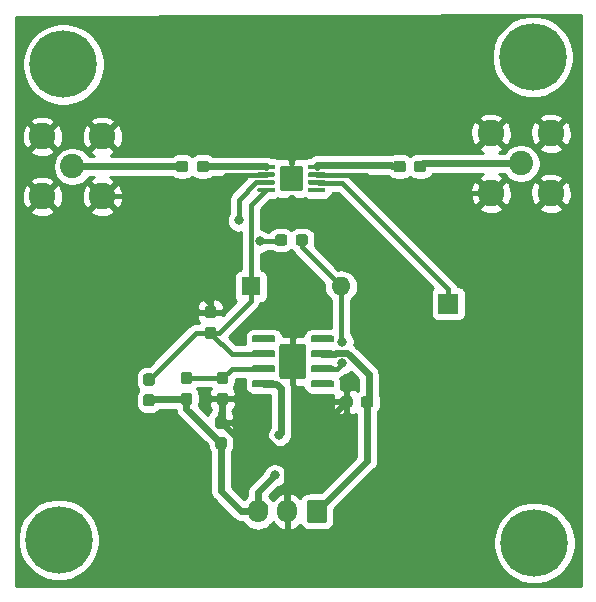
<source format=gbr>
G04 #@! TF.GenerationSoftware,KiCad,Pcbnew,(5.1.2)-2*
G04 #@! TF.CreationDate,2019-07-11T10:47:11+08:00*
G04 #@! TF.ProjectId,HMC346AMS8GE,484d4333-3436-4414-9d53-3847452e6b69,rev?*
G04 #@! TF.SameCoordinates,Original*
G04 #@! TF.FileFunction,Copper,L1,Top*
G04 #@! TF.FilePolarity,Positive*
%FSLAX46Y46*%
G04 Gerber Fmt 4.6, Leading zero omitted, Abs format (unit mm)*
G04 Created by KiCad (PCBNEW (5.1.2)-2) date 2019-07-11 10:47:11*
%MOMM*%
%LPD*%
G04 APERTURE LIST*
%ADD10C,1.400000*%
%ADD11C,5.700000*%
%ADD12C,2.250000*%
%ADD13C,2.050000*%
%ADD14R,1.600000X1.600000*%
%ADD15O,1.600000X1.600000*%
%ADD16C,0.100000*%
%ADD17C,0.950000*%
%ADD18C,1.950000*%
%ADD19C,0.400000*%
%ADD20R,1.700000X1.700000*%
%ADD21C,1.700000*%
%ADD22O,1.700000X1.950000*%
%ADD23C,2.290000*%
%ADD24C,0.600000*%
%ADD25C,0.800000*%
%ADD26C,0.400000*%
%ADD27C,0.558800*%
%ADD28C,0.254000*%
G04 APERTURE END LIST*
D10*
X143256000Y-88265000D03*
X143510000Y-103759000D03*
D11*
X123571000Y-118745000D03*
X163830000Y-118999000D03*
X163703000Y-77851000D03*
X123952000Y-78486000D03*
D12*
X122174000Y-89662000D03*
X122174000Y-84582000D03*
X127254000Y-84582000D03*
X127254000Y-89662000D03*
D13*
X124714000Y-87122000D03*
D14*
X139827000Y-97282000D03*
D15*
X147447000Y-97282000D03*
D13*
X162687000Y-86868000D03*
D12*
X165227000Y-89408000D03*
X165227000Y-84328000D03*
X160147000Y-84328000D03*
X160147000Y-89408000D03*
D16*
G36*
X131451779Y-104646144D02*
G01*
X131474834Y-104649563D01*
X131497443Y-104655227D01*
X131519387Y-104663079D01*
X131540457Y-104673044D01*
X131560448Y-104685026D01*
X131579168Y-104698910D01*
X131596438Y-104714562D01*
X131612090Y-104731832D01*
X131625974Y-104750552D01*
X131637956Y-104770543D01*
X131647921Y-104791613D01*
X131655773Y-104813557D01*
X131661437Y-104836166D01*
X131664856Y-104859221D01*
X131666000Y-104882500D01*
X131666000Y-105457500D01*
X131664856Y-105480779D01*
X131661437Y-105503834D01*
X131655773Y-105526443D01*
X131647921Y-105548387D01*
X131637956Y-105569457D01*
X131625974Y-105589448D01*
X131612090Y-105608168D01*
X131596438Y-105625438D01*
X131579168Y-105641090D01*
X131560448Y-105654974D01*
X131540457Y-105666956D01*
X131519387Y-105676921D01*
X131497443Y-105684773D01*
X131474834Y-105690437D01*
X131451779Y-105693856D01*
X131428500Y-105695000D01*
X130953500Y-105695000D01*
X130930221Y-105693856D01*
X130907166Y-105690437D01*
X130884557Y-105684773D01*
X130862613Y-105676921D01*
X130841543Y-105666956D01*
X130821552Y-105654974D01*
X130802832Y-105641090D01*
X130785562Y-105625438D01*
X130769910Y-105608168D01*
X130756026Y-105589448D01*
X130744044Y-105569457D01*
X130734079Y-105548387D01*
X130726227Y-105526443D01*
X130720563Y-105503834D01*
X130717144Y-105480779D01*
X130716000Y-105457500D01*
X130716000Y-104882500D01*
X130717144Y-104859221D01*
X130720563Y-104836166D01*
X130726227Y-104813557D01*
X130734079Y-104791613D01*
X130744044Y-104770543D01*
X130756026Y-104750552D01*
X130769910Y-104731832D01*
X130785562Y-104714562D01*
X130802832Y-104698910D01*
X130821552Y-104685026D01*
X130841543Y-104673044D01*
X130862613Y-104663079D01*
X130884557Y-104655227D01*
X130907166Y-104649563D01*
X130930221Y-104646144D01*
X130953500Y-104645000D01*
X131428500Y-104645000D01*
X131451779Y-104646144D01*
X131451779Y-104646144D01*
G37*
D17*
X131191000Y-105170000D03*
D16*
G36*
X131451779Y-106396144D02*
G01*
X131474834Y-106399563D01*
X131497443Y-106405227D01*
X131519387Y-106413079D01*
X131540457Y-106423044D01*
X131560448Y-106435026D01*
X131579168Y-106448910D01*
X131596438Y-106464562D01*
X131612090Y-106481832D01*
X131625974Y-106500552D01*
X131637956Y-106520543D01*
X131647921Y-106541613D01*
X131655773Y-106563557D01*
X131661437Y-106586166D01*
X131664856Y-106609221D01*
X131666000Y-106632500D01*
X131666000Y-107207500D01*
X131664856Y-107230779D01*
X131661437Y-107253834D01*
X131655773Y-107276443D01*
X131647921Y-107298387D01*
X131637956Y-107319457D01*
X131625974Y-107339448D01*
X131612090Y-107358168D01*
X131596438Y-107375438D01*
X131579168Y-107391090D01*
X131560448Y-107404974D01*
X131540457Y-107416956D01*
X131519387Y-107426921D01*
X131497443Y-107434773D01*
X131474834Y-107440437D01*
X131451779Y-107443856D01*
X131428500Y-107445000D01*
X130953500Y-107445000D01*
X130930221Y-107443856D01*
X130907166Y-107440437D01*
X130884557Y-107434773D01*
X130862613Y-107426921D01*
X130841543Y-107416956D01*
X130821552Y-107404974D01*
X130802832Y-107391090D01*
X130785562Y-107375438D01*
X130769910Y-107358168D01*
X130756026Y-107339448D01*
X130744044Y-107319457D01*
X130734079Y-107298387D01*
X130726227Y-107276443D01*
X130720563Y-107253834D01*
X130717144Y-107230779D01*
X130716000Y-107207500D01*
X130716000Y-106632500D01*
X130717144Y-106609221D01*
X130720563Y-106586166D01*
X130726227Y-106563557D01*
X130734079Y-106541613D01*
X130744044Y-106520543D01*
X130756026Y-106500552D01*
X130769910Y-106481832D01*
X130785562Y-106464562D01*
X130802832Y-106448910D01*
X130821552Y-106435026D01*
X130841543Y-106423044D01*
X130862613Y-106413079D01*
X130884557Y-106405227D01*
X130907166Y-106399563D01*
X130930221Y-106396144D01*
X130953500Y-106395000D01*
X131428500Y-106395000D01*
X131451779Y-106396144D01*
X131451779Y-106396144D01*
G37*
D17*
X131191000Y-106920000D03*
D16*
G36*
X137674779Y-104519144D02*
G01*
X137697834Y-104522563D01*
X137720443Y-104528227D01*
X137742387Y-104536079D01*
X137763457Y-104546044D01*
X137783448Y-104558026D01*
X137802168Y-104571910D01*
X137819438Y-104587562D01*
X137835090Y-104604832D01*
X137848974Y-104623552D01*
X137860956Y-104643543D01*
X137870921Y-104664613D01*
X137878773Y-104686557D01*
X137884437Y-104709166D01*
X137887856Y-104732221D01*
X137889000Y-104755500D01*
X137889000Y-105330500D01*
X137887856Y-105353779D01*
X137884437Y-105376834D01*
X137878773Y-105399443D01*
X137870921Y-105421387D01*
X137860956Y-105442457D01*
X137848974Y-105462448D01*
X137835090Y-105481168D01*
X137819438Y-105498438D01*
X137802168Y-105514090D01*
X137783448Y-105527974D01*
X137763457Y-105539956D01*
X137742387Y-105549921D01*
X137720443Y-105557773D01*
X137697834Y-105563437D01*
X137674779Y-105566856D01*
X137651500Y-105568000D01*
X137176500Y-105568000D01*
X137153221Y-105566856D01*
X137130166Y-105563437D01*
X137107557Y-105557773D01*
X137085613Y-105549921D01*
X137064543Y-105539956D01*
X137044552Y-105527974D01*
X137025832Y-105514090D01*
X137008562Y-105498438D01*
X136992910Y-105481168D01*
X136979026Y-105462448D01*
X136967044Y-105442457D01*
X136957079Y-105421387D01*
X136949227Y-105399443D01*
X136943563Y-105376834D01*
X136940144Y-105353779D01*
X136939000Y-105330500D01*
X136939000Y-104755500D01*
X136940144Y-104732221D01*
X136943563Y-104709166D01*
X136949227Y-104686557D01*
X136957079Y-104664613D01*
X136967044Y-104643543D01*
X136979026Y-104623552D01*
X136992910Y-104604832D01*
X137008562Y-104587562D01*
X137025832Y-104571910D01*
X137044552Y-104558026D01*
X137064543Y-104546044D01*
X137085613Y-104536079D01*
X137107557Y-104528227D01*
X137130166Y-104522563D01*
X137153221Y-104519144D01*
X137176500Y-104518000D01*
X137651500Y-104518000D01*
X137674779Y-104519144D01*
X137674779Y-104519144D01*
G37*
D17*
X137414000Y-105043000D03*
D16*
G36*
X137674779Y-106269144D02*
G01*
X137697834Y-106272563D01*
X137720443Y-106278227D01*
X137742387Y-106286079D01*
X137763457Y-106296044D01*
X137783448Y-106308026D01*
X137802168Y-106321910D01*
X137819438Y-106337562D01*
X137835090Y-106354832D01*
X137848974Y-106373552D01*
X137860956Y-106393543D01*
X137870921Y-106414613D01*
X137878773Y-106436557D01*
X137884437Y-106459166D01*
X137887856Y-106482221D01*
X137889000Y-106505500D01*
X137889000Y-107080500D01*
X137887856Y-107103779D01*
X137884437Y-107126834D01*
X137878773Y-107149443D01*
X137870921Y-107171387D01*
X137860956Y-107192457D01*
X137848974Y-107212448D01*
X137835090Y-107231168D01*
X137819438Y-107248438D01*
X137802168Y-107264090D01*
X137783448Y-107277974D01*
X137763457Y-107289956D01*
X137742387Y-107299921D01*
X137720443Y-107307773D01*
X137697834Y-107313437D01*
X137674779Y-107316856D01*
X137651500Y-107318000D01*
X137176500Y-107318000D01*
X137153221Y-107316856D01*
X137130166Y-107313437D01*
X137107557Y-107307773D01*
X137085613Y-107299921D01*
X137064543Y-107289956D01*
X137044552Y-107277974D01*
X137025832Y-107264090D01*
X137008562Y-107248438D01*
X136992910Y-107231168D01*
X136979026Y-107212448D01*
X136967044Y-107192457D01*
X136957079Y-107171387D01*
X136949227Y-107149443D01*
X136943563Y-107126834D01*
X136940144Y-107103779D01*
X136939000Y-107080500D01*
X136939000Y-106505500D01*
X136940144Y-106482221D01*
X136943563Y-106459166D01*
X136949227Y-106436557D01*
X136957079Y-106414613D01*
X136967044Y-106393543D01*
X136979026Y-106373552D01*
X136992910Y-106354832D01*
X137008562Y-106337562D01*
X137025832Y-106321910D01*
X137044552Y-106308026D01*
X137064543Y-106296044D01*
X137085613Y-106286079D01*
X137107557Y-106278227D01*
X137130166Y-106272563D01*
X137153221Y-106269144D01*
X137176500Y-106268000D01*
X137651500Y-106268000D01*
X137674779Y-106269144D01*
X137674779Y-106269144D01*
G37*
D17*
X137414000Y-106793000D03*
D16*
G36*
X134626779Y-106269144D02*
G01*
X134649834Y-106272563D01*
X134672443Y-106278227D01*
X134694387Y-106286079D01*
X134715457Y-106296044D01*
X134735448Y-106308026D01*
X134754168Y-106321910D01*
X134771438Y-106337562D01*
X134787090Y-106354832D01*
X134800974Y-106373552D01*
X134812956Y-106393543D01*
X134822921Y-106414613D01*
X134830773Y-106436557D01*
X134836437Y-106459166D01*
X134839856Y-106482221D01*
X134841000Y-106505500D01*
X134841000Y-107080500D01*
X134839856Y-107103779D01*
X134836437Y-107126834D01*
X134830773Y-107149443D01*
X134822921Y-107171387D01*
X134812956Y-107192457D01*
X134800974Y-107212448D01*
X134787090Y-107231168D01*
X134771438Y-107248438D01*
X134754168Y-107264090D01*
X134735448Y-107277974D01*
X134715457Y-107289956D01*
X134694387Y-107299921D01*
X134672443Y-107307773D01*
X134649834Y-107313437D01*
X134626779Y-107316856D01*
X134603500Y-107318000D01*
X134128500Y-107318000D01*
X134105221Y-107316856D01*
X134082166Y-107313437D01*
X134059557Y-107307773D01*
X134037613Y-107299921D01*
X134016543Y-107289956D01*
X133996552Y-107277974D01*
X133977832Y-107264090D01*
X133960562Y-107248438D01*
X133944910Y-107231168D01*
X133931026Y-107212448D01*
X133919044Y-107192457D01*
X133909079Y-107171387D01*
X133901227Y-107149443D01*
X133895563Y-107126834D01*
X133892144Y-107103779D01*
X133891000Y-107080500D01*
X133891000Y-106505500D01*
X133892144Y-106482221D01*
X133895563Y-106459166D01*
X133901227Y-106436557D01*
X133909079Y-106414613D01*
X133919044Y-106393543D01*
X133931026Y-106373552D01*
X133944910Y-106354832D01*
X133960562Y-106337562D01*
X133977832Y-106321910D01*
X133996552Y-106308026D01*
X134016543Y-106296044D01*
X134037613Y-106286079D01*
X134059557Y-106278227D01*
X134082166Y-106272563D01*
X134105221Y-106269144D01*
X134128500Y-106268000D01*
X134603500Y-106268000D01*
X134626779Y-106269144D01*
X134626779Y-106269144D01*
G37*
D17*
X134366000Y-106793000D03*
D16*
G36*
X134626779Y-104519144D02*
G01*
X134649834Y-104522563D01*
X134672443Y-104528227D01*
X134694387Y-104536079D01*
X134715457Y-104546044D01*
X134735448Y-104558026D01*
X134754168Y-104571910D01*
X134771438Y-104587562D01*
X134787090Y-104604832D01*
X134800974Y-104623552D01*
X134812956Y-104643543D01*
X134822921Y-104664613D01*
X134830773Y-104686557D01*
X134836437Y-104709166D01*
X134839856Y-104732221D01*
X134841000Y-104755500D01*
X134841000Y-105330500D01*
X134839856Y-105353779D01*
X134836437Y-105376834D01*
X134830773Y-105399443D01*
X134822921Y-105421387D01*
X134812956Y-105442457D01*
X134800974Y-105462448D01*
X134787090Y-105481168D01*
X134771438Y-105498438D01*
X134754168Y-105514090D01*
X134735448Y-105527974D01*
X134715457Y-105539956D01*
X134694387Y-105549921D01*
X134672443Y-105557773D01*
X134649834Y-105563437D01*
X134626779Y-105566856D01*
X134603500Y-105568000D01*
X134128500Y-105568000D01*
X134105221Y-105566856D01*
X134082166Y-105563437D01*
X134059557Y-105557773D01*
X134037613Y-105549921D01*
X134016543Y-105539956D01*
X133996552Y-105527974D01*
X133977832Y-105514090D01*
X133960562Y-105498438D01*
X133944910Y-105481168D01*
X133931026Y-105462448D01*
X133919044Y-105442457D01*
X133909079Y-105421387D01*
X133901227Y-105399443D01*
X133895563Y-105376834D01*
X133892144Y-105353779D01*
X133891000Y-105330500D01*
X133891000Y-104755500D01*
X133892144Y-104732221D01*
X133895563Y-104709166D01*
X133901227Y-104686557D01*
X133909079Y-104664613D01*
X133919044Y-104643543D01*
X133931026Y-104623552D01*
X133944910Y-104604832D01*
X133960562Y-104587562D01*
X133977832Y-104571910D01*
X133996552Y-104558026D01*
X134016543Y-104546044D01*
X134037613Y-104536079D01*
X134059557Y-104528227D01*
X134082166Y-104522563D01*
X134105221Y-104519144D01*
X134128500Y-104518000D01*
X134603500Y-104518000D01*
X134626779Y-104519144D01*
X134626779Y-104519144D01*
G37*
D17*
X134366000Y-105043000D03*
D16*
G36*
X136658779Y-100681144D02*
G01*
X136681834Y-100684563D01*
X136704443Y-100690227D01*
X136726387Y-100698079D01*
X136747457Y-100708044D01*
X136767448Y-100720026D01*
X136786168Y-100733910D01*
X136803438Y-100749562D01*
X136819090Y-100766832D01*
X136832974Y-100785552D01*
X136844956Y-100805543D01*
X136854921Y-100826613D01*
X136862773Y-100848557D01*
X136868437Y-100871166D01*
X136871856Y-100894221D01*
X136873000Y-100917500D01*
X136873000Y-101492500D01*
X136871856Y-101515779D01*
X136868437Y-101538834D01*
X136862773Y-101561443D01*
X136854921Y-101583387D01*
X136844956Y-101604457D01*
X136832974Y-101624448D01*
X136819090Y-101643168D01*
X136803438Y-101660438D01*
X136786168Y-101676090D01*
X136767448Y-101689974D01*
X136747457Y-101701956D01*
X136726387Y-101711921D01*
X136704443Y-101719773D01*
X136681834Y-101725437D01*
X136658779Y-101728856D01*
X136635500Y-101730000D01*
X136160500Y-101730000D01*
X136137221Y-101728856D01*
X136114166Y-101725437D01*
X136091557Y-101719773D01*
X136069613Y-101711921D01*
X136048543Y-101701956D01*
X136028552Y-101689974D01*
X136009832Y-101676090D01*
X135992562Y-101660438D01*
X135976910Y-101643168D01*
X135963026Y-101624448D01*
X135951044Y-101604457D01*
X135941079Y-101583387D01*
X135933227Y-101561443D01*
X135927563Y-101538834D01*
X135924144Y-101515779D01*
X135923000Y-101492500D01*
X135923000Y-100917500D01*
X135924144Y-100894221D01*
X135927563Y-100871166D01*
X135933227Y-100848557D01*
X135941079Y-100826613D01*
X135951044Y-100805543D01*
X135963026Y-100785552D01*
X135976910Y-100766832D01*
X135992562Y-100749562D01*
X136009832Y-100733910D01*
X136028552Y-100720026D01*
X136048543Y-100708044D01*
X136069613Y-100698079D01*
X136091557Y-100690227D01*
X136114166Y-100684563D01*
X136137221Y-100681144D01*
X136160500Y-100680000D01*
X136635500Y-100680000D01*
X136658779Y-100681144D01*
X136658779Y-100681144D01*
G37*
D17*
X136398000Y-101205000D03*
D16*
G36*
X136658779Y-98931144D02*
G01*
X136681834Y-98934563D01*
X136704443Y-98940227D01*
X136726387Y-98948079D01*
X136747457Y-98958044D01*
X136767448Y-98970026D01*
X136786168Y-98983910D01*
X136803438Y-98999562D01*
X136819090Y-99016832D01*
X136832974Y-99035552D01*
X136844956Y-99055543D01*
X136854921Y-99076613D01*
X136862773Y-99098557D01*
X136868437Y-99121166D01*
X136871856Y-99144221D01*
X136873000Y-99167500D01*
X136873000Y-99742500D01*
X136871856Y-99765779D01*
X136868437Y-99788834D01*
X136862773Y-99811443D01*
X136854921Y-99833387D01*
X136844956Y-99854457D01*
X136832974Y-99874448D01*
X136819090Y-99893168D01*
X136803438Y-99910438D01*
X136786168Y-99926090D01*
X136767448Y-99939974D01*
X136747457Y-99951956D01*
X136726387Y-99961921D01*
X136704443Y-99969773D01*
X136681834Y-99975437D01*
X136658779Y-99978856D01*
X136635500Y-99980000D01*
X136160500Y-99980000D01*
X136137221Y-99978856D01*
X136114166Y-99975437D01*
X136091557Y-99969773D01*
X136069613Y-99961921D01*
X136048543Y-99951956D01*
X136028552Y-99939974D01*
X136009832Y-99926090D01*
X135992562Y-99910438D01*
X135976910Y-99893168D01*
X135963026Y-99874448D01*
X135951044Y-99854457D01*
X135941079Y-99833387D01*
X135933227Y-99811443D01*
X135927563Y-99788834D01*
X135924144Y-99765779D01*
X135923000Y-99742500D01*
X135923000Y-99167500D01*
X135924144Y-99144221D01*
X135927563Y-99121166D01*
X135933227Y-99098557D01*
X135941079Y-99076613D01*
X135951044Y-99055543D01*
X135963026Y-99035552D01*
X135976910Y-99016832D01*
X135992562Y-98999562D01*
X136009832Y-98983910D01*
X136028552Y-98970026D01*
X136048543Y-98958044D01*
X136069613Y-98948079D01*
X136091557Y-98940227D01*
X136114166Y-98934563D01*
X136137221Y-98931144D01*
X136160500Y-98930000D01*
X136635500Y-98930000D01*
X136658779Y-98931144D01*
X136658779Y-98931144D01*
G37*
D17*
X136398000Y-99455000D03*
D16*
G36*
X137547779Y-110015644D02*
G01*
X137570834Y-110019063D01*
X137593443Y-110024727D01*
X137615387Y-110032579D01*
X137636457Y-110042544D01*
X137656448Y-110054526D01*
X137675168Y-110068410D01*
X137692438Y-110084062D01*
X137708090Y-110101332D01*
X137721974Y-110120052D01*
X137733956Y-110140043D01*
X137743921Y-110161113D01*
X137751773Y-110183057D01*
X137757437Y-110205666D01*
X137760856Y-110228721D01*
X137762000Y-110252000D01*
X137762000Y-110827000D01*
X137760856Y-110850279D01*
X137757437Y-110873334D01*
X137751773Y-110895943D01*
X137743921Y-110917887D01*
X137733956Y-110938957D01*
X137721974Y-110958948D01*
X137708090Y-110977668D01*
X137692438Y-110994938D01*
X137675168Y-111010590D01*
X137656448Y-111024474D01*
X137636457Y-111036456D01*
X137615387Y-111046421D01*
X137593443Y-111054273D01*
X137570834Y-111059937D01*
X137547779Y-111063356D01*
X137524500Y-111064500D01*
X137049500Y-111064500D01*
X137026221Y-111063356D01*
X137003166Y-111059937D01*
X136980557Y-111054273D01*
X136958613Y-111046421D01*
X136937543Y-111036456D01*
X136917552Y-111024474D01*
X136898832Y-111010590D01*
X136881562Y-110994938D01*
X136865910Y-110977668D01*
X136852026Y-110958948D01*
X136840044Y-110938957D01*
X136830079Y-110917887D01*
X136822227Y-110895943D01*
X136816563Y-110873334D01*
X136813144Y-110850279D01*
X136812000Y-110827000D01*
X136812000Y-110252000D01*
X136813144Y-110228721D01*
X136816563Y-110205666D01*
X136822227Y-110183057D01*
X136830079Y-110161113D01*
X136840044Y-110140043D01*
X136852026Y-110120052D01*
X136865910Y-110101332D01*
X136881562Y-110084062D01*
X136898832Y-110068410D01*
X136917552Y-110054526D01*
X136937543Y-110042544D01*
X136958613Y-110032579D01*
X136980557Y-110024727D01*
X137003166Y-110019063D01*
X137026221Y-110015644D01*
X137049500Y-110014500D01*
X137524500Y-110014500D01*
X137547779Y-110015644D01*
X137547779Y-110015644D01*
G37*
D17*
X137287000Y-110539500D03*
D16*
G36*
X137547779Y-108265644D02*
G01*
X137570834Y-108269063D01*
X137593443Y-108274727D01*
X137615387Y-108282579D01*
X137636457Y-108292544D01*
X137656448Y-108304526D01*
X137675168Y-108318410D01*
X137692438Y-108334062D01*
X137708090Y-108351332D01*
X137721974Y-108370052D01*
X137733956Y-108390043D01*
X137743921Y-108411113D01*
X137751773Y-108433057D01*
X137757437Y-108455666D01*
X137760856Y-108478721D01*
X137762000Y-108502000D01*
X137762000Y-109077000D01*
X137760856Y-109100279D01*
X137757437Y-109123334D01*
X137751773Y-109145943D01*
X137743921Y-109167887D01*
X137733956Y-109188957D01*
X137721974Y-109208948D01*
X137708090Y-109227668D01*
X137692438Y-109244938D01*
X137675168Y-109260590D01*
X137656448Y-109274474D01*
X137636457Y-109286456D01*
X137615387Y-109296421D01*
X137593443Y-109304273D01*
X137570834Y-109309937D01*
X137547779Y-109313356D01*
X137524500Y-109314500D01*
X137049500Y-109314500D01*
X137026221Y-109313356D01*
X137003166Y-109309937D01*
X136980557Y-109304273D01*
X136958613Y-109296421D01*
X136937543Y-109286456D01*
X136917552Y-109274474D01*
X136898832Y-109260590D01*
X136881562Y-109244938D01*
X136865910Y-109227668D01*
X136852026Y-109208948D01*
X136840044Y-109188957D01*
X136830079Y-109167887D01*
X136822227Y-109145943D01*
X136816563Y-109123334D01*
X136813144Y-109100279D01*
X136812000Y-109077000D01*
X136812000Y-108502000D01*
X136813144Y-108478721D01*
X136816563Y-108455666D01*
X136822227Y-108433057D01*
X136830079Y-108411113D01*
X136840044Y-108390043D01*
X136852026Y-108370052D01*
X136865910Y-108351332D01*
X136881562Y-108334062D01*
X136898832Y-108318410D01*
X136917552Y-108304526D01*
X136937543Y-108292544D01*
X136958613Y-108282579D01*
X136980557Y-108274727D01*
X137003166Y-108269063D01*
X137026221Y-108265644D01*
X137049500Y-108264500D01*
X137524500Y-108264500D01*
X137547779Y-108265644D01*
X137547779Y-108265644D01*
G37*
D17*
X137287000Y-108789500D03*
D16*
G36*
X148216279Y-106587144D02*
G01*
X148239334Y-106590563D01*
X148261943Y-106596227D01*
X148283887Y-106604079D01*
X148304957Y-106614044D01*
X148324948Y-106626026D01*
X148343668Y-106639910D01*
X148360938Y-106655562D01*
X148376590Y-106672832D01*
X148390474Y-106691552D01*
X148402456Y-106711543D01*
X148412421Y-106732613D01*
X148420273Y-106754557D01*
X148425937Y-106777166D01*
X148429356Y-106800221D01*
X148430500Y-106823500D01*
X148430500Y-107298500D01*
X148429356Y-107321779D01*
X148425937Y-107344834D01*
X148420273Y-107367443D01*
X148412421Y-107389387D01*
X148402456Y-107410457D01*
X148390474Y-107430448D01*
X148376590Y-107449168D01*
X148360938Y-107466438D01*
X148343668Y-107482090D01*
X148324948Y-107495974D01*
X148304957Y-107507956D01*
X148283887Y-107517921D01*
X148261943Y-107525773D01*
X148239334Y-107531437D01*
X148216279Y-107534856D01*
X148193000Y-107536000D01*
X147618000Y-107536000D01*
X147594721Y-107534856D01*
X147571666Y-107531437D01*
X147549057Y-107525773D01*
X147527113Y-107517921D01*
X147506043Y-107507956D01*
X147486052Y-107495974D01*
X147467332Y-107482090D01*
X147450062Y-107466438D01*
X147434410Y-107449168D01*
X147420526Y-107430448D01*
X147408544Y-107410457D01*
X147398579Y-107389387D01*
X147390727Y-107367443D01*
X147385063Y-107344834D01*
X147381644Y-107321779D01*
X147380500Y-107298500D01*
X147380500Y-106823500D01*
X147381644Y-106800221D01*
X147385063Y-106777166D01*
X147390727Y-106754557D01*
X147398579Y-106732613D01*
X147408544Y-106711543D01*
X147420526Y-106691552D01*
X147434410Y-106672832D01*
X147450062Y-106655562D01*
X147467332Y-106639910D01*
X147486052Y-106626026D01*
X147506043Y-106614044D01*
X147527113Y-106604079D01*
X147549057Y-106596227D01*
X147571666Y-106590563D01*
X147594721Y-106587144D01*
X147618000Y-106586000D01*
X148193000Y-106586000D01*
X148216279Y-106587144D01*
X148216279Y-106587144D01*
G37*
D17*
X147905500Y-107061000D03*
D16*
G36*
X149966279Y-106587144D02*
G01*
X149989334Y-106590563D01*
X150011943Y-106596227D01*
X150033887Y-106604079D01*
X150054957Y-106614044D01*
X150074948Y-106626026D01*
X150093668Y-106639910D01*
X150110938Y-106655562D01*
X150126590Y-106672832D01*
X150140474Y-106691552D01*
X150152456Y-106711543D01*
X150162421Y-106732613D01*
X150170273Y-106754557D01*
X150175937Y-106777166D01*
X150179356Y-106800221D01*
X150180500Y-106823500D01*
X150180500Y-107298500D01*
X150179356Y-107321779D01*
X150175937Y-107344834D01*
X150170273Y-107367443D01*
X150162421Y-107389387D01*
X150152456Y-107410457D01*
X150140474Y-107430448D01*
X150126590Y-107449168D01*
X150110938Y-107466438D01*
X150093668Y-107482090D01*
X150074948Y-107495974D01*
X150054957Y-107507956D01*
X150033887Y-107517921D01*
X150011943Y-107525773D01*
X149989334Y-107531437D01*
X149966279Y-107534856D01*
X149943000Y-107536000D01*
X149368000Y-107536000D01*
X149344721Y-107534856D01*
X149321666Y-107531437D01*
X149299057Y-107525773D01*
X149277113Y-107517921D01*
X149256043Y-107507956D01*
X149236052Y-107495974D01*
X149217332Y-107482090D01*
X149200062Y-107466438D01*
X149184410Y-107449168D01*
X149170526Y-107430448D01*
X149158544Y-107410457D01*
X149148579Y-107389387D01*
X149140727Y-107367443D01*
X149135063Y-107344834D01*
X149131644Y-107321779D01*
X149130500Y-107298500D01*
X149130500Y-106823500D01*
X149131644Y-106800221D01*
X149135063Y-106777166D01*
X149140727Y-106754557D01*
X149148579Y-106732613D01*
X149158544Y-106711543D01*
X149170526Y-106691552D01*
X149184410Y-106672832D01*
X149200062Y-106655562D01*
X149217332Y-106639910D01*
X149236052Y-106626026D01*
X149256043Y-106614044D01*
X149277113Y-106604079D01*
X149299057Y-106596227D01*
X149321666Y-106590563D01*
X149344721Y-106587144D01*
X149368000Y-106586000D01*
X149943000Y-106586000D01*
X149966279Y-106587144D01*
X149966279Y-106587144D01*
G37*
D17*
X149655500Y-107061000D03*
D16*
G36*
X144005505Y-87064204D02*
G01*
X144029773Y-87067804D01*
X144053572Y-87073765D01*
X144076671Y-87082030D01*
X144098850Y-87092520D01*
X144119893Y-87105132D01*
X144139599Y-87119747D01*
X144157777Y-87136223D01*
X144174253Y-87154401D01*
X144188868Y-87174107D01*
X144201480Y-87195150D01*
X144211970Y-87217329D01*
X144220235Y-87240428D01*
X144226196Y-87264227D01*
X144229796Y-87288495D01*
X144231000Y-87312999D01*
X144231000Y-88963001D01*
X144229796Y-88987505D01*
X144226196Y-89011773D01*
X144220235Y-89035572D01*
X144211970Y-89058671D01*
X144201480Y-89080850D01*
X144188868Y-89101893D01*
X144174253Y-89121599D01*
X144157777Y-89139777D01*
X144139599Y-89156253D01*
X144119893Y-89170868D01*
X144098850Y-89183480D01*
X144076671Y-89193970D01*
X144053572Y-89202235D01*
X144029773Y-89208196D01*
X144005505Y-89211796D01*
X143981001Y-89213000D01*
X142530999Y-89213000D01*
X142506495Y-89211796D01*
X142482227Y-89208196D01*
X142458428Y-89202235D01*
X142435329Y-89193970D01*
X142413150Y-89183480D01*
X142392107Y-89170868D01*
X142372401Y-89156253D01*
X142354223Y-89139777D01*
X142337747Y-89121599D01*
X142323132Y-89101893D01*
X142310520Y-89080850D01*
X142300030Y-89058671D01*
X142291765Y-89035572D01*
X142285804Y-89011773D01*
X142282204Y-88987505D01*
X142281000Y-88963001D01*
X142281000Y-87312999D01*
X142282204Y-87288495D01*
X142285804Y-87264227D01*
X142291765Y-87240428D01*
X142300030Y-87217329D01*
X142310520Y-87195150D01*
X142323132Y-87174107D01*
X142337747Y-87154401D01*
X142354223Y-87136223D01*
X142372401Y-87119747D01*
X142392107Y-87105132D01*
X142413150Y-87092520D01*
X142435329Y-87082030D01*
X142458428Y-87073765D01*
X142482227Y-87067804D01*
X142506495Y-87064204D01*
X142530999Y-87063000D01*
X143981001Y-87063000D01*
X144005505Y-87064204D01*
X144005505Y-87064204D01*
G37*
D18*
X143256000Y-88138000D03*
D16*
G36*
X141740802Y-86963482D02*
G01*
X141750509Y-86964921D01*
X141760028Y-86967306D01*
X141769268Y-86970612D01*
X141778140Y-86974808D01*
X141786557Y-86979853D01*
X141794439Y-86985699D01*
X141801711Y-86992289D01*
X141808301Y-86999561D01*
X141814147Y-87007443D01*
X141819192Y-87015860D01*
X141823388Y-87024732D01*
X141826694Y-87033972D01*
X141829079Y-87043491D01*
X141830518Y-87053198D01*
X141831000Y-87063000D01*
X141831000Y-87263000D01*
X141830518Y-87272802D01*
X141829079Y-87282509D01*
X141826694Y-87292028D01*
X141823388Y-87301268D01*
X141819192Y-87310140D01*
X141814147Y-87318557D01*
X141808301Y-87326439D01*
X141801711Y-87333711D01*
X141794439Y-87340301D01*
X141786557Y-87346147D01*
X141778140Y-87351192D01*
X141769268Y-87355388D01*
X141760028Y-87358694D01*
X141750509Y-87361079D01*
X141740802Y-87362518D01*
X141731000Y-87363000D01*
X140481000Y-87363000D01*
X140471198Y-87362518D01*
X140461491Y-87361079D01*
X140451972Y-87358694D01*
X140442732Y-87355388D01*
X140433860Y-87351192D01*
X140425443Y-87346147D01*
X140417561Y-87340301D01*
X140410289Y-87333711D01*
X140403699Y-87326439D01*
X140397853Y-87318557D01*
X140392808Y-87310140D01*
X140388612Y-87301268D01*
X140385306Y-87292028D01*
X140382921Y-87282509D01*
X140381482Y-87272802D01*
X140381000Y-87263000D01*
X140381000Y-87063000D01*
X140381482Y-87053198D01*
X140382921Y-87043491D01*
X140385306Y-87033972D01*
X140388612Y-87024732D01*
X140392808Y-87015860D01*
X140397853Y-87007443D01*
X140403699Y-86999561D01*
X140410289Y-86992289D01*
X140417561Y-86985699D01*
X140425443Y-86979853D01*
X140433860Y-86974808D01*
X140442732Y-86970612D01*
X140451972Y-86967306D01*
X140461491Y-86964921D01*
X140471198Y-86963482D01*
X140481000Y-86963000D01*
X141731000Y-86963000D01*
X141740802Y-86963482D01*
X141740802Y-86963482D01*
G37*
D19*
X141106000Y-87163000D03*
D16*
G36*
X141740802Y-87613482D02*
G01*
X141750509Y-87614921D01*
X141760028Y-87617306D01*
X141769268Y-87620612D01*
X141778140Y-87624808D01*
X141786557Y-87629853D01*
X141794439Y-87635699D01*
X141801711Y-87642289D01*
X141808301Y-87649561D01*
X141814147Y-87657443D01*
X141819192Y-87665860D01*
X141823388Y-87674732D01*
X141826694Y-87683972D01*
X141829079Y-87693491D01*
X141830518Y-87703198D01*
X141831000Y-87713000D01*
X141831000Y-87913000D01*
X141830518Y-87922802D01*
X141829079Y-87932509D01*
X141826694Y-87942028D01*
X141823388Y-87951268D01*
X141819192Y-87960140D01*
X141814147Y-87968557D01*
X141808301Y-87976439D01*
X141801711Y-87983711D01*
X141794439Y-87990301D01*
X141786557Y-87996147D01*
X141778140Y-88001192D01*
X141769268Y-88005388D01*
X141760028Y-88008694D01*
X141750509Y-88011079D01*
X141740802Y-88012518D01*
X141731000Y-88013000D01*
X140481000Y-88013000D01*
X140471198Y-88012518D01*
X140461491Y-88011079D01*
X140451972Y-88008694D01*
X140442732Y-88005388D01*
X140433860Y-88001192D01*
X140425443Y-87996147D01*
X140417561Y-87990301D01*
X140410289Y-87983711D01*
X140403699Y-87976439D01*
X140397853Y-87968557D01*
X140392808Y-87960140D01*
X140388612Y-87951268D01*
X140385306Y-87942028D01*
X140382921Y-87932509D01*
X140381482Y-87922802D01*
X140381000Y-87913000D01*
X140381000Y-87713000D01*
X140381482Y-87703198D01*
X140382921Y-87693491D01*
X140385306Y-87683972D01*
X140388612Y-87674732D01*
X140392808Y-87665860D01*
X140397853Y-87657443D01*
X140403699Y-87649561D01*
X140410289Y-87642289D01*
X140417561Y-87635699D01*
X140425443Y-87629853D01*
X140433860Y-87624808D01*
X140442732Y-87620612D01*
X140451972Y-87617306D01*
X140461491Y-87614921D01*
X140471198Y-87613482D01*
X140481000Y-87613000D01*
X141731000Y-87613000D01*
X141740802Y-87613482D01*
X141740802Y-87613482D01*
G37*
D19*
X141106000Y-87813000D03*
D16*
G36*
X141740802Y-88263482D02*
G01*
X141750509Y-88264921D01*
X141760028Y-88267306D01*
X141769268Y-88270612D01*
X141778140Y-88274808D01*
X141786557Y-88279853D01*
X141794439Y-88285699D01*
X141801711Y-88292289D01*
X141808301Y-88299561D01*
X141814147Y-88307443D01*
X141819192Y-88315860D01*
X141823388Y-88324732D01*
X141826694Y-88333972D01*
X141829079Y-88343491D01*
X141830518Y-88353198D01*
X141831000Y-88363000D01*
X141831000Y-88563000D01*
X141830518Y-88572802D01*
X141829079Y-88582509D01*
X141826694Y-88592028D01*
X141823388Y-88601268D01*
X141819192Y-88610140D01*
X141814147Y-88618557D01*
X141808301Y-88626439D01*
X141801711Y-88633711D01*
X141794439Y-88640301D01*
X141786557Y-88646147D01*
X141778140Y-88651192D01*
X141769268Y-88655388D01*
X141760028Y-88658694D01*
X141750509Y-88661079D01*
X141740802Y-88662518D01*
X141731000Y-88663000D01*
X140481000Y-88663000D01*
X140471198Y-88662518D01*
X140461491Y-88661079D01*
X140451972Y-88658694D01*
X140442732Y-88655388D01*
X140433860Y-88651192D01*
X140425443Y-88646147D01*
X140417561Y-88640301D01*
X140410289Y-88633711D01*
X140403699Y-88626439D01*
X140397853Y-88618557D01*
X140392808Y-88610140D01*
X140388612Y-88601268D01*
X140385306Y-88592028D01*
X140382921Y-88582509D01*
X140381482Y-88572802D01*
X140381000Y-88563000D01*
X140381000Y-88363000D01*
X140381482Y-88353198D01*
X140382921Y-88343491D01*
X140385306Y-88333972D01*
X140388612Y-88324732D01*
X140392808Y-88315860D01*
X140397853Y-88307443D01*
X140403699Y-88299561D01*
X140410289Y-88292289D01*
X140417561Y-88285699D01*
X140425443Y-88279853D01*
X140433860Y-88274808D01*
X140442732Y-88270612D01*
X140451972Y-88267306D01*
X140461491Y-88264921D01*
X140471198Y-88263482D01*
X140481000Y-88263000D01*
X141731000Y-88263000D01*
X141740802Y-88263482D01*
X141740802Y-88263482D01*
G37*
D19*
X141106000Y-88463000D03*
D16*
G36*
X141740802Y-88913482D02*
G01*
X141750509Y-88914921D01*
X141760028Y-88917306D01*
X141769268Y-88920612D01*
X141778140Y-88924808D01*
X141786557Y-88929853D01*
X141794439Y-88935699D01*
X141801711Y-88942289D01*
X141808301Y-88949561D01*
X141814147Y-88957443D01*
X141819192Y-88965860D01*
X141823388Y-88974732D01*
X141826694Y-88983972D01*
X141829079Y-88993491D01*
X141830518Y-89003198D01*
X141831000Y-89013000D01*
X141831000Y-89213000D01*
X141830518Y-89222802D01*
X141829079Y-89232509D01*
X141826694Y-89242028D01*
X141823388Y-89251268D01*
X141819192Y-89260140D01*
X141814147Y-89268557D01*
X141808301Y-89276439D01*
X141801711Y-89283711D01*
X141794439Y-89290301D01*
X141786557Y-89296147D01*
X141778140Y-89301192D01*
X141769268Y-89305388D01*
X141760028Y-89308694D01*
X141750509Y-89311079D01*
X141740802Y-89312518D01*
X141731000Y-89313000D01*
X140481000Y-89313000D01*
X140471198Y-89312518D01*
X140461491Y-89311079D01*
X140451972Y-89308694D01*
X140442732Y-89305388D01*
X140433860Y-89301192D01*
X140425443Y-89296147D01*
X140417561Y-89290301D01*
X140410289Y-89283711D01*
X140403699Y-89276439D01*
X140397853Y-89268557D01*
X140392808Y-89260140D01*
X140388612Y-89251268D01*
X140385306Y-89242028D01*
X140382921Y-89232509D01*
X140381482Y-89222802D01*
X140381000Y-89213000D01*
X140381000Y-89013000D01*
X140381482Y-89003198D01*
X140382921Y-88993491D01*
X140385306Y-88983972D01*
X140388612Y-88974732D01*
X140392808Y-88965860D01*
X140397853Y-88957443D01*
X140403699Y-88949561D01*
X140410289Y-88942289D01*
X140417561Y-88935699D01*
X140425443Y-88929853D01*
X140433860Y-88924808D01*
X140442732Y-88920612D01*
X140451972Y-88917306D01*
X140461491Y-88914921D01*
X140471198Y-88913482D01*
X140481000Y-88913000D01*
X141731000Y-88913000D01*
X141740802Y-88913482D01*
X141740802Y-88913482D01*
G37*
D19*
X141106000Y-89113000D03*
D16*
G36*
X146040802Y-88913482D02*
G01*
X146050509Y-88914921D01*
X146060028Y-88917306D01*
X146069268Y-88920612D01*
X146078140Y-88924808D01*
X146086557Y-88929853D01*
X146094439Y-88935699D01*
X146101711Y-88942289D01*
X146108301Y-88949561D01*
X146114147Y-88957443D01*
X146119192Y-88965860D01*
X146123388Y-88974732D01*
X146126694Y-88983972D01*
X146129079Y-88993491D01*
X146130518Y-89003198D01*
X146131000Y-89013000D01*
X146131000Y-89213000D01*
X146130518Y-89222802D01*
X146129079Y-89232509D01*
X146126694Y-89242028D01*
X146123388Y-89251268D01*
X146119192Y-89260140D01*
X146114147Y-89268557D01*
X146108301Y-89276439D01*
X146101711Y-89283711D01*
X146094439Y-89290301D01*
X146086557Y-89296147D01*
X146078140Y-89301192D01*
X146069268Y-89305388D01*
X146060028Y-89308694D01*
X146050509Y-89311079D01*
X146040802Y-89312518D01*
X146031000Y-89313000D01*
X144781000Y-89313000D01*
X144771198Y-89312518D01*
X144761491Y-89311079D01*
X144751972Y-89308694D01*
X144742732Y-89305388D01*
X144733860Y-89301192D01*
X144725443Y-89296147D01*
X144717561Y-89290301D01*
X144710289Y-89283711D01*
X144703699Y-89276439D01*
X144697853Y-89268557D01*
X144692808Y-89260140D01*
X144688612Y-89251268D01*
X144685306Y-89242028D01*
X144682921Y-89232509D01*
X144681482Y-89222802D01*
X144681000Y-89213000D01*
X144681000Y-89013000D01*
X144681482Y-89003198D01*
X144682921Y-88993491D01*
X144685306Y-88983972D01*
X144688612Y-88974732D01*
X144692808Y-88965860D01*
X144697853Y-88957443D01*
X144703699Y-88949561D01*
X144710289Y-88942289D01*
X144717561Y-88935699D01*
X144725443Y-88929853D01*
X144733860Y-88924808D01*
X144742732Y-88920612D01*
X144751972Y-88917306D01*
X144761491Y-88914921D01*
X144771198Y-88913482D01*
X144781000Y-88913000D01*
X146031000Y-88913000D01*
X146040802Y-88913482D01*
X146040802Y-88913482D01*
G37*
D19*
X145406000Y-89113000D03*
D16*
G36*
X146040802Y-88263482D02*
G01*
X146050509Y-88264921D01*
X146060028Y-88267306D01*
X146069268Y-88270612D01*
X146078140Y-88274808D01*
X146086557Y-88279853D01*
X146094439Y-88285699D01*
X146101711Y-88292289D01*
X146108301Y-88299561D01*
X146114147Y-88307443D01*
X146119192Y-88315860D01*
X146123388Y-88324732D01*
X146126694Y-88333972D01*
X146129079Y-88343491D01*
X146130518Y-88353198D01*
X146131000Y-88363000D01*
X146131000Y-88563000D01*
X146130518Y-88572802D01*
X146129079Y-88582509D01*
X146126694Y-88592028D01*
X146123388Y-88601268D01*
X146119192Y-88610140D01*
X146114147Y-88618557D01*
X146108301Y-88626439D01*
X146101711Y-88633711D01*
X146094439Y-88640301D01*
X146086557Y-88646147D01*
X146078140Y-88651192D01*
X146069268Y-88655388D01*
X146060028Y-88658694D01*
X146050509Y-88661079D01*
X146040802Y-88662518D01*
X146031000Y-88663000D01*
X144781000Y-88663000D01*
X144771198Y-88662518D01*
X144761491Y-88661079D01*
X144751972Y-88658694D01*
X144742732Y-88655388D01*
X144733860Y-88651192D01*
X144725443Y-88646147D01*
X144717561Y-88640301D01*
X144710289Y-88633711D01*
X144703699Y-88626439D01*
X144697853Y-88618557D01*
X144692808Y-88610140D01*
X144688612Y-88601268D01*
X144685306Y-88592028D01*
X144682921Y-88582509D01*
X144681482Y-88572802D01*
X144681000Y-88563000D01*
X144681000Y-88363000D01*
X144681482Y-88353198D01*
X144682921Y-88343491D01*
X144685306Y-88333972D01*
X144688612Y-88324732D01*
X144692808Y-88315860D01*
X144697853Y-88307443D01*
X144703699Y-88299561D01*
X144710289Y-88292289D01*
X144717561Y-88285699D01*
X144725443Y-88279853D01*
X144733860Y-88274808D01*
X144742732Y-88270612D01*
X144751972Y-88267306D01*
X144761491Y-88264921D01*
X144771198Y-88263482D01*
X144781000Y-88263000D01*
X146031000Y-88263000D01*
X146040802Y-88263482D01*
X146040802Y-88263482D01*
G37*
D19*
X145406000Y-88463000D03*
D16*
G36*
X146040802Y-87613482D02*
G01*
X146050509Y-87614921D01*
X146060028Y-87617306D01*
X146069268Y-87620612D01*
X146078140Y-87624808D01*
X146086557Y-87629853D01*
X146094439Y-87635699D01*
X146101711Y-87642289D01*
X146108301Y-87649561D01*
X146114147Y-87657443D01*
X146119192Y-87665860D01*
X146123388Y-87674732D01*
X146126694Y-87683972D01*
X146129079Y-87693491D01*
X146130518Y-87703198D01*
X146131000Y-87713000D01*
X146131000Y-87913000D01*
X146130518Y-87922802D01*
X146129079Y-87932509D01*
X146126694Y-87942028D01*
X146123388Y-87951268D01*
X146119192Y-87960140D01*
X146114147Y-87968557D01*
X146108301Y-87976439D01*
X146101711Y-87983711D01*
X146094439Y-87990301D01*
X146086557Y-87996147D01*
X146078140Y-88001192D01*
X146069268Y-88005388D01*
X146060028Y-88008694D01*
X146050509Y-88011079D01*
X146040802Y-88012518D01*
X146031000Y-88013000D01*
X144781000Y-88013000D01*
X144771198Y-88012518D01*
X144761491Y-88011079D01*
X144751972Y-88008694D01*
X144742732Y-88005388D01*
X144733860Y-88001192D01*
X144725443Y-87996147D01*
X144717561Y-87990301D01*
X144710289Y-87983711D01*
X144703699Y-87976439D01*
X144697853Y-87968557D01*
X144692808Y-87960140D01*
X144688612Y-87951268D01*
X144685306Y-87942028D01*
X144682921Y-87932509D01*
X144681482Y-87922802D01*
X144681000Y-87913000D01*
X144681000Y-87713000D01*
X144681482Y-87703198D01*
X144682921Y-87693491D01*
X144685306Y-87683972D01*
X144688612Y-87674732D01*
X144692808Y-87665860D01*
X144697853Y-87657443D01*
X144703699Y-87649561D01*
X144710289Y-87642289D01*
X144717561Y-87635699D01*
X144725443Y-87629853D01*
X144733860Y-87624808D01*
X144742732Y-87620612D01*
X144751972Y-87617306D01*
X144761491Y-87614921D01*
X144771198Y-87613482D01*
X144781000Y-87613000D01*
X146031000Y-87613000D01*
X146040802Y-87613482D01*
X146040802Y-87613482D01*
G37*
D19*
X145406000Y-87813000D03*
D16*
G36*
X146040802Y-86963482D02*
G01*
X146050509Y-86964921D01*
X146060028Y-86967306D01*
X146069268Y-86970612D01*
X146078140Y-86974808D01*
X146086557Y-86979853D01*
X146094439Y-86985699D01*
X146101711Y-86992289D01*
X146108301Y-86999561D01*
X146114147Y-87007443D01*
X146119192Y-87015860D01*
X146123388Y-87024732D01*
X146126694Y-87033972D01*
X146129079Y-87043491D01*
X146130518Y-87053198D01*
X146131000Y-87063000D01*
X146131000Y-87263000D01*
X146130518Y-87272802D01*
X146129079Y-87282509D01*
X146126694Y-87292028D01*
X146123388Y-87301268D01*
X146119192Y-87310140D01*
X146114147Y-87318557D01*
X146108301Y-87326439D01*
X146101711Y-87333711D01*
X146094439Y-87340301D01*
X146086557Y-87346147D01*
X146078140Y-87351192D01*
X146069268Y-87355388D01*
X146060028Y-87358694D01*
X146050509Y-87361079D01*
X146040802Y-87362518D01*
X146031000Y-87363000D01*
X144781000Y-87363000D01*
X144771198Y-87362518D01*
X144761491Y-87361079D01*
X144751972Y-87358694D01*
X144742732Y-87355388D01*
X144733860Y-87351192D01*
X144725443Y-87346147D01*
X144717561Y-87340301D01*
X144710289Y-87333711D01*
X144703699Y-87326439D01*
X144697853Y-87318557D01*
X144692808Y-87310140D01*
X144688612Y-87301268D01*
X144685306Y-87292028D01*
X144682921Y-87282509D01*
X144681482Y-87272802D01*
X144681000Y-87263000D01*
X144681000Y-87063000D01*
X144681482Y-87053198D01*
X144682921Y-87043491D01*
X144685306Y-87033972D01*
X144688612Y-87024732D01*
X144692808Y-87015860D01*
X144697853Y-87007443D01*
X144703699Y-86999561D01*
X144710289Y-86992289D01*
X144717561Y-86985699D01*
X144725443Y-86979853D01*
X144733860Y-86974808D01*
X144742732Y-86970612D01*
X144751972Y-86967306D01*
X144761491Y-86964921D01*
X144771198Y-86963482D01*
X144781000Y-86963000D01*
X146031000Y-86963000D01*
X146040802Y-86963482D01*
X146040802Y-86963482D01*
G37*
D19*
X145406000Y-87163000D03*
D16*
G36*
X144441779Y-92871144D02*
G01*
X144464834Y-92874563D01*
X144487443Y-92880227D01*
X144509387Y-92888079D01*
X144530457Y-92898044D01*
X144550448Y-92910026D01*
X144569168Y-92923910D01*
X144586438Y-92939562D01*
X144602090Y-92956832D01*
X144615974Y-92975552D01*
X144627956Y-92995543D01*
X144637921Y-93016613D01*
X144645773Y-93038557D01*
X144651437Y-93061166D01*
X144654856Y-93084221D01*
X144656000Y-93107500D01*
X144656000Y-93582500D01*
X144654856Y-93605779D01*
X144651437Y-93628834D01*
X144645773Y-93651443D01*
X144637921Y-93673387D01*
X144627956Y-93694457D01*
X144615974Y-93714448D01*
X144602090Y-93733168D01*
X144586438Y-93750438D01*
X144569168Y-93766090D01*
X144550448Y-93779974D01*
X144530457Y-93791956D01*
X144509387Y-93801921D01*
X144487443Y-93809773D01*
X144464834Y-93815437D01*
X144441779Y-93818856D01*
X144418500Y-93820000D01*
X143843500Y-93820000D01*
X143820221Y-93818856D01*
X143797166Y-93815437D01*
X143774557Y-93809773D01*
X143752613Y-93801921D01*
X143731543Y-93791956D01*
X143711552Y-93779974D01*
X143692832Y-93766090D01*
X143675562Y-93750438D01*
X143659910Y-93733168D01*
X143646026Y-93714448D01*
X143634044Y-93694457D01*
X143624079Y-93673387D01*
X143616227Y-93651443D01*
X143610563Y-93628834D01*
X143607144Y-93605779D01*
X143606000Y-93582500D01*
X143606000Y-93107500D01*
X143607144Y-93084221D01*
X143610563Y-93061166D01*
X143616227Y-93038557D01*
X143624079Y-93016613D01*
X143634044Y-92995543D01*
X143646026Y-92975552D01*
X143659910Y-92956832D01*
X143675562Y-92939562D01*
X143692832Y-92923910D01*
X143711552Y-92910026D01*
X143731543Y-92898044D01*
X143752613Y-92888079D01*
X143774557Y-92880227D01*
X143797166Y-92874563D01*
X143820221Y-92871144D01*
X143843500Y-92870000D01*
X144418500Y-92870000D01*
X144441779Y-92871144D01*
X144441779Y-92871144D01*
G37*
D17*
X144131000Y-93345000D03*
D16*
G36*
X142691779Y-92871144D02*
G01*
X142714834Y-92874563D01*
X142737443Y-92880227D01*
X142759387Y-92888079D01*
X142780457Y-92898044D01*
X142800448Y-92910026D01*
X142819168Y-92923910D01*
X142836438Y-92939562D01*
X142852090Y-92956832D01*
X142865974Y-92975552D01*
X142877956Y-92995543D01*
X142887921Y-93016613D01*
X142895773Y-93038557D01*
X142901437Y-93061166D01*
X142904856Y-93084221D01*
X142906000Y-93107500D01*
X142906000Y-93582500D01*
X142904856Y-93605779D01*
X142901437Y-93628834D01*
X142895773Y-93651443D01*
X142887921Y-93673387D01*
X142877956Y-93694457D01*
X142865974Y-93714448D01*
X142852090Y-93733168D01*
X142836438Y-93750438D01*
X142819168Y-93766090D01*
X142800448Y-93779974D01*
X142780457Y-93791956D01*
X142759387Y-93801921D01*
X142737443Y-93809773D01*
X142714834Y-93815437D01*
X142691779Y-93818856D01*
X142668500Y-93820000D01*
X142093500Y-93820000D01*
X142070221Y-93818856D01*
X142047166Y-93815437D01*
X142024557Y-93809773D01*
X142002613Y-93801921D01*
X141981543Y-93791956D01*
X141961552Y-93779974D01*
X141942832Y-93766090D01*
X141925562Y-93750438D01*
X141909910Y-93733168D01*
X141896026Y-93714448D01*
X141884044Y-93694457D01*
X141874079Y-93673387D01*
X141866227Y-93651443D01*
X141860563Y-93628834D01*
X141857144Y-93605779D01*
X141856000Y-93582500D01*
X141856000Y-93107500D01*
X141857144Y-93084221D01*
X141860563Y-93061166D01*
X141866227Y-93038557D01*
X141874079Y-93016613D01*
X141884044Y-92995543D01*
X141896026Y-92975552D01*
X141909910Y-92956832D01*
X141925562Y-92939562D01*
X141942832Y-92923910D01*
X141961552Y-92910026D01*
X141981543Y-92898044D01*
X142002613Y-92888079D01*
X142024557Y-92880227D01*
X142047166Y-92874563D01*
X142070221Y-92871144D01*
X142093500Y-92870000D01*
X142668500Y-92870000D01*
X142691779Y-92871144D01*
X142691779Y-92871144D01*
G37*
D17*
X142381000Y-93345000D03*
D16*
G36*
X134309779Y-86648144D02*
G01*
X134332834Y-86651563D01*
X134355443Y-86657227D01*
X134377387Y-86665079D01*
X134398457Y-86675044D01*
X134418448Y-86687026D01*
X134437168Y-86700910D01*
X134454438Y-86716562D01*
X134470090Y-86733832D01*
X134483974Y-86752552D01*
X134495956Y-86772543D01*
X134505921Y-86793613D01*
X134513773Y-86815557D01*
X134519437Y-86838166D01*
X134522856Y-86861221D01*
X134524000Y-86884500D01*
X134524000Y-87359500D01*
X134522856Y-87382779D01*
X134519437Y-87405834D01*
X134513773Y-87428443D01*
X134505921Y-87450387D01*
X134495956Y-87471457D01*
X134483974Y-87491448D01*
X134470090Y-87510168D01*
X134454438Y-87527438D01*
X134437168Y-87543090D01*
X134418448Y-87556974D01*
X134398457Y-87568956D01*
X134377387Y-87578921D01*
X134355443Y-87586773D01*
X134332834Y-87592437D01*
X134309779Y-87595856D01*
X134286500Y-87597000D01*
X133711500Y-87597000D01*
X133688221Y-87595856D01*
X133665166Y-87592437D01*
X133642557Y-87586773D01*
X133620613Y-87578921D01*
X133599543Y-87568956D01*
X133579552Y-87556974D01*
X133560832Y-87543090D01*
X133543562Y-87527438D01*
X133527910Y-87510168D01*
X133514026Y-87491448D01*
X133502044Y-87471457D01*
X133492079Y-87450387D01*
X133484227Y-87428443D01*
X133478563Y-87405834D01*
X133475144Y-87382779D01*
X133474000Y-87359500D01*
X133474000Y-86884500D01*
X133475144Y-86861221D01*
X133478563Y-86838166D01*
X133484227Y-86815557D01*
X133492079Y-86793613D01*
X133502044Y-86772543D01*
X133514026Y-86752552D01*
X133527910Y-86733832D01*
X133543562Y-86716562D01*
X133560832Y-86700910D01*
X133579552Y-86687026D01*
X133599543Y-86675044D01*
X133620613Y-86665079D01*
X133642557Y-86657227D01*
X133665166Y-86651563D01*
X133688221Y-86648144D01*
X133711500Y-86647000D01*
X134286500Y-86647000D01*
X134309779Y-86648144D01*
X134309779Y-86648144D01*
G37*
D17*
X133999000Y-87122000D03*
D16*
G36*
X136059779Y-86648144D02*
G01*
X136082834Y-86651563D01*
X136105443Y-86657227D01*
X136127387Y-86665079D01*
X136148457Y-86675044D01*
X136168448Y-86687026D01*
X136187168Y-86700910D01*
X136204438Y-86716562D01*
X136220090Y-86733832D01*
X136233974Y-86752552D01*
X136245956Y-86772543D01*
X136255921Y-86793613D01*
X136263773Y-86815557D01*
X136269437Y-86838166D01*
X136272856Y-86861221D01*
X136274000Y-86884500D01*
X136274000Y-87359500D01*
X136272856Y-87382779D01*
X136269437Y-87405834D01*
X136263773Y-87428443D01*
X136255921Y-87450387D01*
X136245956Y-87471457D01*
X136233974Y-87491448D01*
X136220090Y-87510168D01*
X136204438Y-87527438D01*
X136187168Y-87543090D01*
X136168448Y-87556974D01*
X136148457Y-87568956D01*
X136127387Y-87578921D01*
X136105443Y-87586773D01*
X136082834Y-87592437D01*
X136059779Y-87595856D01*
X136036500Y-87597000D01*
X135461500Y-87597000D01*
X135438221Y-87595856D01*
X135415166Y-87592437D01*
X135392557Y-87586773D01*
X135370613Y-87578921D01*
X135349543Y-87568956D01*
X135329552Y-87556974D01*
X135310832Y-87543090D01*
X135293562Y-87527438D01*
X135277910Y-87510168D01*
X135264026Y-87491448D01*
X135252044Y-87471457D01*
X135242079Y-87450387D01*
X135234227Y-87428443D01*
X135228563Y-87405834D01*
X135225144Y-87382779D01*
X135224000Y-87359500D01*
X135224000Y-86884500D01*
X135225144Y-86861221D01*
X135228563Y-86838166D01*
X135234227Y-86815557D01*
X135242079Y-86793613D01*
X135252044Y-86772543D01*
X135264026Y-86752552D01*
X135277910Y-86733832D01*
X135293562Y-86716562D01*
X135310832Y-86700910D01*
X135329552Y-86687026D01*
X135349543Y-86675044D01*
X135370613Y-86665079D01*
X135392557Y-86657227D01*
X135415166Y-86651563D01*
X135438221Y-86648144D01*
X135461500Y-86647000D01*
X136036500Y-86647000D01*
X136059779Y-86648144D01*
X136059779Y-86648144D01*
G37*
D17*
X135749000Y-87122000D03*
D16*
G36*
X154474779Y-86648144D02*
G01*
X154497834Y-86651563D01*
X154520443Y-86657227D01*
X154542387Y-86665079D01*
X154563457Y-86675044D01*
X154583448Y-86687026D01*
X154602168Y-86700910D01*
X154619438Y-86716562D01*
X154635090Y-86733832D01*
X154648974Y-86752552D01*
X154660956Y-86772543D01*
X154670921Y-86793613D01*
X154678773Y-86815557D01*
X154684437Y-86838166D01*
X154687856Y-86861221D01*
X154689000Y-86884500D01*
X154689000Y-87359500D01*
X154687856Y-87382779D01*
X154684437Y-87405834D01*
X154678773Y-87428443D01*
X154670921Y-87450387D01*
X154660956Y-87471457D01*
X154648974Y-87491448D01*
X154635090Y-87510168D01*
X154619438Y-87527438D01*
X154602168Y-87543090D01*
X154583448Y-87556974D01*
X154563457Y-87568956D01*
X154542387Y-87578921D01*
X154520443Y-87586773D01*
X154497834Y-87592437D01*
X154474779Y-87595856D01*
X154451500Y-87597000D01*
X153876500Y-87597000D01*
X153853221Y-87595856D01*
X153830166Y-87592437D01*
X153807557Y-87586773D01*
X153785613Y-87578921D01*
X153764543Y-87568956D01*
X153744552Y-87556974D01*
X153725832Y-87543090D01*
X153708562Y-87527438D01*
X153692910Y-87510168D01*
X153679026Y-87491448D01*
X153667044Y-87471457D01*
X153657079Y-87450387D01*
X153649227Y-87428443D01*
X153643563Y-87405834D01*
X153640144Y-87382779D01*
X153639000Y-87359500D01*
X153639000Y-86884500D01*
X153640144Y-86861221D01*
X153643563Y-86838166D01*
X153649227Y-86815557D01*
X153657079Y-86793613D01*
X153667044Y-86772543D01*
X153679026Y-86752552D01*
X153692910Y-86733832D01*
X153708562Y-86716562D01*
X153725832Y-86700910D01*
X153744552Y-86687026D01*
X153764543Y-86675044D01*
X153785613Y-86665079D01*
X153807557Y-86657227D01*
X153830166Y-86651563D01*
X153853221Y-86648144D01*
X153876500Y-86647000D01*
X154451500Y-86647000D01*
X154474779Y-86648144D01*
X154474779Y-86648144D01*
G37*
D17*
X154164000Y-87122000D03*
D16*
G36*
X152724779Y-86648144D02*
G01*
X152747834Y-86651563D01*
X152770443Y-86657227D01*
X152792387Y-86665079D01*
X152813457Y-86675044D01*
X152833448Y-86687026D01*
X152852168Y-86700910D01*
X152869438Y-86716562D01*
X152885090Y-86733832D01*
X152898974Y-86752552D01*
X152910956Y-86772543D01*
X152920921Y-86793613D01*
X152928773Y-86815557D01*
X152934437Y-86838166D01*
X152937856Y-86861221D01*
X152939000Y-86884500D01*
X152939000Y-87359500D01*
X152937856Y-87382779D01*
X152934437Y-87405834D01*
X152928773Y-87428443D01*
X152920921Y-87450387D01*
X152910956Y-87471457D01*
X152898974Y-87491448D01*
X152885090Y-87510168D01*
X152869438Y-87527438D01*
X152852168Y-87543090D01*
X152833448Y-87556974D01*
X152813457Y-87568956D01*
X152792387Y-87578921D01*
X152770443Y-87586773D01*
X152747834Y-87592437D01*
X152724779Y-87595856D01*
X152701500Y-87597000D01*
X152126500Y-87597000D01*
X152103221Y-87595856D01*
X152080166Y-87592437D01*
X152057557Y-87586773D01*
X152035613Y-87578921D01*
X152014543Y-87568956D01*
X151994552Y-87556974D01*
X151975832Y-87543090D01*
X151958562Y-87527438D01*
X151942910Y-87510168D01*
X151929026Y-87491448D01*
X151917044Y-87471457D01*
X151907079Y-87450387D01*
X151899227Y-87428443D01*
X151893563Y-87405834D01*
X151890144Y-87382779D01*
X151889000Y-87359500D01*
X151889000Y-86884500D01*
X151890144Y-86861221D01*
X151893563Y-86838166D01*
X151899227Y-86815557D01*
X151907079Y-86793613D01*
X151917044Y-86772543D01*
X151929026Y-86752552D01*
X151942910Y-86733832D01*
X151958562Y-86716562D01*
X151975832Y-86700910D01*
X151994552Y-86687026D01*
X152014543Y-86675044D01*
X152035613Y-86665079D01*
X152057557Y-86657227D01*
X152080166Y-86651563D01*
X152103221Y-86648144D01*
X152126500Y-86647000D01*
X152701500Y-86647000D01*
X152724779Y-86648144D01*
X152724779Y-86648144D01*
G37*
D17*
X152414000Y-87122000D03*
D20*
X156527500Y-98742500D03*
D16*
G36*
X146039504Y-115358204D02*
G01*
X146063773Y-115361804D01*
X146087571Y-115367765D01*
X146110671Y-115376030D01*
X146132849Y-115386520D01*
X146153893Y-115399133D01*
X146173598Y-115413747D01*
X146191777Y-115430223D01*
X146208253Y-115448402D01*
X146222867Y-115468107D01*
X146235480Y-115489151D01*
X146245970Y-115511329D01*
X146254235Y-115534429D01*
X146260196Y-115558227D01*
X146263796Y-115582496D01*
X146265000Y-115607000D01*
X146265000Y-117057000D01*
X146263796Y-117081504D01*
X146260196Y-117105773D01*
X146254235Y-117129571D01*
X146245970Y-117152671D01*
X146235480Y-117174849D01*
X146222867Y-117195893D01*
X146208253Y-117215598D01*
X146191777Y-117233777D01*
X146173598Y-117250253D01*
X146153893Y-117264867D01*
X146132849Y-117277480D01*
X146110671Y-117287970D01*
X146087571Y-117296235D01*
X146063773Y-117302196D01*
X146039504Y-117305796D01*
X146015000Y-117307000D01*
X144815000Y-117307000D01*
X144790496Y-117305796D01*
X144766227Y-117302196D01*
X144742429Y-117296235D01*
X144719329Y-117287970D01*
X144697151Y-117277480D01*
X144676107Y-117264867D01*
X144656402Y-117250253D01*
X144638223Y-117233777D01*
X144621747Y-117215598D01*
X144607133Y-117195893D01*
X144594520Y-117174849D01*
X144584030Y-117152671D01*
X144575765Y-117129571D01*
X144569804Y-117105773D01*
X144566204Y-117081504D01*
X144565000Y-117057000D01*
X144565000Y-115607000D01*
X144566204Y-115582496D01*
X144569804Y-115558227D01*
X144575765Y-115534429D01*
X144584030Y-115511329D01*
X144594520Y-115489151D01*
X144607133Y-115468107D01*
X144621747Y-115448402D01*
X144638223Y-115430223D01*
X144656402Y-115413747D01*
X144676107Y-115399133D01*
X144697151Y-115386520D01*
X144719329Y-115376030D01*
X144742429Y-115367765D01*
X144766227Y-115361804D01*
X144790496Y-115358204D01*
X144815000Y-115357000D01*
X146015000Y-115357000D01*
X146039504Y-115358204D01*
X146039504Y-115358204D01*
G37*
D21*
X145415000Y-116332000D03*
D22*
X142915000Y-116332000D03*
X140415000Y-116332000D03*
D16*
G36*
X144302505Y-102133204D02*
G01*
X144326773Y-102136804D01*
X144350572Y-102142765D01*
X144373671Y-102151030D01*
X144395850Y-102161520D01*
X144416893Y-102174132D01*
X144436599Y-102188747D01*
X144454777Y-102205223D01*
X144471253Y-102223401D01*
X144485868Y-102243107D01*
X144498480Y-102264150D01*
X144508970Y-102286329D01*
X144517235Y-102309428D01*
X144523196Y-102333227D01*
X144526796Y-102357495D01*
X144528000Y-102381999D01*
X144528000Y-104882001D01*
X144526796Y-104906505D01*
X144523196Y-104930773D01*
X144517235Y-104954572D01*
X144508970Y-104977671D01*
X144498480Y-104999850D01*
X144485868Y-105020893D01*
X144471253Y-105040599D01*
X144454777Y-105058777D01*
X144436599Y-105075253D01*
X144416893Y-105089868D01*
X144395850Y-105102480D01*
X144373671Y-105112970D01*
X144350572Y-105121235D01*
X144326773Y-105127196D01*
X144302505Y-105130796D01*
X144278001Y-105132000D01*
X142487999Y-105132000D01*
X142463495Y-105130796D01*
X142439227Y-105127196D01*
X142415428Y-105121235D01*
X142392329Y-105112970D01*
X142370150Y-105102480D01*
X142349107Y-105089868D01*
X142329401Y-105075253D01*
X142311223Y-105058777D01*
X142294747Y-105040599D01*
X142280132Y-105020893D01*
X142267520Y-104999850D01*
X142257030Y-104977671D01*
X142248765Y-104954572D01*
X142242804Y-104930773D01*
X142239204Y-104906505D01*
X142238000Y-104882001D01*
X142238000Y-102381999D01*
X142239204Y-102357495D01*
X142242804Y-102333227D01*
X142248765Y-102309428D01*
X142257030Y-102286329D01*
X142267520Y-102264150D01*
X142280132Y-102243107D01*
X142294747Y-102223401D01*
X142311223Y-102205223D01*
X142329401Y-102188747D01*
X142349107Y-102174132D01*
X142370150Y-102161520D01*
X142392329Y-102151030D01*
X142415428Y-102142765D01*
X142439227Y-102136804D01*
X142463495Y-102133204D01*
X142487999Y-102132000D01*
X144278001Y-102132000D01*
X144302505Y-102133204D01*
X144302505Y-102133204D01*
G37*
D23*
X143383000Y-103632000D03*
D16*
G36*
X141747703Y-101427722D02*
G01*
X141762264Y-101429882D01*
X141776543Y-101433459D01*
X141790403Y-101438418D01*
X141803710Y-101444712D01*
X141816336Y-101452280D01*
X141828159Y-101461048D01*
X141839066Y-101470934D01*
X141848952Y-101481841D01*
X141857720Y-101493664D01*
X141865288Y-101506290D01*
X141871582Y-101519597D01*
X141876541Y-101533457D01*
X141880118Y-101547736D01*
X141882278Y-101562297D01*
X141883000Y-101577000D01*
X141883000Y-101877000D01*
X141882278Y-101891703D01*
X141880118Y-101906264D01*
X141876541Y-101920543D01*
X141871582Y-101934403D01*
X141865288Y-101947710D01*
X141857720Y-101960336D01*
X141848952Y-101972159D01*
X141839066Y-101983066D01*
X141828159Y-101992952D01*
X141816336Y-102001720D01*
X141803710Y-102009288D01*
X141790403Y-102015582D01*
X141776543Y-102020541D01*
X141762264Y-102024118D01*
X141747703Y-102026278D01*
X141733000Y-102027000D01*
X140083000Y-102027000D01*
X140068297Y-102026278D01*
X140053736Y-102024118D01*
X140039457Y-102020541D01*
X140025597Y-102015582D01*
X140012290Y-102009288D01*
X139999664Y-102001720D01*
X139987841Y-101992952D01*
X139976934Y-101983066D01*
X139967048Y-101972159D01*
X139958280Y-101960336D01*
X139950712Y-101947710D01*
X139944418Y-101934403D01*
X139939459Y-101920543D01*
X139935882Y-101906264D01*
X139933722Y-101891703D01*
X139933000Y-101877000D01*
X139933000Y-101577000D01*
X139933722Y-101562297D01*
X139935882Y-101547736D01*
X139939459Y-101533457D01*
X139944418Y-101519597D01*
X139950712Y-101506290D01*
X139958280Y-101493664D01*
X139967048Y-101481841D01*
X139976934Y-101470934D01*
X139987841Y-101461048D01*
X139999664Y-101452280D01*
X140012290Y-101444712D01*
X140025597Y-101438418D01*
X140039457Y-101433459D01*
X140053736Y-101429882D01*
X140068297Y-101427722D01*
X140083000Y-101427000D01*
X141733000Y-101427000D01*
X141747703Y-101427722D01*
X141747703Y-101427722D01*
G37*
D24*
X140908000Y-101727000D03*
D16*
G36*
X141747703Y-102697722D02*
G01*
X141762264Y-102699882D01*
X141776543Y-102703459D01*
X141790403Y-102708418D01*
X141803710Y-102714712D01*
X141816336Y-102722280D01*
X141828159Y-102731048D01*
X141839066Y-102740934D01*
X141848952Y-102751841D01*
X141857720Y-102763664D01*
X141865288Y-102776290D01*
X141871582Y-102789597D01*
X141876541Y-102803457D01*
X141880118Y-102817736D01*
X141882278Y-102832297D01*
X141883000Y-102847000D01*
X141883000Y-103147000D01*
X141882278Y-103161703D01*
X141880118Y-103176264D01*
X141876541Y-103190543D01*
X141871582Y-103204403D01*
X141865288Y-103217710D01*
X141857720Y-103230336D01*
X141848952Y-103242159D01*
X141839066Y-103253066D01*
X141828159Y-103262952D01*
X141816336Y-103271720D01*
X141803710Y-103279288D01*
X141790403Y-103285582D01*
X141776543Y-103290541D01*
X141762264Y-103294118D01*
X141747703Y-103296278D01*
X141733000Y-103297000D01*
X140083000Y-103297000D01*
X140068297Y-103296278D01*
X140053736Y-103294118D01*
X140039457Y-103290541D01*
X140025597Y-103285582D01*
X140012290Y-103279288D01*
X139999664Y-103271720D01*
X139987841Y-103262952D01*
X139976934Y-103253066D01*
X139967048Y-103242159D01*
X139958280Y-103230336D01*
X139950712Y-103217710D01*
X139944418Y-103204403D01*
X139939459Y-103190543D01*
X139935882Y-103176264D01*
X139933722Y-103161703D01*
X139933000Y-103147000D01*
X139933000Y-102847000D01*
X139933722Y-102832297D01*
X139935882Y-102817736D01*
X139939459Y-102803457D01*
X139944418Y-102789597D01*
X139950712Y-102776290D01*
X139958280Y-102763664D01*
X139967048Y-102751841D01*
X139976934Y-102740934D01*
X139987841Y-102731048D01*
X139999664Y-102722280D01*
X140012290Y-102714712D01*
X140025597Y-102708418D01*
X140039457Y-102703459D01*
X140053736Y-102699882D01*
X140068297Y-102697722D01*
X140083000Y-102697000D01*
X141733000Y-102697000D01*
X141747703Y-102697722D01*
X141747703Y-102697722D01*
G37*
D24*
X140908000Y-102997000D03*
D16*
G36*
X141747703Y-103967722D02*
G01*
X141762264Y-103969882D01*
X141776543Y-103973459D01*
X141790403Y-103978418D01*
X141803710Y-103984712D01*
X141816336Y-103992280D01*
X141828159Y-104001048D01*
X141839066Y-104010934D01*
X141848952Y-104021841D01*
X141857720Y-104033664D01*
X141865288Y-104046290D01*
X141871582Y-104059597D01*
X141876541Y-104073457D01*
X141880118Y-104087736D01*
X141882278Y-104102297D01*
X141883000Y-104117000D01*
X141883000Y-104417000D01*
X141882278Y-104431703D01*
X141880118Y-104446264D01*
X141876541Y-104460543D01*
X141871582Y-104474403D01*
X141865288Y-104487710D01*
X141857720Y-104500336D01*
X141848952Y-104512159D01*
X141839066Y-104523066D01*
X141828159Y-104532952D01*
X141816336Y-104541720D01*
X141803710Y-104549288D01*
X141790403Y-104555582D01*
X141776543Y-104560541D01*
X141762264Y-104564118D01*
X141747703Y-104566278D01*
X141733000Y-104567000D01*
X140083000Y-104567000D01*
X140068297Y-104566278D01*
X140053736Y-104564118D01*
X140039457Y-104560541D01*
X140025597Y-104555582D01*
X140012290Y-104549288D01*
X139999664Y-104541720D01*
X139987841Y-104532952D01*
X139976934Y-104523066D01*
X139967048Y-104512159D01*
X139958280Y-104500336D01*
X139950712Y-104487710D01*
X139944418Y-104474403D01*
X139939459Y-104460543D01*
X139935882Y-104446264D01*
X139933722Y-104431703D01*
X139933000Y-104417000D01*
X139933000Y-104117000D01*
X139933722Y-104102297D01*
X139935882Y-104087736D01*
X139939459Y-104073457D01*
X139944418Y-104059597D01*
X139950712Y-104046290D01*
X139958280Y-104033664D01*
X139967048Y-104021841D01*
X139976934Y-104010934D01*
X139987841Y-104001048D01*
X139999664Y-103992280D01*
X140012290Y-103984712D01*
X140025597Y-103978418D01*
X140039457Y-103973459D01*
X140053736Y-103969882D01*
X140068297Y-103967722D01*
X140083000Y-103967000D01*
X141733000Y-103967000D01*
X141747703Y-103967722D01*
X141747703Y-103967722D01*
G37*
D24*
X140908000Y-104267000D03*
D16*
G36*
X141747703Y-105237722D02*
G01*
X141762264Y-105239882D01*
X141776543Y-105243459D01*
X141790403Y-105248418D01*
X141803710Y-105254712D01*
X141816336Y-105262280D01*
X141828159Y-105271048D01*
X141839066Y-105280934D01*
X141848952Y-105291841D01*
X141857720Y-105303664D01*
X141865288Y-105316290D01*
X141871582Y-105329597D01*
X141876541Y-105343457D01*
X141880118Y-105357736D01*
X141882278Y-105372297D01*
X141883000Y-105387000D01*
X141883000Y-105687000D01*
X141882278Y-105701703D01*
X141880118Y-105716264D01*
X141876541Y-105730543D01*
X141871582Y-105744403D01*
X141865288Y-105757710D01*
X141857720Y-105770336D01*
X141848952Y-105782159D01*
X141839066Y-105793066D01*
X141828159Y-105802952D01*
X141816336Y-105811720D01*
X141803710Y-105819288D01*
X141790403Y-105825582D01*
X141776543Y-105830541D01*
X141762264Y-105834118D01*
X141747703Y-105836278D01*
X141733000Y-105837000D01*
X140083000Y-105837000D01*
X140068297Y-105836278D01*
X140053736Y-105834118D01*
X140039457Y-105830541D01*
X140025597Y-105825582D01*
X140012290Y-105819288D01*
X139999664Y-105811720D01*
X139987841Y-105802952D01*
X139976934Y-105793066D01*
X139967048Y-105782159D01*
X139958280Y-105770336D01*
X139950712Y-105757710D01*
X139944418Y-105744403D01*
X139939459Y-105730543D01*
X139935882Y-105716264D01*
X139933722Y-105701703D01*
X139933000Y-105687000D01*
X139933000Y-105387000D01*
X139933722Y-105372297D01*
X139935882Y-105357736D01*
X139939459Y-105343457D01*
X139944418Y-105329597D01*
X139950712Y-105316290D01*
X139958280Y-105303664D01*
X139967048Y-105291841D01*
X139976934Y-105280934D01*
X139987841Y-105271048D01*
X139999664Y-105262280D01*
X140012290Y-105254712D01*
X140025597Y-105248418D01*
X140039457Y-105243459D01*
X140053736Y-105239882D01*
X140068297Y-105237722D01*
X140083000Y-105237000D01*
X141733000Y-105237000D01*
X141747703Y-105237722D01*
X141747703Y-105237722D01*
G37*
D24*
X140908000Y-105537000D03*
D16*
G36*
X146697703Y-105237722D02*
G01*
X146712264Y-105239882D01*
X146726543Y-105243459D01*
X146740403Y-105248418D01*
X146753710Y-105254712D01*
X146766336Y-105262280D01*
X146778159Y-105271048D01*
X146789066Y-105280934D01*
X146798952Y-105291841D01*
X146807720Y-105303664D01*
X146815288Y-105316290D01*
X146821582Y-105329597D01*
X146826541Y-105343457D01*
X146830118Y-105357736D01*
X146832278Y-105372297D01*
X146833000Y-105387000D01*
X146833000Y-105687000D01*
X146832278Y-105701703D01*
X146830118Y-105716264D01*
X146826541Y-105730543D01*
X146821582Y-105744403D01*
X146815288Y-105757710D01*
X146807720Y-105770336D01*
X146798952Y-105782159D01*
X146789066Y-105793066D01*
X146778159Y-105802952D01*
X146766336Y-105811720D01*
X146753710Y-105819288D01*
X146740403Y-105825582D01*
X146726543Y-105830541D01*
X146712264Y-105834118D01*
X146697703Y-105836278D01*
X146683000Y-105837000D01*
X145033000Y-105837000D01*
X145018297Y-105836278D01*
X145003736Y-105834118D01*
X144989457Y-105830541D01*
X144975597Y-105825582D01*
X144962290Y-105819288D01*
X144949664Y-105811720D01*
X144937841Y-105802952D01*
X144926934Y-105793066D01*
X144917048Y-105782159D01*
X144908280Y-105770336D01*
X144900712Y-105757710D01*
X144894418Y-105744403D01*
X144889459Y-105730543D01*
X144885882Y-105716264D01*
X144883722Y-105701703D01*
X144883000Y-105687000D01*
X144883000Y-105387000D01*
X144883722Y-105372297D01*
X144885882Y-105357736D01*
X144889459Y-105343457D01*
X144894418Y-105329597D01*
X144900712Y-105316290D01*
X144908280Y-105303664D01*
X144917048Y-105291841D01*
X144926934Y-105280934D01*
X144937841Y-105271048D01*
X144949664Y-105262280D01*
X144962290Y-105254712D01*
X144975597Y-105248418D01*
X144989457Y-105243459D01*
X145003736Y-105239882D01*
X145018297Y-105237722D01*
X145033000Y-105237000D01*
X146683000Y-105237000D01*
X146697703Y-105237722D01*
X146697703Y-105237722D01*
G37*
D24*
X145858000Y-105537000D03*
D16*
G36*
X146697703Y-103967722D02*
G01*
X146712264Y-103969882D01*
X146726543Y-103973459D01*
X146740403Y-103978418D01*
X146753710Y-103984712D01*
X146766336Y-103992280D01*
X146778159Y-104001048D01*
X146789066Y-104010934D01*
X146798952Y-104021841D01*
X146807720Y-104033664D01*
X146815288Y-104046290D01*
X146821582Y-104059597D01*
X146826541Y-104073457D01*
X146830118Y-104087736D01*
X146832278Y-104102297D01*
X146833000Y-104117000D01*
X146833000Y-104417000D01*
X146832278Y-104431703D01*
X146830118Y-104446264D01*
X146826541Y-104460543D01*
X146821582Y-104474403D01*
X146815288Y-104487710D01*
X146807720Y-104500336D01*
X146798952Y-104512159D01*
X146789066Y-104523066D01*
X146778159Y-104532952D01*
X146766336Y-104541720D01*
X146753710Y-104549288D01*
X146740403Y-104555582D01*
X146726543Y-104560541D01*
X146712264Y-104564118D01*
X146697703Y-104566278D01*
X146683000Y-104567000D01*
X145033000Y-104567000D01*
X145018297Y-104566278D01*
X145003736Y-104564118D01*
X144989457Y-104560541D01*
X144975597Y-104555582D01*
X144962290Y-104549288D01*
X144949664Y-104541720D01*
X144937841Y-104532952D01*
X144926934Y-104523066D01*
X144917048Y-104512159D01*
X144908280Y-104500336D01*
X144900712Y-104487710D01*
X144894418Y-104474403D01*
X144889459Y-104460543D01*
X144885882Y-104446264D01*
X144883722Y-104431703D01*
X144883000Y-104417000D01*
X144883000Y-104117000D01*
X144883722Y-104102297D01*
X144885882Y-104087736D01*
X144889459Y-104073457D01*
X144894418Y-104059597D01*
X144900712Y-104046290D01*
X144908280Y-104033664D01*
X144917048Y-104021841D01*
X144926934Y-104010934D01*
X144937841Y-104001048D01*
X144949664Y-103992280D01*
X144962290Y-103984712D01*
X144975597Y-103978418D01*
X144989457Y-103973459D01*
X145003736Y-103969882D01*
X145018297Y-103967722D01*
X145033000Y-103967000D01*
X146683000Y-103967000D01*
X146697703Y-103967722D01*
X146697703Y-103967722D01*
G37*
D24*
X145858000Y-104267000D03*
D16*
G36*
X146697703Y-102697722D02*
G01*
X146712264Y-102699882D01*
X146726543Y-102703459D01*
X146740403Y-102708418D01*
X146753710Y-102714712D01*
X146766336Y-102722280D01*
X146778159Y-102731048D01*
X146789066Y-102740934D01*
X146798952Y-102751841D01*
X146807720Y-102763664D01*
X146815288Y-102776290D01*
X146821582Y-102789597D01*
X146826541Y-102803457D01*
X146830118Y-102817736D01*
X146832278Y-102832297D01*
X146833000Y-102847000D01*
X146833000Y-103147000D01*
X146832278Y-103161703D01*
X146830118Y-103176264D01*
X146826541Y-103190543D01*
X146821582Y-103204403D01*
X146815288Y-103217710D01*
X146807720Y-103230336D01*
X146798952Y-103242159D01*
X146789066Y-103253066D01*
X146778159Y-103262952D01*
X146766336Y-103271720D01*
X146753710Y-103279288D01*
X146740403Y-103285582D01*
X146726543Y-103290541D01*
X146712264Y-103294118D01*
X146697703Y-103296278D01*
X146683000Y-103297000D01*
X145033000Y-103297000D01*
X145018297Y-103296278D01*
X145003736Y-103294118D01*
X144989457Y-103290541D01*
X144975597Y-103285582D01*
X144962290Y-103279288D01*
X144949664Y-103271720D01*
X144937841Y-103262952D01*
X144926934Y-103253066D01*
X144917048Y-103242159D01*
X144908280Y-103230336D01*
X144900712Y-103217710D01*
X144894418Y-103204403D01*
X144889459Y-103190543D01*
X144885882Y-103176264D01*
X144883722Y-103161703D01*
X144883000Y-103147000D01*
X144883000Y-102847000D01*
X144883722Y-102832297D01*
X144885882Y-102817736D01*
X144889459Y-102803457D01*
X144894418Y-102789597D01*
X144900712Y-102776290D01*
X144908280Y-102763664D01*
X144917048Y-102751841D01*
X144926934Y-102740934D01*
X144937841Y-102731048D01*
X144949664Y-102722280D01*
X144962290Y-102714712D01*
X144975597Y-102708418D01*
X144989457Y-102703459D01*
X145003736Y-102699882D01*
X145018297Y-102697722D01*
X145033000Y-102697000D01*
X146683000Y-102697000D01*
X146697703Y-102697722D01*
X146697703Y-102697722D01*
G37*
D24*
X145858000Y-102997000D03*
D16*
G36*
X146697703Y-101427722D02*
G01*
X146712264Y-101429882D01*
X146726543Y-101433459D01*
X146740403Y-101438418D01*
X146753710Y-101444712D01*
X146766336Y-101452280D01*
X146778159Y-101461048D01*
X146789066Y-101470934D01*
X146798952Y-101481841D01*
X146807720Y-101493664D01*
X146815288Y-101506290D01*
X146821582Y-101519597D01*
X146826541Y-101533457D01*
X146830118Y-101547736D01*
X146832278Y-101562297D01*
X146833000Y-101577000D01*
X146833000Y-101877000D01*
X146832278Y-101891703D01*
X146830118Y-101906264D01*
X146826541Y-101920543D01*
X146821582Y-101934403D01*
X146815288Y-101947710D01*
X146807720Y-101960336D01*
X146798952Y-101972159D01*
X146789066Y-101983066D01*
X146778159Y-101992952D01*
X146766336Y-102001720D01*
X146753710Y-102009288D01*
X146740403Y-102015582D01*
X146726543Y-102020541D01*
X146712264Y-102024118D01*
X146697703Y-102026278D01*
X146683000Y-102027000D01*
X145033000Y-102027000D01*
X145018297Y-102026278D01*
X145003736Y-102024118D01*
X144989457Y-102020541D01*
X144975597Y-102015582D01*
X144962290Y-102009288D01*
X144949664Y-102001720D01*
X144937841Y-101992952D01*
X144926934Y-101983066D01*
X144917048Y-101972159D01*
X144908280Y-101960336D01*
X144900712Y-101947710D01*
X144894418Y-101934403D01*
X144889459Y-101920543D01*
X144885882Y-101906264D01*
X144883722Y-101891703D01*
X144883000Y-101877000D01*
X144883000Y-101577000D01*
X144883722Y-101562297D01*
X144885882Y-101547736D01*
X144889459Y-101533457D01*
X144894418Y-101519597D01*
X144900712Y-101506290D01*
X144908280Y-101493664D01*
X144917048Y-101481841D01*
X144926934Y-101470934D01*
X144937841Y-101461048D01*
X144949664Y-101452280D01*
X144962290Y-101444712D01*
X144975597Y-101438418D01*
X144989457Y-101433459D01*
X145003736Y-101429882D01*
X145018297Y-101427722D01*
X145033000Y-101427000D01*
X146683000Y-101427000D01*
X146697703Y-101427722D01*
X146697703Y-101427722D01*
G37*
D24*
X145858000Y-101727000D03*
D19*
X121920000Y-91694000D03*
X122936000Y-91694000D03*
X124079000Y-91694000D03*
X124968000Y-91694000D03*
X125984000Y-91821000D03*
X127254000Y-91821000D03*
X121285000Y-82423000D03*
X122301000Y-82423000D03*
X123190000Y-82423000D03*
X124206000Y-82423000D03*
X125730000Y-82423000D03*
X126619000Y-82423000D03*
X127635000Y-82423000D03*
X129286000Y-83058000D03*
X129667000Y-84074000D03*
X129794000Y-84963000D03*
X129794000Y-85725000D03*
X129794000Y-88519000D03*
X129667000Y-89662000D03*
X129794000Y-90678000D03*
X128905000Y-91567000D03*
X130683000Y-88519000D03*
X131826000Y-88519000D03*
X132842000Y-88519000D03*
X130429000Y-85725000D03*
X131445000Y-85725000D03*
X132461000Y-85725000D03*
X133858000Y-85725000D03*
X134874000Y-85725000D03*
X136271000Y-85725000D03*
X137287000Y-85725000D03*
X138176000Y-85725000D03*
X139319000Y-85725000D03*
X140716000Y-85725000D03*
X141859000Y-85725000D03*
X142875000Y-85852000D03*
X143891000Y-85725000D03*
X144907000Y-85725000D03*
X146177000Y-85598000D03*
X147320000Y-85471000D03*
X148336000Y-85471000D03*
X150622000Y-85598000D03*
X149352000Y-85598000D03*
X151638000Y-85598000D03*
X153035000Y-85598000D03*
X154305000Y-85598000D03*
X155067000Y-85598000D03*
X155702000Y-85598000D03*
X156845000Y-85598000D03*
X157861000Y-85471000D03*
X157734000Y-84709000D03*
X157861000Y-83947000D03*
X158115000Y-83058000D03*
X159385000Y-82296000D03*
X160528000Y-82296000D03*
X161544000Y-82296000D03*
X162560000Y-82296000D03*
X163957000Y-82169000D03*
X165100000Y-82296000D03*
X157988000Y-88138000D03*
X157734000Y-89408000D03*
X158115000Y-90297000D03*
X158877000Y-91313000D03*
X160020000Y-91567000D03*
X161163000Y-91440000D03*
X162052000Y-91567000D03*
X162941000Y-91567000D03*
X164338000Y-91567000D03*
X165735000Y-91567000D03*
X150114000Y-88392000D03*
X150876000Y-88519000D03*
X151765000Y-88519000D03*
X152781000Y-88646000D03*
X153670000Y-88646000D03*
X154686000Y-88646000D03*
X155829000Y-88646000D03*
X156464000Y-88392000D03*
X157226000Y-88392000D03*
X133858000Y-88519000D03*
X135001000Y-88519000D03*
X136017000Y-88519000D03*
X137160000Y-88392000D03*
X138176000Y-88265000D03*
X139136000Y-87813000D03*
X137668000Y-89154000D03*
X137287000Y-90551000D03*
X137287000Y-91821000D03*
X137414000Y-93472000D03*
X137414000Y-95377000D03*
X137668000Y-97409000D03*
X141859000Y-90551000D03*
X143002000Y-90424000D03*
X144526000Y-90424000D03*
X145542000Y-90551000D03*
X146431000Y-90424000D03*
X147320000Y-90678000D03*
X148209000Y-91186000D03*
X149225000Y-91821000D03*
X149733000Y-92583000D03*
X150495000Y-93472000D03*
X151130000Y-94234000D03*
X152273000Y-95377000D03*
X152908000Y-96139000D03*
X153797000Y-97028000D03*
X154940000Y-97536000D03*
X150622000Y-90043000D03*
X151384000Y-90805000D03*
X152400000Y-91694000D03*
X153416000Y-92456000D03*
X154432000Y-93599000D03*
X155067000Y-94488000D03*
X156083000Y-95377000D03*
X157099000Y-96266000D03*
X134112000Y-100076000D03*
X132207000Y-101346000D03*
X130683000Y-102616000D03*
X129921000Y-104394000D03*
X129540000Y-106045000D03*
X129159000Y-108204000D03*
X130175000Y-109220000D03*
X131953000Y-108839000D03*
X133477000Y-108839000D03*
X134112000Y-110109000D03*
X135001000Y-110871000D03*
X135763000Y-112014000D03*
X135890000Y-114427000D03*
X136398000Y-116078000D03*
X139065000Y-106807000D03*
X139192000Y-109347000D03*
X139192000Y-111760000D03*
X139065000Y-114173000D03*
X140589000Y-106934000D03*
X140589000Y-108839000D03*
X140589000Y-111125000D03*
X140335000Y-113284000D03*
X143764000Y-107696000D03*
X145161000Y-107823000D03*
X145923000Y-107823000D03*
X143510000Y-109601000D03*
X144653000Y-109474000D03*
X146431000Y-109347000D03*
X143675750Y-111290750D03*
X145034000Y-111125000D03*
X146939000Y-111125000D03*
X144907000Y-112903000D03*
X143764000Y-112776000D03*
X146431000Y-112522000D03*
X150241000Y-102616000D03*
X151257000Y-104140000D03*
X152146000Y-105918000D03*
X151892000Y-107950000D03*
X151892000Y-110490000D03*
X151384000Y-112522000D03*
X150495000Y-114046000D03*
X148463000Y-115697000D03*
X147193000Y-116586000D03*
X145923000Y-93472000D03*
X147955000Y-94869000D03*
X148717000Y-95631000D03*
X149225000Y-96901000D03*
X149733000Y-99822000D03*
X149352000Y-98806000D03*
X149479000Y-100838000D03*
X141605000Y-95250000D03*
X142621000Y-95250000D03*
X143637000Y-95250000D03*
X141605000Y-96774000D03*
X142621000Y-96774000D03*
X143764000Y-96774000D03*
X141605000Y-98171000D03*
X142748000Y-98044000D03*
X143764000Y-98171000D03*
X141478000Y-99441000D03*
X142875000Y-99314000D03*
X143764000Y-99441000D03*
X144907000Y-96774000D03*
X145034000Y-98044000D03*
X144907000Y-99314000D03*
X146177000Y-99441000D03*
D25*
X138811000Y-91694000D03*
X140627000Y-93472000D03*
X142240000Y-109855000D03*
X141859000Y-113284000D03*
X147574000Y-101981000D03*
X147574000Y-103783000D03*
D26*
X141106000Y-87813000D02*
X139136000Y-87813000D01*
X137739000Y-87813000D02*
X137160000Y-88392000D01*
D27*
X137414000Y-108662500D02*
X137287000Y-108789500D01*
X137414000Y-106793000D02*
X137414000Y-108662500D01*
X137287000Y-108789500D02*
X137287000Y-108839000D01*
X142915000Y-112051500D02*
X142915000Y-116332000D01*
X147905500Y-107061000D02*
X143675750Y-111290750D01*
D26*
X149535000Y-87813000D02*
X145406000Y-87813000D01*
X160147000Y-89408000D02*
X157734000Y-89408000D01*
X151130000Y-89408000D02*
X150114000Y-88392000D01*
X127254000Y-89662000D02*
X129667000Y-89662000D01*
X128378999Y-90786999D02*
X127254000Y-89662000D01*
X136398000Y-99455000D02*
X136398000Y-98806000D01*
X136398000Y-98806000D02*
X132334000Y-94742000D01*
X132334000Y-94742000D02*
X130429000Y-94742000D01*
X130429000Y-94742000D02*
X128397000Y-92710000D01*
X128397000Y-92710000D02*
X128397000Y-90805000D01*
X128397000Y-90805000D02*
X128378999Y-90786999D01*
D27*
X142915000Y-112051500D02*
X142912500Y-112051500D01*
X142912500Y-112051500D02*
X141097000Y-110236000D01*
X138733500Y-110236000D02*
X137287000Y-108789500D01*
X141097000Y-110236000D02*
X138733500Y-110236000D01*
D26*
X129667000Y-89662000D02*
X135890000Y-89662000D01*
X157734000Y-89408000D02*
X151130000Y-89408000D01*
X150114000Y-88392000D02*
X149535000Y-87813000D01*
X137160000Y-88392000D02*
X135890000Y-89662000D01*
X139136000Y-87813000D02*
X137739000Y-87813000D01*
D27*
X143675750Y-111290750D02*
X142915000Y-112051500D01*
X124714000Y-87122000D02*
X133999000Y-87122000D01*
X154418000Y-86868000D02*
X154164000Y-87122000D01*
X162687000Y-86868000D02*
X154418000Y-86868000D01*
D26*
X139827000Y-90392000D02*
X139827000Y-97282000D01*
X141106000Y-89113000D02*
X139827000Y-90392000D01*
X138190000Y-102997000D02*
X136398000Y-101205000D01*
X140908000Y-102997000D02*
X138190000Y-102997000D01*
X136973000Y-101205000D02*
X136398000Y-101205000D01*
X137104000Y-101205000D02*
X136973000Y-101205000D01*
X139827000Y-98482000D02*
X137104000Y-101205000D01*
X139827000Y-97282000D02*
X139827000Y-98482000D01*
X135156000Y-101205000D02*
X131191000Y-105170000D01*
X136398000Y-101205000D02*
X135156000Y-101205000D01*
X138811000Y-89933000D02*
X138811000Y-91694000D01*
X141106000Y-88463000D02*
X140281000Y-88463000D01*
X140281000Y-88463000D02*
X138811000Y-89933000D01*
X142254000Y-93472000D02*
X142381000Y-93345000D01*
X140627000Y-93472000D02*
X142254000Y-93472000D01*
D27*
X140908000Y-115839000D02*
X140415000Y-116332000D01*
X139006200Y-116332000D02*
X140415000Y-116332000D01*
X137287000Y-114612800D02*
X139006200Y-116332000D01*
X137287000Y-110539500D02*
X137287000Y-114612800D01*
X134366000Y-107618500D02*
X134366000Y-106793000D01*
X137287000Y-110539500D02*
X134366000Y-107618500D01*
X131318000Y-106793000D02*
X131191000Y-106920000D01*
X134366000Y-106793000D02*
X131318000Y-106793000D01*
X141983000Y-105537000D02*
X142367000Y-105921000D01*
X140908000Y-105537000D02*
X141983000Y-105537000D01*
X142367000Y-105921000D02*
X142367000Y-109728000D01*
X142367000Y-109728000D02*
X142240000Y-109855000D01*
X140415000Y-114728000D02*
X140415000Y-116332000D01*
X141859000Y-113284000D02*
X140415000Y-114728000D01*
D26*
X145872000Y-102983000D02*
X145858000Y-102997000D01*
D27*
X149810500Y-106486000D02*
X149810500Y-107061000D01*
X149810500Y-104717986D02*
X149810500Y-106486000D01*
X147996113Y-102903599D02*
X149810500Y-104717986D01*
X147026401Y-102903599D02*
X147996113Y-102903599D01*
X146933000Y-102997000D02*
X147026401Y-102903599D01*
X145858000Y-102997000D02*
X146933000Y-102997000D01*
X149655500Y-112091500D02*
X145415000Y-116332000D01*
X149655500Y-107061000D02*
X149655500Y-112091500D01*
D26*
X138190000Y-104267000D02*
X137414000Y-105043000D01*
X140908000Y-104267000D02*
X138190000Y-104267000D01*
X137414000Y-105043000D02*
X134366000Y-105043000D01*
X156527500Y-97492500D02*
X156527500Y-98742500D01*
X147547990Y-88512990D02*
X156527500Y-97492500D01*
X145599490Y-88512990D02*
X147547990Y-88512990D01*
X145549500Y-88463000D02*
X145599490Y-88512990D01*
X145406000Y-88463000D02*
X145549500Y-88463000D01*
X144131000Y-93966000D02*
X147447000Y-97282000D01*
X144131000Y-93345000D02*
X144131000Y-93966000D01*
X147447000Y-97282000D02*
X147447000Y-101854000D01*
X147447000Y-101854000D02*
X147574000Y-101981000D01*
X147574000Y-103783000D02*
X147090000Y-104267000D01*
X147090000Y-104267000D02*
X145858000Y-104267000D01*
D27*
X141094410Y-87122000D02*
X141106000Y-87133590D01*
X135749000Y-87122000D02*
X141094410Y-87122000D01*
X151789000Y-87122000D02*
X151662000Y-86995000D01*
X152414000Y-87122000D02*
X151789000Y-87122000D01*
X151662000Y-86995000D02*
X145415000Y-86995000D01*
X145415000Y-87133590D02*
X145406000Y-87133590D01*
X145415000Y-86995000D02*
X145415000Y-87133590D01*
D28*
G36*
X167742000Y-122657000D02*
G01*
X119913000Y-122657000D01*
X119913000Y-118401758D01*
X120086000Y-118401758D01*
X120086000Y-119088242D01*
X120219927Y-119761537D01*
X120482633Y-120395766D01*
X120864024Y-120966558D01*
X121349442Y-121451976D01*
X121920234Y-121833367D01*
X122554463Y-122096073D01*
X123227758Y-122230000D01*
X123914242Y-122230000D01*
X124587537Y-122096073D01*
X125221766Y-121833367D01*
X125792558Y-121451976D01*
X126277976Y-120966558D01*
X126659367Y-120395766D01*
X126922073Y-119761537D01*
X127056000Y-119088242D01*
X127056000Y-118655758D01*
X160345000Y-118655758D01*
X160345000Y-119342242D01*
X160478927Y-120015537D01*
X160741633Y-120649766D01*
X161123024Y-121220558D01*
X161608442Y-121705976D01*
X162179234Y-122087367D01*
X162813463Y-122350073D01*
X163486758Y-122484000D01*
X164173242Y-122484000D01*
X164846537Y-122350073D01*
X165480766Y-122087367D01*
X166051558Y-121705976D01*
X166536976Y-121220558D01*
X166918367Y-120649766D01*
X167181073Y-120015537D01*
X167315000Y-119342242D01*
X167315000Y-118655758D01*
X167181073Y-117982463D01*
X166918367Y-117348234D01*
X166536976Y-116777442D01*
X166051558Y-116292024D01*
X165480766Y-115910633D01*
X164846537Y-115647927D01*
X164173242Y-115514000D01*
X163486758Y-115514000D01*
X162813463Y-115647927D01*
X162179234Y-115910633D01*
X161608442Y-116292024D01*
X161123024Y-116777442D01*
X160741633Y-117348234D01*
X160478927Y-117982463D01*
X160345000Y-118655758D01*
X127056000Y-118655758D01*
X127056000Y-118401758D01*
X126922073Y-117728463D01*
X126659367Y-117094234D01*
X126277976Y-116523442D01*
X125792558Y-116038024D01*
X125221766Y-115656633D01*
X124587537Y-115393927D01*
X123914242Y-115260000D01*
X123227758Y-115260000D01*
X122554463Y-115393927D01*
X121920234Y-115656633D01*
X121349442Y-116038024D01*
X120864024Y-116523442D01*
X120482633Y-117094234D01*
X120219927Y-117728463D01*
X120086000Y-118401758D01*
X119913000Y-118401758D01*
X119913000Y-98930000D01*
X135284928Y-98930000D01*
X135288000Y-99169250D01*
X135446750Y-99328000D01*
X136271000Y-99328000D01*
X136271000Y-98453750D01*
X136525000Y-98453750D01*
X136525000Y-99328000D01*
X137349250Y-99328000D01*
X137508000Y-99169250D01*
X137511072Y-98930000D01*
X137498812Y-98805518D01*
X137462502Y-98685820D01*
X137403537Y-98575506D01*
X137324185Y-98478815D01*
X137227494Y-98399463D01*
X137117180Y-98340498D01*
X136997482Y-98304188D01*
X136873000Y-98291928D01*
X136683750Y-98295000D01*
X136525000Y-98453750D01*
X136271000Y-98453750D01*
X136112250Y-98295000D01*
X135923000Y-98291928D01*
X135798518Y-98304188D01*
X135678820Y-98340498D01*
X135568506Y-98399463D01*
X135471815Y-98478815D01*
X135392463Y-98575506D01*
X135333498Y-98685820D01*
X135297188Y-98805518D01*
X135284928Y-98930000D01*
X119913000Y-98930000D01*
X119913000Y-90886531D01*
X121129074Y-90886531D01*
X121239921Y-91163714D01*
X121550840Y-91317089D01*
X121885705Y-91406860D01*
X122231650Y-91429576D01*
X122575380Y-91384366D01*
X122903685Y-91272966D01*
X123108079Y-91163714D01*
X123218926Y-90886531D01*
X126209074Y-90886531D01*
X126319921Y-91163714D01*
X126630840Y-91317089D01*
X126965705Y-91406860D01*
X127311650Y-91429576D01*
X127655380Y-91384366D01*
X127983685Y-91272966D01*
X128188079Y-91163714D01*
X128298926Y-90886531D01*
X127254000Y-89841605D01*
X126209074Y-90886531D01*
X123218926Y-90886531D01*
X122174000Y-89841605D01*
X121129074Y-90886531D01*
X119913000Y-90886531D01*
X119913000Y-89719650D01*
X120406424Y-89719650D01*
X120451634Y-90063380D01*
X120563034Y-90391685D01*
X120672286Y-90596079D01*
X120949469Y-90706926D01*
X121994395Y-89662000D01*
X122353605Y-89662000D01*
X123398531Y-90706926D01*
X123675714Y-90596079D01*
X123829089Y-90285160D01*
X123918860Y-89950295D01*
X123934004Y-89719650D01*
X125486424Y-89719650D01*
X125531634Y-90063380D01*
X125643034Y-90391685D01*
X125752286Y-90596079D01*
X126029469Y-90706926D01*
X127074395Y-89662000D01*
X127433605Y-89662000D01*
X128478531Y-90706926D01*
X128755714Y-90596079D01*
X128909089Y-90285160D01*
X128998860Y-89950295D01*
X129021576Y-89604350D01*
X128976366Y-89260620D01*
X128864966Y-88932315D01*
X128755714Y-88727921D01*
X128478531Y-88617074D01*
X127433605Y-89662000D01*
X127074395Y-89662000D01*
X126029469Y-88617074D01*
X125752286Y-88727921D01*
X125598911Y-89038840D01*
X125509140Y-89373705D01*
X125486424Y-89719650D01*
X123934004Y-89719650D01*
X123941576Y-89604350D01*
X123896366Y-89260620D01*
X123784966Y-88932315D01*
X123675714Y-88727921D01*
X123398531Y-88617074D01*
X122353605Y-89662000D01*
X121994395Y-89662000D01*
X120949469Y-88617074D01*
X120672286Y-88727921D01*
X120518911Y-89038840D01*
X120429140Y-89373705D01*
X120406424Y-89719650D01*
X119913000Y-89719650D01*
X119913000Y-88437469D01*
X121129074Y-88437469D01*
X122174000Y-89482395D01*
X123218926Y-88437469D01*
X123108079Y-88160286D01*
X122797160Y-88006911D01*
X122462295Y-87917140D01*
X122116350Y-87894424D01*
X121772620Y-87939634D01*
X121444315Y-88051034D01*
X121239921Y-88160286D01*
X121129074Y-88437469D01*
X119913000Y-88437469D01*
X119913000Y-86958504D01*
X123054000Y-86958504D01*
X123054000Y-87285496D01*
X123117793Y-87606204D01*
X123242927Y-87908305D01*
X123424594Y-88180188D01*
X123655812Y-88411406D01*
X123927695Y-88593073D01*
X124229796Y-88718207D01*
X124550504Y-88782000D01*
X124877496Y-88782000D01*
X125198204Y-88718207D01*
X125500305Y-88593073D01*
X125772188Y-88411406D01*
X126003406Y-88180188D01*
X126099482Y-88036400D01*
X126567443Y-88036400D01*
X126524315Y-88051034D01*
X126319921Y-88160286D01*
X126209074Y-88437469D01*
X127254000Y-89482395D01*
X128298926Y-88437469D01*
X128188079Y-88160286D01*
X127936940Y-88036400D01*
X133162778Y-88036400D01*
X133225058Y-88087512D01*
X133376433Y-88168423D01*
X133540684Y-88218248D01*
X133711500Y-88235072D01*
X134286500Y-88235072D01*
X134457316Y-88218248D01*
X134621567Y-88168423D01*
X134772942Y-88087512D01*
X134874000Y-88004575D01*
X134975058Y-88087512D01*
X135126433Y-88168423D01*
X135290684Y-88218248D01*
X135461500Y-88235072D01*
X136036500Y-88235072D01*
X136207316Y-88218248D01*
X136371567Y-88168423D01*
X136522942Y-88087512D01*
X136585222Y-88036400D01*
X139526731Y-88036400D01*
X138249578Y-89313554D01*
X138217709Y-89339709D01*
X138140256Y-89434087D01*
X138113364Y-89466855D01*
X138035828Y-89611914D01*
X137988082Y-89769312D01*
X137971960Y-89933000D01*
X137976000Y-89974019D01*
X137976001Y-91080714D01*
X137893795Y-91203744D01*
X137815774Y-91392102D01*
X137776000Y-91592061D01*
X137776000Y-91795939D01*
X137815774Y-91995898D01*
X137893795Y-92184256D01*
X138007063Y-92353774D01*
X138151226Y-92497937D01*
X138320744Y-92611205D01*
X138509102Y-92689226D01*
X138709061Y-92729000D01*
X138912939Y-92729000D01*
X138992000Y-92713274D01*
X138992001Y-95847375D01*
X138902518Y-95856188D01*
X138782820Y-95892498D01*
X138672506Y-95951463D01*
X138575815Y-96030815D01*
X138496463Y-96127506D01*
X138437498Y-96237820D01*
X138401188Y-96357518D01*
X138388928Y-96482000D01*
X138388928Y-98082000D01*
X138401188Y-98206482D01*
X138437498Y-98326180D01*
X138496463Y-98436494D01*
X138575815Y-98533185D01*
X138586323Y-98541809D01*
X137447691Y-99680441D01*
X137349250Y-99582000D01*
X136525000Y-99582000D01*
X136525000Y-99602000D01*
X136271000Y-99602000D01*
X136271000Y-99582000D01*
X135446750Y-99582000D01*
X135288000Y-99740750D01*
X135284928Y-99980000D01*
X135297188Y-100104482D01*
X135333498Y-100224180D01*
X135392463Y-100334494D01*
X135421602Y-100370000D01*
X135197018Y-100370000D01*
X135156000Y-100365960D01*
X135114982Y-100370000D01*
X135114981Y-100370000D01*
X134992311Y-100382082D01*
X134834913Y-100429828D01*
X134689854Y-100507364D01*
X134562709Y-100611709D01*
X134536563Y-100643568D01*
X131173205Y-104006928D01*
X130953500Y-104006928D01*
X130782684Y-104023752D01*
X130618433Y-104073577D01*
X130467058Y-104154488D01*
X130334377Y-104263377D01*
X130225488Y-104396058D01*
X130144577Y-104547433D01*
X130094752Y-104711684D01*
X130077928Y-104882500D01*
X130077928Y-105457500D01*
X130094752Y-105628316D01*
X130144577Y-105792567D01*
X130225488Y-105943942D01*
X130308425Y-106045000D01*
X130225488Y-106146058D01*
X130144577Y-106297433D01*
X130094752Y-106461684D01*
X130077928Y-106632500D01*
X130077928Y-107207500D01*
X130094752Y-107378316D01*
X130144577Y-107542567D01*
X130225488Y-107693942D01*
X130334377Y-107826623D01*
X130467058Y-107935512D01*
X130618433Y-108016423D01*
X130782684Y-108066248D01*
X130953500Y-108083072D01*
X131428500Y-108083072D01*
X131599316Y-108066248D01*
X131763567Y-108016423D01*
X131914942Y-107935512D01*
X132047623Y-107826623D01*
X132145467Y-107707400D01*
X133455932Y-107707400D01*
X133464831Y-107797753D01*
X133517117Y-107970118D01*
X133602026Y-108128970D01*
X133716293Y-108268207D01*
X133751190Y-108296846D01*
X136173928Y-110719585D01*
X136173928Y-110827000D01*
X136190752Y-110997816D01*
X136240577Y-111162067D01*
X136321488Y-111313442D01*
X136372600Y-111375722D01*
X136372601Y-114567875D01*
X136368176Y-114612800D01*
X136385832Y-114792053D01*
X136438117Y-114964418D01*
X136517865Y-115113614D01*
X136523027Y-115123271D01*
X136637294Y-115262507D01*
X136672185Y-115291141D01*
X138327859Y-116946816D01*
X138356493Y-116981707D01*
X138495729Y-117095974D01*
X138654581Y-117180883D01*
X138826946Y-117233169D01*
X138961282Y-117246400D01*
X138961285Y-117246400D01*
X139006200Y-117250824D01*
X139051115Y-117246400D01*
X139153120Y-117246400D01*
X139174294Y-117286013D01*
X139359866Y-117512134D01*
X139585986Y-117697706D01*
X139843966Y-117835599D01*
X140123889Y-117920513D01*
X140415000Y-117949185D01*
X140706110Y-117920513D01*
X140986033Y-117835599D01*
X141244013Y-117697706D01*
X141470134Y-117512134D01*
X141655706Y-117286014D01*
X141669462Y-117260278D01*
X141825951Y-117466429D01*
X142043807Y-117659496D01*
X142295142Y-117806352D01*
X142558110Y-117898476D01*
X142788000Y-117777155D01*
X142788000Y-116459000D01*
X142768000Y-116459000D01*
X142768000Y-116205000D01*
X142788000Y-116205000D01*
X142788000Y-114886845D01*
X142558110Y-114765524D01*
X142295142Y-114857648D01*
X142043807Y-115004504D01*
X141825951Y-115197571D01*
X141694520Y-115370711D01*
X141671974Y-115328530D01*
X141557706Y-115189294D01*
X141418470Y-115075026D01*
X141381103Y-115055053D01*
X142155945Y-114280211D01*
X142160898Y-114279226D01*
X142349256Y-114201205D01*
X142518774Y-114087937D01*
X142662937Y-113943774D01*
X142776205Y-113774256D01*
X142854226Y-113585898D01*
X142894000Y-113385939D01*
X142894000Y-113182061D01*
X142854226Y-112982102D01*
X142776205Y-112793744D01*
X142662937Y-112624226D01*
X142518774Y-112480063D01*
X142349256Y-112366795D01*
X142160898Y-112288774D01*
X141960939Y-112249000D01*
X141757061Y-112249000D01*
X141557102Y-112288774D01*
X141368744Y-112366795D01*
X141199226Y-112480063D01*
X141055063Y-112624226D01*
X140941795Y-112793744D01*
X140863774Y-112982102D01*
X140862789Y-112987055D01*
X139800190Y-114049654D01*
X139765293Y-114078293D01*
X139651026Y-114217530D01*
X139566117Y-114376382D01*
X139513831Y-114548747D01*
X139500600Y-114683082D01*
X139496176Y-114728000D01*
X139500600Y-114772915D01*
X139500600Y-115036369D01*
X139359866Y-115151866D01*
X139251395Y-115284038D01*
X138201400Y-114234044D01*
X138201400Y-111375722D01*
X138252512Y-111313442D01*
X138333423Y-111162067D01*
X138383248Y-110997816D01*
X138400072Y-110827000D01*
X138400072Y-110252000D01*
X138383248Y-110081184D01*
X138333423Y-109916933D01*
X138252512Y-109765558D01*
X138232901Y-109741661D01*
X138292537Y-109668994D01*
X138351502Y-109558680D01*
X138387812Y-109438982D01*
X138400072Y-109314500D01*
X138397000Y-109075250D01*
X138238250Y-108916500D01*
X137414000Y-108916500D01*
X137414000Y-108936500D01*
X137160000Y-108936500D01*
X137160000Y-108916500D01*
X137140000Y-108916500D01*
X137140000Y-108662500D01*
X137160000Y-108662500D01*
X137160000Y-107921250D01*
X137287000Y-107794250D01*
X137287000Y-107788250D01*
X137414000Y-107788250D01*
X137414000Y-108662500D01*
X138238250Y-108662500D01*
X138397000Y-108503750D01*
X138400072Y-108264500D01*
X138387812Y-108140018D01*
X138351502Y-108020320D01*
X138292537Y-107910006D01*
X138242519Y-107849058D01*
X138243494Y-107848537D01*
X138340185Y-107769185D01*
X138419537Y-107672494D01*
X138478502Y-107562180D01*
X138514812Y-107442482D01*
X138527072Y-107318000D01*
X138524000Y-107078750D01*
X138365250Y-106920000D01*
X137541000Y-106920000D01*
X137541000Y-107661250D01*
X137414000Y-107788250D01*
X137287000Y-107788250D01*
X137287000Y-106920000D01*
X136462750Y-106920000D01*
X136304000Y-107078750D01*
X136300928Y-107318000D01*
X136313188Y-107442482D01*
X136349498Y-107562180D01*
X136408463Y-107672494D01*
X136458481Y-107733442D01*
X136457506Y-107733963D01*
X136360815Y-107813315D01*
X136281463Y-107910006D01*
X136222498Y-108020320D01*
X136186188Y-108140018D01*
X136185694Y-108145037D01*
X135422617Y-107381961D01*
X135462248Y-107251316D01*
X135479072Y-107080500D01*
X135479072Y-106505500D01*
X135462248Y-106334684D01*
X135412423Y-106170433D01*
X135331512Y-106019058D01*
X135248575Y-105918000D01*
X135281403Y-105878000D01*
X136437602Y-105878000D01*
X136408463Y-105913506D01*
X136349498Y-106023820D01*
X136313188Y-106143518D01*
X136300928Y-106268000D01*
X136304000Y-106507250D01*
X136462750Y-106666000D01*
X137287000Y-106666000D01*
X137287000Y-106646000D01*
X137541000Y-106646000D01*
X137541000Y-106666000D01*
X138365250Y-106666000D01*
X138524000Y-106507250D01*
X138527072Y-106268000D01*
X138514812Y-106143518D01*
X138478502Y-106023820D01*
X138419537Y-105913506D01*
X138359901Y-105840839D01*
X138379512Y-105816942D01*
X138460423Y-105665567D01*
X138510248Y-105501316D01*
X138527072Y-105330500D01*
X138527072Y-105110796D01*
X138535868Y-105102000D01*
X139349886Y-105102000D01*
X139310071Y-105233255D01*
X139294928Y-105387000D01*
X139294928Y-105687000D01*
X139310071Y-105840745D01*
X139354916Y-105988582D01*
X139427742Y-106124829D01*
X139525749Y-106244251D01*
X139645171Y-106342258D01*
X139781418Y-106415084D01*
X139929255Y-106459929D01*
X140083000Y-106475072D01*
X141452600Y-106475072D01*
X141452601Y-109178688D01*
X141436063Y-109195226D01*
X141322795Y-109364744D01*
X141244774Y-109553102D01*
X141205000Y-109753061D01*
X141205000Y-109956939D01*
X141244774Y-110156898D01*
X141322795Y-110345256D01*
X141436063Y-110514774D01*
X141580226Y-110658937D01*
X141749744Y-110772205D01*
X141938102Y-110850226D01*
X142138061Y-110890000D01*
X142341939Y-110890000D01*
X142541898Y-110850226D01*
X142730256Y-110772205D01*
X142899774Y-110658937D01*
X143043937Y-110514774D01*
X143157205Y-110345256D01*
X143235226Y-110156898D01*
X143275000Y-109956939D01*
X143275000Y-109837898D01*
X143281400Y-109772918D01*
X143281400Y-109772916D01*
X143285824Y-109728001D01*
X143281400Y-109683086D01*
X143281400Y-107536000D01*
X146742428Y-107536000D01*
X146754688Y-107660482D01*
X146790998Y-107780180D01*
X146849963Y-107890494D01*
X146929315Y-107987185D01*
X147026006Y-108066537D01*
X147136320Y-108125502D01*
X147256018Y-108161812D01*
X147380500Y-108174072D01*
X147619750Y-108171000D01*
X147778500Y-108012250D01*
X147778500Y-107188000D01*
X146904250Y-107188000D01*
X146745500Y-107346750D01*
X146742428Y-107536000D01*
X143281400Y-107536000D01*
X143281400Y-105965914D01*
X143285824Y-105920999D01*
X143280399Y-105865918D01*
X143268169Y-105741746D01*
X143234266Y-105629984D01*
X143256000Y-105608250D01*
X143256000Y-105071166D01*
X143321740Y-105087183D01*
X143510000Y-105095213D01*
X143510000Y-105608250D01*
X143668750Y-105767000D01*
X144253013Y-105769089D01*
X144260071Y-105840745D01*
X144304916Y-105988582D01*
X144377742Y-106124829D01*
X144475749Y-106244251D01*
X144595171Y-106342258D01*
X144731418Y-106415084D01*
X144879255Y-106459929D01*
X145033000Y-106475072D01*
X146683000Y-106475072D01*
X146754042Y-106468075D01*
X146742428Y-106586000D01*
X146745500Y-106775250D01*
X146904250Y-106934000D01*
X147778500Y-106934000D01*
X147778500Y-106109750D01*
X147619750Y-105951000D01*
X147423250Y-105948477D01*
X147455929Y-105840745D01*
X147471072Y-105687000D01*
X147471072Y-105387000D01*
X147455929Y-105233255D01*
X147411084Y-105085418D01*
X147391194Y-105048206D01*
X147411087Y-105042172D01*
X147556146Y-104964636D01*
X147683291Y-104860291D01*
X147709446Y-104828421D01*
X147730774Y-104807093D01*
X147875898Y-104778226D01*
X148064256Y-104700205D01*
X148233774Y-104586937D01*
X148310034Y-104510677D01*
X148896100Y-105096743D01*
X148896101Y-106087715D01*
X148881558Y-106095488D01*
X148857661Y-106115099D01*
X148784994Y-106055463D01*
X148674680Y-105996498D01*
X148554982Y-105960188D01*
X148430500Y-105947928D01*
X148191250Y-105951000D01*
X148032500Y-106109750D01*
X148032500Y-106934000D01*
X148052500Y-106934000D01*
X148052500Y-107188000D01*
X148032500Y-107188000D01*
X148032500Y-108012250D01*
X148191250Y-108171000D01*
X148430500Y-108174072D01*
X148554982Y-108161812D01*
X148674680Y-108125502D01*
X148741100Y-108089999D01*
X148741101Y-111712742D01*
X145734916Y-114718928D01*
X144815000Y-114718928D01*
X144641746Y-114735992D01*
X144475150Y-114786528D01*
X144321614Y-114868595D01*
X144187038Y-114979038D01*
X144076595Y-115113614D01*
X144020286Y-115218961D01*
X144004049Y-115197571D01*
X143786193Y-115004504D01*
X143534858Y-114857648D01*
X143271890Y-114765524D01*
X143042000Y-114886845D01*
X143042000Y-116205000D01*
X143062000Y-116205000D01*
X143062000Y-116459000D01*
X143042000Y-116459000D01*
X143042000Y-117777155D01*
X143271890Y-117898476D01*
X143534858Y-117806352D01*
X143786193Y-117659496D01*
X144004049Y-117466429D01*
X144020286Y-117445039D01*
X144076595Y-117550386D01*
X144187038Y-117684962D01*
X144321614Y-117795405D01*
X144475150Y-117877472D01*
X144641746Y-117928008D01*
X144815000Y-117945072D01*
X146015000Y-117945072D01*
X146188254Y-117928008D01*
X146354850Y-117877472D01*
X146508386Y-117795405D01*
X146642962Y-117684962D01*
X146753405Y-117550386D01*
X146835472Y-117396850D01*
X146886008Y-117230254D01*
X146903072Y-117057000D01*
X146903072Y-116137084D01*
X150270316Y-112769841D01*
X150305207Y-112741207D01*
X150419474Y-112601971D01*
X150504383Y-112443119D01*
X150556669Y-112270754D01*
X150569900Y-112136418D01*
X150569900Y-112136415D01*
X150574324Y-112091500D01*
X150569900Y-112046585D01*
X150569900Y-107908147D01*
X150671012Y-107784942D01*
X150751923Y-107633567D01*
X150801748Y-107469316D01*
X150818572Y-107298500D01*
X150818572Y-106823500D01*
X150801748Y-106652684D01*
X150751923Y-106488433D01*
X150724900Y-106437876D01*
X150724900Y-104762901D01*
X150729324Y-104717986D01*
X150723506Y-104658916D01*
X150711669Y-104538732D01*
X150659383Y-104366367D01*
X150574474Y-104207515D01*
X150460207Y-104068279D01*
X150425317Y-104039646D01*
X148674459Y-102288789D01*
X148645820Y-102253892D01*
X148584935Y-102203925D01*
X148609000Y-102082939D01*
X148609000Y-101879061D01*
X148569226Y-101679102D01*
X148491205Y-101490744D01*
X148377937Y-101321226D01*
X148282000Y-101225289D01*
X148282000Y-98453112D01*
X148466608Y-98301608D01*
X148645932Y-98083101D01*
X148779182Y-97833808D01*
X148861236Y-97563309D01*
X148888943Y-97282000D01*
X148861236Y-97000691D01*
X148779182Y-96730192D01*
X148645932Y-96480899D01*
X148466608Y-96262392D01*
X148248101Y-96083068D01*
X147998808Y-95949818D01*
X147728309Y-95867764D01*
X147517492Y-95847000D01*
X147376508Y-95847000D01*
X147209333Y-95863466D01*
X145235804Y-93889937D01*
X145277248Y-93753316D01*
X145294072Y-93582500D01*
X145294072Y-93107500D01*
X145277248Y-92936684D01*
X145227423Y-92772433D01*
X145146512Y-92621058D01*
X145037623Y-92488377D01*
X144904942Y-92379488D01*
X144753567Y-92298577D01*
X144589316Y-92248752D01*
X144418500Y-92231928D01*
X143843500Y-92231928D01*
X143672684Y-92248752D01*
X143508433Y-92298577D01*
X143357058Y-92379488D01*
X143256000Y-92462425D01*
X143154942Y-92379488D01*
X143003567Y-92298577D01*
X142839316Y-92248752D01*
X142668500Y-92231928D01*
X142093500Y-92231928D01*
X141922684Y-92248752D01*
X141758433Y-92298577D01*
X141607058Y-92379488D01*
X141474377Y-92488377D01*
X141365488Y-92621058D01*
X141356967Y-92637000D01*
X141240285Y-92637000D01*
X141117256Y-92554795D01*
X140928898Y-92476774D01*
X140728939Y-92437000D01*
X140662000Y-92437000D01*
X140662000Y-90737867D01*
X141448796Y-89951072D01*
X141731000Y-89951072D01*
X141874991Y-89936890D01*
X142013448Y-89894890D01*
X142132176Y-89831428D01*
X142156518Y-89838812D01*
X142281000Y-89851072D01*
X142970250Y-89848000D01*
X143129000Y-89689250D01*
X143129000Y-89595796D01*
X143330473Y-89604390D01*
X143383000Y-89596251D01*
X143383000Y-89689250D01*
X143541750Y-89848000D01*
X144231000Y-89851072D01*
X144355482Y-89838812D01*
X144379824Y-89831428D01*
X144498552Y-89894890D01*
X144637009Y-89936890D01*
X144781000Y-89951072D01*
X146031000Y-89951072D01*
X146174991Y-89936890D01*
X146313448Y-89894890D01*
X146441051Y-89826684D01*
X146552896Y-89734896D01*
X146644684Y-89623051D01*
X146712890Y-89495448D01*
X146754890Y-89356991D01*
X146755777Y-89347990D01*
X147202123Y-89347990D01*
X155264285Y-97410154D01*
X155226315Y-97441315D01*
X155146963Y-97538006D01*
X155087998Y-97648320D01*
X155051688Y-97768018D01*
X155039428Y-97892500D01*
X155039428Y-99592500D01*
X155051688Y-99716982D01*
X155087998Y-99836680D01*
X155146963Y-99946994D01*
X155226315Y-100043685D01*
X155323006Y-100123037D01*
X155433320Y-100182002D01*
X155553018Y-100218312D01*
X155677500Y-100230572D01*
X157377500Y-100230572D01*
X157501982Y-100218312D01*
X157621680Y-100182002D01*
X157731994Y-100123037D01*
X157828685Y-100043685D01*
X157908037Y-99946994D01*
X157967002Y-99836680D01*
X158003312Y-99716982D01*
X158015572Y-99592500D01*
X158015572Y-97892500D01*
X158003312Y-97768018D01*
X157967002Y-97648320D01*
X157908037Y-97538006D01*
X157828685Y-97441315D01*
X157731994Y-97361963D01*
X157621680Y-97302998D01*
X157501982Y-97266688D01*
X157377500Y-97254428D01*
X157327854Y-97254428D01*
X157302672Y-97171413D01*
X157225136Y-97026354D01*
X157146939Y-96931070D01*
X157146937Y-96931068D01*
X157120791Y-96899209D01*
X157088933Y-96873064D01*
X150848400Y-90632531D01*
X159102074Y-90632531D01*
X159212921Y-90909714D01*
X159523840Y-91063089D01*
X159858705Y-91152860D01*
X160204650Y-91175576D01*
X160548380Y-91130366D01*
X160876685Y-91018966D01*
X161081079Y-90909714D01*
X161191926Y-90632531D01*
X164182074Y-90632531D01*
X164292921Y-90909714D01*
X164603840Y-91063089D01*
X164938705Y-91152860D01*
X165284650Y-91175576D01*
X165628380Y-91130366D01*
X165956685Y-91018966D01*
X166161079Y-90909714D01*
X166271926Y-90632531D01*
X165227000Y-89587605D01*
X164182074Y-90632531D01*
X161191926Y-90632531D01*
X160147000Y-89587605D01*
X159102074Y-90632531D01*
X150848400Y-90632531D01*
X149681518Y-89465650D01*
X158379424Y-89465650D01*
X158424634Y-89809380D01*
X158536034Y-90137685D01*
X158645286Y-90342079D01*
X158922469Y-90452926D01*
X159967395Y-89408000D01*
X160326605Y-89408000D01*
X161371531Y-90452926D01*
X161648714Y-90342079D01*
X161802089Y-90031160D01*
X161891860Y-89696295D01*
X161907004Y-89465650D01*
X163459424Y-89465650D01*
X163504634Y-89809380D01*
X163616034Y-90137685D01*
X163725286Y-90342079D01*
X164002469Y-90452926D01*
X165047395Y-89408000D01*
X165406605Y-89408000D01*
X166451531Y-90452926D01*
X166728714Y-90342079D01*
X166882089Y-90031160D01*
X166971860Y-89696295D01*
X166994576Y-89350350D01*
X166949366Y-89006620D01*
X166837966Y-88678315D01*
X166728714Y-88473921D01*
X166451531Y-88363074D01*
X165406605Y-89408000D01*
X165047395Y-89408000D01*
X164002469Y-88363074D01*
X163725286Y-88473921D01*
X163571911Y-88784840D01*
X163482140Y-89119705D01*
X163459424Y-89465650D01*
X161907004Y-89465650D01*
X161914576Y-89350350D01*
X161869366Y-89006620D01*
X161757966Y-88678315D01*
X161648714Y-88473921D01*
X161371531Y-88363074D01*
X160326605Y-89408000D01*
X159967395Y-89408000D01*
X158922469Y-88363074D01*
X158645286Y-88473921D01*
X158491911Y-88784840D01*
X158402140Y-89119705D01*
X158379424Y-89465650D01*
X149681518Y-89465650D01*
X148167436Y-87951569D01*
X148141281Y-87919699D01*
X148128732Y-87909400D01*
X151322356Y-87909400D01*
X151437381Y-87970883D01*
X151533458Y-88000028D01*
X151640058Y-88087512D01*
X151791433Y-88168423D01*
X151955684Y-88218248D01*
X152126500Y-88235072D01*
X152701500Y-88235072D01*
X152872316Y-88218248D01*
X153036567Y-88168423D01*
X153187942Y-88087512D01*
X153289000Y-88004575D01*
X153390058Y-88087512D01*
X153541433Y-88168423D01*
X153705684Y-88218248D01*
X153876500Y-88235072D01*
X154451500Y-88235072D01*
X154622316Y-88218248D01*
X154786567Y-88168423D01*
X154937942Y-88087512D01*
X155070623Y-87978623D01*
X155179512Y-87845942D01*
X155213476Y-87782400D01*
X159460443Y-87782400D01*
X159417315Y-87797034D01*
X159212921Y-87906286D01*
X159102074Y-88183469D01*
X160147000Y-89228395D01*
X161191926Y-88183469D01*
X161081079Y-87906286D01*
X160829940Y-87782400D01*
X161301518Y-87782400D01*
X161397594Y-87926188D01*
X161628812Y-88157406D01*
X161900695Y-88339073D01*
X162202796Y-88464207D01*
X162523504Y-88528000D01*
X162850496Y-88528000D01*
X163171204Y-88464207D01*
X163473305Y-88339073D01*
X163706182Y-88183469D01*
X164182074Y-88183469D01*
X165227000Y-89228395D01*
X166271926Y-88183469D01*
X166161079Y-87906286D01*
X165850160Y-87752911D01*
X165515295Y-87663140D01*
X165169350Y-87640424D01*
X164825620Y-87685634D01*
X164497315Y-87797034D01*
X164292921Y-87906286D01*
X164182074Y-88183469D01*
X163706182Y-88183469D01*
X163745188Y-88157406D01*
X163976406Y-87926188D01*
X164158073Y-87654305D01*
X164283207Y-87352204D01*
X164347000Y-87031496D01*
X164347000Y-86704504D01*
X164283207Y-86383796D01*
X164158073Y-86081695D01*
X163976406Y-85809812D01*
X163745188Y-85578594D01*
X163706183Y-85552531D01*
X164182074Y-85552531D01*
X164292921Y-85829714D01*
X164603840Y-85983089D01*
X164938705Y-86072860D01*
X165284650Y-86095576D01*
X165628380Y-86050366D01*
X165956685Y-85938966D01*
X166161079Y-85829714D01*
X166271926Y-85552531D01*
X165227000Y-84507605D01*
X164182074Y-85552531D01*
X163706183Y-85552531D01*
X163473305Y-85396927D01*
X163171204Y-85271793D01*
X162850496Y-85208000D01*
X162523504Y-85208000D01*
X162202796Y-85271793D01*
X161900695Y-85396927D01*
X161628812Y-85578594D01*
X161397594Y-85809812D01*
X161301518Y-85953600D01*
X160833557Y-85953600D01*
X160876685Y-85938966D01*
X161081079Y-85829714D01*
X161191926Y-85552531D01*
X160147000Y-84507605D01*
X159102074Y-85552531D01*
X159212921Y-85829714D01*
X159464060Y-85953600D01*
X154462914Y-85953600D01*
X154417999Y-85949176D01*
X154373084Y-85953600D01*
X154373082Y-85953600D01*
X154238746Y-85966831D01*
X154099970Y-86008928D01*
X153876500Y-86008928D01*
X153705684Y-86025752D01*
X153541433Y-86075577D01*
X153390058Y-86156488D01*
X153289000Y-86239425D01*
X153187942Y-86156488D01*
X153036567Y-86075577D01*
X152872316Y-86025752D01*
X152701500Y-86008928D01*
X152126500Y-86008928D01*
X151955684Y-86025752D01*
X151791433Y-86075577D01*
X151770348Y-86086847D01*
X151706918Y-86080600D01*
X151706915Y-86080600D01*
X151662000Y-86076176D01*
X151617085Y-86080600D01*
X145459917Y-86080600D01*
X145415000Y-86076176D01*
X145370082Y-86080600D01*
X145235746Y-86093831D01*
X145063381Y-86146117D01*
X144904529Y-86231026D01*
X144790108Y-86324928D01*
X144781000Y-86324928D01*
X144637009Y-86339110D01*
X144498552Y-86381110D01*
X144379824Y-86444572D01*
X144355482Y-86437188D01*
X144231000Y-86424928D01*
X143541750Y-86428000D01*
X143383000Y-86586750D01*
X143383000Y-86934204D01*
X143181527Y-86925610D01*
X143129000Y-86933749D01*
X143129000Y-86586750D01*
X142970250Y-86428000D01*
X142281000Y-86424928D01*
X142156518Y-86437188D01*
X142132176Y-86444572D01*
X142013448Y-86381110D01*
X141874991Y-86339110D01*
X141731000Y-86324928D01*
X141542960Y-86324928D01*
X141446029Y-86273117D01*
X141273664Y-86220831D01*
X141139328Y-86207600D01*
X141139325Y-86207600D01*
X141094410Y-86203176D01*
X141049495Y-86207600D01*
X136585222Y-86207600D01*
X136522942Y-86156488D01*
X136371567Y-86075577D01*
X136207316Y-86025752D01*
X136036500Y-86008928D01*
X135461500Y-86008928D01*
X135290684Y-86025752D01*
X135126433Y-86075577D01*
X134975058Y-86156488D01*
X134874000Y-86239425D01*
X134772942Y-86156488D01*
X134621567Y-86075577D01*
X134457316Y-86025752D01*
X134286500Y-86008928D01*
X133711500Y-86008928D01*
X133540684Y-86025752D01*
X133376433Y-86075577D01*
X133225058Y-86156488D01*
X133162778Y-86207600D01*
X127940557Y-86207600D01*
X127983685Y-86192966D01*
X128188079Y-86083714D01*
X128298926Y-85806531D01*
X127254000Y-84761605D01*
X126209074Y-85806531D01*
X126319921Y-86083714D01*
X126571060Y-86207600D01*
X126099482Y-86207600D01*
X126003406Y-86063812D01*
X125772188Y-85832594D01*
X125500305Y-85650927D01*
X125198204Y-85525793D01*
X124877496Y-85462000D01*
X124550504Y-85462000D01*
X124229796Y-85525793D01*
X123927695Y-85650927D01*
X123655812Y-85832594D01*
X123424594Y-86063812D01*
X123242927Y-86335695D01*
X123117793Y-86637796D01*
X123054000Y-86958504D01*
X119913000Y-86958504D01*
X119913000Y-85806531D01*
X121129074Y-85806531D01*
X121239921Y-86083714D01*
X121550840Y-86237089D01*
X121885705Y-86326860D01*
X122231650Y-86349576D01*
X122575380Y-86304366D01*
X122903685Y-86192966D01*
X123108079Y-86083714D01*
X123218926Y-85806531D01*
X122174000Y-84761605D01*
X121129074Y-85806531D01*
X119913000Y-85806531D01*
X119913000Y-84639650D01*
X120406424Y-84639650D01*
X120451634Y-84983380D01*
X120563034Y-85311685D01*
X120672286Y-85516079D01*
X120949469Y-85626926D01*
X121994395Y-84582000D01*
X122353605Y-84582000D01*
X123398531Y-85626926D01*
X123675714Y-85516079D01*
X123829089Y-85205160D01*
X123918860Y-84870295D01*
X123934004Y-84639650D01*
X125486424Y-84639650D01*
X125531634Y-84983380D01*
X125643034Y-85311685D01*
X125752286Y-85516079D01*
X126029469Y-85626926D01*
X127074395Y-84582000D01*
X127433605Y-84582000D01*
X128478531Y-85626926D01*
X128755714Y-85516079D01*
X128909089Y-85205160D01*
X128998860Y-84870295D01*
X129021576Y-84524350D01*
X129003334Y-84385650D01*
X158379424Y-84385650D01*
X158424634Y-84729380D01*
X158536034Y-85057685D01*
X158645286Y-85262079D01*
X158922469Y-85372926D01*
X159967395Y-84328000D01*
X160326605Y-84328000D01*
X161371531Y-85372926D01*
X161648714Y-85262079D01*
X161802089Y-84951160D01*
X161891860Y-84616295D01*
X161907004Y-84385650D01*
X163459424Y-84385650D01*
X163504634Y-84729380D01*
X163616034Y-85057685D01*
X163725286Y-85262079D01*
X164002469Y-85372926D01*
X165047395Y-84328000D01*
X165406605Y-84328000D01*
X166451531Y-85372926D01*
X166728714Y-85262079D01*
X166882089Y-84951160D01*
X166971860Y-84616295D01*
X166994576Y-84270350D01*
X166949366Y-83926620D01*
X166837966Y-83598315D01*
X166728714Y-83393921D01*
X166451531Y-83283074D01*
X165406605Y-84328000D01*
X165047395Y-84328000D01*
X164002469Y-83283074D01*
X163725286Y-83393921D01*
X163571911Y-83704840D01*
X163482140Y-84039705D01*
X163459424Y-84385650D01*
X161907004Y-84385650D01*
X161914576Y-84270350D01*
X161869366Y-83926620D01*
X161757966Y-83598315D01*
X161648714Y-83393921D01*
X161371531Y-83283074D01*
X160326605Y-84328000D01*
X159967395Y-84328000D01*
X158922469Y-83283074D01*
X158645286Y-83393921D01*
X158491911Y-83704840D01*
X158402140Y-84039705D01*
X158379424Y-84385650D01*
X129003334Y-84385650D01*
X128976366Y-84180620D01*
X128864966Y-83852315D01*
X128755714Y-83647921D01*
X128478531Y-83537074D01*
X127433605Y-84582000D01*
X127074395Y-84582000D01*
X126029469Y-83537074D01*
X125752286Y-83647921D01*
X125598911Y-83958840D01*
X125509140Y-84293705D01*
X125486424Y-84639650D01*
X123934004Y-84639650D01*
X123941576Y-84524350D01*
X123896366Y-84180620D01*
X123784966Y-83852315D01*
X123675714Y-83647921D01*
X123398531Y-83537074D01*
X122353605Y-84582000D01*
X121994395Y-84582000D01*
X120949469Y-83537074D01*
X120672286Y-83647921D01*
X120518911Y-83958840D01*
X120429140Y-84293705D01*
X120406424Y-84639650D01*
X119913000Y-84639650D01*
X119913000Y-83357469D01*
X121129074Y-83357469D01*
X122174000Y-84402395D01*
X123218926Y-83357469D01*
X126209074Y-83357469D01*
X127254000Y-84402395D01*
X128298926Y-83357469D01*
X128197351Y-83103469D01*
X159102074Y-83103469D01*
X160147000Y-84148395D01*
X161191926Y-83103469D01*
X164182074Y-83103469D01*
X165227000Y-84148395D01*
X166271926Y-83103469D01*
X166161079Y-82826286D01*
X165850160Y-82672911D01*
X165515295Y-82583140D01*
X165169350Y-82560424D01*
X164825620Y-82605634D01*
X164497315Y-82717034D01*
X164292921Y-82826286D01*
X164182074Y-83103469D01*
X161191926Y-83103469D01*
X161081079Y-82826286D01*
X160770160Y-82672911D01*
X160435295Y-82583140D01*
X160089350Y-82560424D01*
X159745620Y-82605634D01*
X159417315Y-82717034D01*
X159212921Y-82826286D01*
X159102074Y-83103469D01*
X128197351Y-83103469D01*
X128188079Y-83080286D01*
X127877160Y-82926911D01*
X127542295Y-82837140D01*
X127196350Y-82814424D01*
X126852620Y-82859634D01*
X126524315Y-82971034D01*
X126319921Y-83080286D01*
X126209074Y-83357469D01*
X123218926Y-83357469D01*
X123108079Y-83080286D01*
X122797160Y-82926911D01*
X122462295Y-82837140D01*
X122116350Y-82814424D01*
X121772620Y-82859634D01*
X121444315Y-82971034D01*
X121239921Y-83080286D01*
X121129074Y-83357469D01*
X119913000Y-83357469D01*
X119913000Y-78142758D01*
X120467000Y-78142758D01*
X120467000Y-78829242D01*
X120600927Y-79502537D01*
X120863633Y-80136766D01*
X121245024Y-80707558D01*
X121730442Y-81192976D01*
X122301234Y-81574367D01*
X122935463Y-81837073D01*
X123608758Y-81971000D01*
X124295242Y-81971000D01*
X124968537Y-81837073D01*
X125602766Y-81574367D01*
X126173558Y-81192976D01*
X126658976Y-80707558D01*
X127040367Y-80136766D01*
X127303073Y-79502537D01*
X127437000Y-78829242D01*
X127437000Y-78142758D01*
X127310691Y-77507758D01*
X160218000Y-77507758D01*
X160218000Y-78194242D01*
X160351927Y-78867537D01*
X160614633Y-79501766D01*
X160996024Y-80072558D01*
X161481442Y-80557976D01*
X162052234Y-80939367D01*
X162686463Y-81202073D01*
X163359758Y-81336000D01*
X164046242Y-81336000D01*
X164719537Y-81202073D01*
X165353766Y-80939367D01*
X165924558Y-80557976D01*
X166409976Y-80072558D01*
X166791367Y-79501766D01*
X167054073Y-78867537D01*
X167188000Y-78194242D01*
X167188000Y-77507758D01*
X167054073Y-76834463D01*
X166791367Y-76200234D01*
X166409976Y-75629442D01*
X165924558Y-75144024D01*
X165353766Y-74762633D01*
X164719537Y-74499927D01*
X164046242Y-74366000D01*
X163359758Y-74366000D01*
X162686463Y-74499927D01*
X162052234Y-74762633D01*
X161481442Y-75144024D01*
X160996024Y-75629442D01*
X160614633Y-76200234D01*
X160351927Y-76834463D01*
X160218000Y-77507758D01*
X127310691Y-77507758D01*
X127303073Y-77469463D01*
X127040367Y-76835234D01*
X126658976Y-76264442D01*
X126173558Y-75779024D01*
X125602766Y-75397633D01*
X124968537Y-75134927D01*
X124295242Y-75001000D01*
X123608758Y-75001000D01*
X122935463Y-75134927D01*
X122301234Y-75397633D01*
X121730442Y-75779024D01*
X121245024Y-76264442D01*
X120863633Y-76835234D01*
X120600927Y-77469463D01*
X120467000Y-78142758D01*
X119913000Y-78142758D01*
X119913000Y-74445296D01*
X167742001Y-74321708D01*
X167742000Y-122657000D01*
X167742000Y-122657000D01*
G37*
X167742000Y-122657000D02*
X119913000Y-122657000D01*
X119913000Y-118401758D01*
X120086000Y-118401758D01*
X120086000Y-119088242D01*
X120219927Y-119761537D01*
X120482633Y-120395766D01*
X120864024Y-120966558D01*
X121349442Y-121451976D01*
X121920234Y-121833367D01*
X122554463Y-122096073D01*
X123227758Y-122230000D01*
X123914242Y-122230000D01*
X124587537Y-122096073D01*
X125221766Y-121833367D01*
X125792558Y-121451976D01*
X126277976Y-120966558D01*
X126659367Y-120395766D01*
X126922073Y-119761537D01*
X127056000Y-119088242D01*
X127056000Y-118655758D01*
X160345000Y-118655758D01*
X160345000Y-119342242D01*
X160478927Y-120015537D01*
X160741633Y-120649766D01*
X161123024Y-121220558D01*
X161608442Y-121705976D01*
X162179234Y-122087367D01*
X162813463Y-122350073D01*
X163486758Y-122484000D01*
X164173242Y-122484000D01*
X164846537Y-122350073D01*
X165480766Y-122087367D01*
X166051558Y-121705976D01*
X166536976Y-121220558D01*
X166918367Y-120649766D01*
X167181073Y-120015537D01*
X167315000Y-119342242D01*
X167315000Y-118655758D01*
X167181073Y-117982463D01*
X166918367Y-117348234D01*
X166536976Y-116777442D01*
X166051558Y-116292024D01*
X165480766Y-115910633D01*
X164846537Y-115647927D01*
X164173242Y-115514000D01*
X163486758Y-115514000D01*
X162813463Y-115647927D01*
X162179234Y-115910633D01*
X161608442Y-116292024D01*
X161123024Y-116777442D01*
X160741633Y-117348234D01*
X160478927Y-117982463D01*
X160345000Y-118655758D01*
X127056000Y-118655758D01*
X127056000Y-118401758D01*
X126922073Y-117728463D01*
X126659367Y-117094234D01*
X126277976Y-116523442D01*
X125792558Y-116038024D01*
X125221766Y-115656633D01*
X124587537Y-115393927D01*
X123914242Y-115260000D01*
X123227758Y-115260000D01*
X122554463Y-115393927D01*
X121920234Y-115656633D01*
X121349442Y-116038024D01*
X120864024Y-116523442D01*
X120482633Y-117094234D01*
X120219927Y-117728463D01*
X120086000Y-118401758D01*
X119913000Y-118401758D01*
X119913000Y-98930000D01*
X135284928Y-98930000D01*
X135288000Y-99169250D01*
X135446750Y-99328000D01*
X136271000Y-99328000D01*
X136271000Y-98453750D01*
X136525000Y-98453750D01*
X136525000Y-99328000D01*
X137349250Y-99328000D01*
X137508000Y-99169250D01*
X137511072Y-98930000D01*
X137498812Y-98805518D01*
X137462502Y-98685820D01*
X137403537Y-98575506D01*
X137324185Y-98478815D01*
X137227494Y-98399463D01*
X137117180Y-98340498D01*
X136997482Y-98304188D01*
X136873000Y-98291928D01*
X136683750Y-98295000D01*
X136525000Y-98453750D01*
X136271000Y-98453750D01*
X136112250Y-98295000D01*
X135923000Y-98291928D01*
X135798518Y-98304188D01*
X135678820Y-98340498D01*
X135568506Y-98399463D01*
X135471815Y-98478815D01*
X135392463Y-98575506D01*
X135333498Y-98685820D01*
X135297188Y-98805518D01*
X135284928Y-98930000D01*
X119913000Y-98930000D01*
X119913000Y-90886531D01*
X121129074Y-90886531D01*
X121239921Y-91163714D01*
X121550840Y-91317089D01*
X121885705Y-91406860D01*
X122231650Y-91429576D01*
X122575380Y-91384366D01*
X122903685Y-91272966D01*
X123108079Y-91163714D01*
X123218926Y-90886531D01*
X126209074Y-90886531D01*
X126319921Y-91163714D01*
X126630840Y-91317089D01*
X126965705Y-91406860D01*
X127311650Y-91429576D01*
X127655380Y-91384366D01*
X127983685Y-91272966D01*
X128188079Y-91163714D01*
X128298926Y-90886531D01*
X127254000Y-89841605D01*
X126209074Y-90886531D01*
X123218926Y-90886531D01*
X122174000Y-89841605D01*
X121129074Y-90886531D01*
X119913000Y-90886531D01*
X119913000Y-89719650D01*
X120406424Y-89719650D01*
X120451634Y-90063380D01*
X120563034Y-90391685D01*
X120672286Y-90596079D01*
X120949469Y-90706926D01*
X121994395Y-89662000D01*
X122353605Y-89662000D01*
X123398531Y-90706926D01*
X123675714Y-90596079D01*
X123829089Y-90285160D01*
X123918860Y-89950295D01*
X123934004Y-89719650D01*
X125486424Y-89719650D01*
X125531634Y-90063380D01*
X125643034Y-90391685D01*
X125752286Y-90596079D01*
X126029469Y-90706926D01*
X127074395Y-89662000D01*
X127433605Y-89662000D01*
X128478531Y-90706926D01*
X128755714Y-90596079D01*
X128909089Y-90285160D01*
X128998860Y-89950295D01*
X129021576Y-89604350D01*
X128976366Y-89260620D01*
X128864966Y-88932315D01*
X128755714Y-88727921D01*
X128478531Y-88617074D01*
X127433605Y-89662000D01*
X127074395Y-89662000D01*
X126029469Y-88617074D01*
X125752286Y-88727921D01*
X125598911Y-89038840D01*
X125509140Y-89373705D01*
X125486424Y-89719650D01*
X123934004Y-89719650D01*
X123941576Y-89604350D01*
X123896366Y-89260620D01*
X123784966Y-88932315D01*
X123675714Y-88727921D01*
X123398531Y-88617074D01*
X122353605Y-89662000D01*
X121994395Y-89662000D01*
X120949469Y-88617074D01*
X120672286Y-88727921D01*
X120518911Y-89038840D01*
X120429140Y-89373705D01*
X120406424Y-89719650D01*
X119913000Y-89719650D01*
X119913000Y-88437469D01*
X121129074Y-88437469D01*
X122174000Y-89482395D01*
X123218926Y-88437469D01*
X123108079Y-88160286D01*
X122797160Y-88006911D01*
X122462295Y-87917140D01*
X122116350Y-87894424D01*
X121772620Y-87939634D01*
X121444315Y-88051034D01*
X121239921Y-88160286D01*
X121129074Y-88437469D01*
X119913000Y-88437469D01*
X119913000Y-86958504D01*
X123054000Y-86958504D01*
X123054000Y-87285496D01*
X123117793Y-87606204D01*
X123242927Y-87908305D01*
X123424594Y-88180188D01*
X123655812Y-88411406D01*
X123927695Y-88593073D01*
X124229796Y-88718207D01*
X124550504Y-88782000D01*
X124877496Y-88782000D01*
X125198204Y-88718207D01*
X125500305Y-88593073D01*
X125772188Y-88411406D01*
X126003406Y-88180188D01*
X126099482Y-88036400D01*
X126567443Y-88036400D01*
X126524315Y-88051034D01*
X126319921Y-88160286D01*
X126209074Y-88437469D01*
X127254000Y-89482395D01*
X128298926Y-88437469D01*
X128188079Y-88160286D01*
X127936940Y-88036400D01*
X133162778Y-88036400D01*
X133225058Y-88087512D01*
X133376433Y-88168423D01*
X133540684Y-88218248D01*
X133711500Y-88235072D01*
X134286500Y-88235072D01*
X134457316Y-88218248D01*
X134621567Y-88168423D01*
X134772942Y-88087512D01*
X134874000Y-88004575D01*
X134975058Y-88087512D01*
X135126433Y-88168423D01*
X135290684Y-88218248D01*
X135461500Y-88235072D01*
X136036500Y-88235072D01*
X136207316Y-88218248D01*
X136371567Y-88168423D01*
X136522942Y-88087512D01*
X136585222Y-88036400D01*
X139526731Y-88036400D01*
X138249578Y-89313554D01*
X138217709Y-89339709D01*
X138140256Y-89434087D01*
X138113364Y-89466855D01*
X138035828Y-89611914D01*
X137988082Y-89769312D01*
X137971960Y-89933000D01*
X137976000Y-89974019D01*
X137976001Y-91080714D01*
X137893795Y-91203744D01*
X137815774Y-91392102D01*
X137776000Y-91592061D01*
X137776000Y-91795939D01*
X137815774Y-91995898D01*
X137893795Y-92184256D01*
X138007063Y-92353774D01*
X138151226Y-92497937D01*
X138320744Y-92611205D01*
X138509102Y-92689226D01*
X138709061Y-92729000D01*
X138912939Y-92729000D01*
X138992000Y-92713274D01*
X138992001Y-95847375D01*
X138902518Y-95856188D01*
X138782820Y-95892498D01*
X138672506Y-95951463D01*
X138575815Y-96030815D01*
X138496463Y-96127506D01*
X138437498Y-96237820D01*
X138401188Y-96357518D01*
X138388928Y-96482000D01*
X138388928Y-98082000D01*
X138401188Y-98206482D01*
X138437498Y-98326180D01*
X138496463Y-98436494D01*
X138575815Y-98533185D01*
X138586323Y-98541809D01*
X137447691Y-99680441D01*
X137349250Y-99582000D01*
X136525000Y-99582000D01*
X136525000Y-99602000D01*
X136271000Y-99602000D01*
X136271000Y-99582000D01*
X135446750Y-99582000D01*
X135288000Y-99740750D01*
X135284928Y-99980000D01*
X135297188Y-100104482D01*
X135333498Y-100224180D01*
X135392463Y-100334494D01*
X135421602Y-100370000D01*
X135197018Y-100370000D01*
X135156000Y-100365960D01*
X135114982Y-100370000D01*
X135114981Y-100370000D01*
X134992311Y-100382082D01*
X134834913Y-100429828D01*
X134689854Y-100507364D01*
X134562709Y-100611709D01*
X134536563Y-100643568D01*
X131173205Y-104006928D01*
X130953500Y-104006928D01*
X130782684Y-104023752D01*
X130618433Y-104073577D01*
X130467058Y-104154488D01*
X130334377Y-104263377D01*
X130225488Y-104396058D01*
X130144577Y-104547433D01*
X130094752Y-104711684D01*
X130077928Y-104882500D01*
X130077928Y-105457500D01*
X130094752Y-105628316D01*
X130144577Y-105792567D01*
X130225488Y-105943942D01*
X130308425Y-106045000D01*
X130225488Y-106146058D01*
X130144577Y-106297433D01*
X130094752Y-106461684D01*
X130077928Y-106632500D01*
X130077928Y-107207500D01*
X130094752Y-107378316D01*
X130144577Y-107542567D01*
X130225488Y-107693942D01*
X130334377Y-107826623D01*
X130467058Y-107935512D01*
X130618433Y-108016423D01*
X130782684Y-108066248D01*
X130953500Y-108083072D01*
X131428500Y-108083072D01*
X131599316Y-108066248D01*
X131763567Y-108016423D01*
X131914942Y-107935512D01*
X132047623Y-107826623D01*
X132145467Y-107707400D01*
X133455932Y-107707400D01*
X133464831Y-107797753D01*
X133517117Y-107970118D01*
X133602026Y-108128970D01*
X133716293Y-108268207D01*
X133751190Y-108296846D01*
X136173928Y-110719585D01*
X136173928Y-110827000D01*
X136190752Y-110997816D01*
X136240577Y-111162067D01*
X136321488Y-111313442D01*
X136372600Y-111375722D01*
X136372601Y-114567875D01*
X136368176Y-114612800D01*
X136385832Y-114792053D01*
X136438117Y-114964418D01*
X136517865Y-115113614D01*
X136523027Y-115123271D01*
X136637294Y-115262507D01*
X136672185Y-115291141D01*
X138327859Y-116946816D01*
X138356493Y-116981707D01*
X138495729Y-117095974D01*
X138654581Y-117180883D01*
X138826946Y-117233169D01*
X138961282Y-117246400D01*
X138961285Y-117246400D01*
X139006200Y-117250824D01*
X139051115Y-117246400D01*
X139153120Y-117246400D01*
X139174294Y-117286013D01*
X139359866Y-117512134D01*
X139585986Y-117697706D01*
X139843966Y-117835599D01*
X140123889Y-117920513D01*
X140415000Y-117949185D01*
X140706110Y-117920513D01*
X140986033Y-117835599D01*
X141244013Y-117697706D01*
X141470134Y-117512134D01*
X141655706Y-117286014D01*
X141669462Y-117260278D01*
X141825951Y-117466429D01*
X142043807Y-117659496D01*
X142295142Y-117806352D01*
X142558110Y-117898476D01*
X142788000Y-117777155D01*
X142788000Y-116459000D01*
X142768000Y-116459000D01*
X142768000Y-116205000D01*
X142788000Y-116205000D01*
X142788000Y-114886845D01*
X142558110Y-114765524D01*
X142295142Y-114857648D01*
X142043807Y-115004504D01*
X141825951Y-115197571D01*
X141694520Y-115370711D01*
X141671974Y-115328530D01*
X141557706Y-115189294D01*
X141418470Y-115075026D01*
X141381103Y-115055053D01*
X142155945Y-114280211D01*
X142160898Y-114279226D01*
X142349256Y-114201205D01*
X142518774Y-114087937D01*
X142662937Y-113943774D01*
X142776205Y-113774256D01*
X142854226Y-113585898D01*
X142894000Y-113385939D01*
X142894000Y-113182061D01*
X142854226Y-112982102D01*
X142776205Y-112793744D01*
X142662937Y-112624226D01*
X142518774Y-112480063D01*
X142349256Y-112366795D01*
X142160898Y-112288774D01*
X141960939Y-112249000D01*
X141757061Y-112249000D01*
X141557102Y-112288774D01*
X141368744Y-112366795D01*
X141199226Y-112480063D01*
X141055063Y-112624226D01*
X140941795Y-112793744D01*
X140863774Y-112982102D01*
X140862789Y-112987055D01*
X139800190Y-114049654D01*
X139765293Y-114078293D01*
X139651026Y-114217530D01*
X139566117Y-114376382D01*
X139513831Y-114548747D01*
X139500600Y-114683082D01*
X139496176Y-114728000D01*
X139500600Y-114772915D01*
X139500600Y-115036369D01*
X139359866Y-115151866D01*
X139251395Y-115284038D01*
X138201400Y-114234044D01*
X138201400Y-111375722D01*
X138252512Y-111313442D01*
X138333423Y-111162067D01*
X138383248Y-110997816D01*
X138400072Y-110827000D01*
X138400072Y-110252000D01*
X138383248Y-110081184D01*
X138333423Y-109916933D01*
X138252512Y-109765558D01*
X138232901Y-109741661D01*
X138292537Y-109668994D01*
X138351502Y-109558680D01*
X138387812Y-109438982D01*
X138400072Y-109314500D01*
X138397000Y-109075250D01*
X138238250Y-108916500D01*
X137414000Y-108916500D01*
X137414000Y-108936500D01*
X137160000Y-108936500D01*
X137160000Y-108916500D01*
X137140000Y-108916500D01*
X137140000Y-108662500D01*
X137160000Y-108662500D01*
X137160000Y-107921250D01*
X137287000Y-107794250D01*
X137287000Y-107788250D01*
X137414000Y-107788250D01*
X137414000Y-108662500D01*
X138238250Y-108662500D01*
X138397000Y-108503750D01*
X138400072Y-108264500D01*
X138387812Y-108140018D01*
X138351502Y-108020320D01*
X138292537Y-107910006D01*
X138242519Y-107849058D01*
X138243494Y-107848537D01*
X138340185Y-107769185D01*
X138419537Y-107672494D01*
X138478502Y-107562180D01*
X138514812Y-107442482D01*
X138527072Y-107318000D01*
X138524000Y-107078750D01*
X138365250Y-106920000D01*
X137541000Y-106920000D01*
X137541000Y-107661250D01*
X137414000Y-107788250D01*
X137287000Y-107788250D01*
X137287000Y-106920000D01*
X136462750Y-106920000D01*
X136304000Y-107078750D01*
X136300928Y-107318000D01*
X136313188Y-107442482D01*
X136349498Y-107562180D01*
X136408463Y-107672494D01*
X136458481Y-107733442D01*
X136457506Y-107733963D01*
X136360815Y-107813315D01*
X136281463Y-107910006D01*
X136222498Y-108020320D01*
X136186188Y-108140018D01*
X136185694Y-108145037D01*
X135422617Y-107381961D01*
X135462248Y-107251316D01*
X135479072Y-107080500D01*
X135479072Y-106505500D01*
X135462248Y-106334684D01*
X135412423Y-106170433D01*
X135331512Y-106019058D01*
X135248575Y-105918000D01*
X135281403Y-105878000D01*
X136437602Y-105878000D01*
X136408463Y-105913506D01*
X136349498Y-106023820D01*
X136313188Y-106143518D01*
X136300928Y-106268000D01*
X136304000Y-106507250D01*
X136462750Y-106666000D01*
X137287000Y-106666000D01*
X137287000Y-106646000D01*
X137541000Y-106646000D01*
X137541000Y-106666000D01*
X138365250Y-106666000D01*
X138524000Y-106507250D01*
X138527072Y-106268000D01*
X138514812Y-106143518D01*
X138478502Y-106023820D01*
X138419537Y-105913506D01*
X138359901Y-105840839D01*
X138379512Y-105816942D01*
X138460423Y-105665567D01*
X138510248Y-105501316D01*
X138527072Y-105330500D01*
X138527072Y-105110796D01*
X138535868Y-105102000D01*
X139349886Y-105102000D01*
X139310071Y-105233255D01*
X139294928Y-105387000D01*
X139294928Y-105687000D01*
X139310071Y-105840745D01*
X139354916Y-105988582D01*
X139427742Y-106124829D01*
X139525749Y-106244251D01*
X139645171Y-106342258D01*
X139781418Y-106415084D01*
X139929255Y-106459929D01*
X140083000Y-106475072D01*
X141452600Y-106475072D01*
X141452601Y-109178688D01*
X141436063Y-109195226D01*
X141322795Y-109364744D01*
X141244774Y-109553102D01*
X141205000Y-109753061D01*
X141205000Y-109956939D01*
X141244774Y-110156898D01*
X141322795Y-110345256D01*
X141436063Y-110514774D01*
X141580226Y-110658937D01*
X141749744Y-110772205D01*
X141938102Y-110850226D01*
X142138061Y-110890000D01*
X142341939Y-110890000D01*
X142541898Y-110850226D01*
X142730256Y-110772205D01*
X142899774Y-110658937D01*
X143043937Y-110514774D01*
X143157205Y-110345256D01*
X143235226Y-110156898D01*
X143275000Y-109956939D01*
X143275000Y-109837898D01*
X143281400Y-109772918D01*
X143281400Y-109772916D01*
X143285824Y-109728001D01*
X143281400Y-109683086D01*
X143281400Y-107536000D01*
X146742428Y-107536000D01*
X146754688Y-107660482D01*
X146790998Y-107780180D01*
X146849963Y-107890494D01*
X146929315Y-107987185D01*
X147026006Y-108066537D01*
X147136320Y-108125502D01*
X147256018Y-108161812D01*
X147380500Y-108174072D01*
X147619750Y-108171000D01*
X147778500Y-108012250D01*
X147778500Y-107188000D01*
X146904250Y-107188000D01*
X146745500Y-107346750D01*
X146742428Y-107536000D01*
X143281400Y-107536000D01*
X143281400Y-105965914D01*
X143285824Y-105920999D01*
X143280399Y-105865918D01*
X143268169Y-105741746D01*
X143234266Y-105629984D01*
X143256000Y-105608250D01*
X143256000Y-105071166D01*
X143321740Y-105087183D01*
X143510000Y-105095213D01*
X143510000Y-105608250D01*
X143668750Y-105767000D01*
X144253013Y-105769089D01*
X144260071Y-105840745D01*
X144304916Y-105988582D01*
X144377742Y-106124829D01*
X144475749Y-106244251D01*
X144595171Y-106342258D01*
X144731418Y-106415084D01*
X144879255Y-106459929D01*
X145033000Y-106475072D01*
X146683000Y-106475072D01*
X146754042Y-106468075D01*
X146742428Y-106586000D01*
X146745500Y-106775250D01*
X146904250Y-106934000D01*
X147778500Y-106934000D01*
X147778500Y-106109750D01*
X147619750Y-105951000D01*
X147423250Y-105948477D01*
X147455929Y-105840745D01*
X147471072Y-105687000D01*
X147471072Y-105387000D01*
X147455929Y-105233255D01*
X147411084Y-105085418D01*
X147391194Y-105048206D01*
X147411087Y-105042172D01*
X147556146Y-104964636D01*
X147683291Y-104860291D01*
X147709446Y-104828421D01*
X147730774Y-104807093D01*
X147875898Y-104778226D01*
X148064256Y-104700205D01*
X148233774Y-104586937D01*
X148310034Y-104510677D01*
X148896100Y-105096743D01*
X148896101Y-106087715D01*
X148881558Y-106095488D01*
X148857661Y-106115099D01*
X148784994Y-106055463D01*
X148674680Y-105996498D01*
X148554982Y-105960188D01*
X148430500Y-105947928D01*
X148191250Y-105951000D01*
X148032500Y-106109750D01*
X148032500Y-106934000D01*
X148052500Y-106934000D01*
X148052500Y-107188000D01*
X148032500Y-107188000D01*
X148032500Y-108012250D01*
X148191250Y-108171000D01*
X148430500Y-108174072D01*
X148554982Y-108161812D01*
X148674680Y-108125502D01*
X148741100Y-108089999D01*
X148741101Y-111712742D01*
X145734916Y-114718928D01*
X144815000Y-114718928D01*
X144641746Y-114735992D01*
X144475150Y-114786528D01*
X144321614Y-114868595D01*
X144187038Y-114979038D01*
X144076595Y-115113614D01*
X144020286Y-115218961D01*
X144004049Y-115197571D01*
X143786193Y-115004504D01*
X143534858Y-114857648D01*
X143271890Y-114765524D01*
X143042000Y-114886845D01*
X143042000Y-116205000D01*
X143062000Y-116205000D01*
X143062000Y-116459000D01*
X143042000Y-116459000D01*
X143042000Y-117777155D01*
X143271890Y-117898476D01*
X143534858Y-117806352D01*
X143786193Y-117659496D01*
X144004049Y-117466429D01*
X144020286Y-117445039D01*
X144076595Y-117550386D01*
X144187038Y-117684962D01*
X144321614Y-117795405D01*
X144475150Y-117877472D01*
X144641746Y-117928008D01*
X144815000Y-117945072D01*
X146015000Y-117945072D01*
X146188254Y-117928008D01*
X146354850Y-117877472D01*
X146508386Y-117795405D01*
X146642962Y-117684962D01*
X146753405Y-117550386D01*
X146835472Y-117396850D01*
X146886008Y-117230254D01*
X146903072Y-117057000D01*
X146903072Y-116137084D01*
X150270316Y-112769841D01*
X150305207Y-112741207D01*
X150419474Y-112601971D01*
X150504383Y-112443119D01*
X150556669Y-112270754D01*
X150569900Y-112136418D01*
X150569900Y-112136415D01*
X150574324Y-112091500D01*
X150569900Y-112046585D01*
X150569900Y-107908147D01*
X150671012Y-107784942D01*
X150751923Y-107633567D01*
X150801748Y-107469316D01*
X150818572Y-107298500D01*
X150818572Y-106823500D01*
X150801748Y-106652684D01*
X150751923Y-106488433D01*
X150724900Y-106437876D01*
X150724900Y-104762901D01*
X150729324Y-104717986D01*
X150723506Y-104658916D01*
X150711669Y-104538732D01*
X150659383Y-104366367D01*
X150574474Y-104207515D01*
X150460207Y-104068279D01*
X150425317Y-104039646D01*
X148674459Y-102288789D01*
X148645820Y-102253892D01*
X148584935Y-102203925D01*
X148609000Y-102082939D01*
X148609000Y-101879061D01*
X148569226Y-101679102D01*
X148491205Y-101490744D01*
X148377937Y-101321226D01*
X148282000Y-101225289D01*
X148282000Y-98453112D01*
X148466608Y-98301608D01*
X148645932Y-98083101D01*
X148779182Y-97833808D01*
X148861236Y-97563309D01*
X148888943Y-97282000D01*
X148861236Y-97000691D01*
X148779182Y-96730192D01*
X148645932Y-96480899D01*
X148466608Y-96262392D01*
X148248101Y-96083068D01*
X147998808Y-95949818D01*
X147728309Y-95867764D01*
X147517492Y-95847000D01*
X147376508Y-95847000D01*
X147209333Y-95863466D01*
X145235804Y-93889937D01*
X145277248Y-93753316D01*
X145294072Y-93582500D01*
X145294072Y-93107500D01*
X145277248Y-92936684D01*
X145227423Y-92772433D01*
X145146512Y-92621058D01*
X145037623Y-92488377D01*
X144904942Y-92379488D01*
X144753567Y-92298577D01*
X144589316Y-92248752D01*
X144418500Y-92231928D01*
X143843500Y-92231928D01*
X143672684Y-92248752D01*
X143508433Y-92298577D01*
X143357058Y-92379488D01*
X143256000Y-92462425D01*
X143154942Y-92379488D01*
X143003567Y-92298577D01*
X142839316Y-92248752D01*
X142668500Y-92231928D01*
X142093500Y-92231928D01*
X141922684Y-92248752D01*
X141758433Y-92298577D01*
X141607058Y-92379488D01*
X141474377Y-92488377D01*
X141365488Y-92621058D01*
X141356967Y-92637000D01*
X141240285Y-92637000D01*
X141117256Y-92554795D01*
X140928898Y-92476774D01*
X140728939Y-92437000D01*
X140662000Y-92437000D01*
X140662000Y-90737867D01*
X141448796Y-89951072D01*
X141731000Y-89951072D01*
X141874991Y-89936890D01*
X142013448Y-89894890D01*
X142132176Y-89831428D01*
X142156518Y-89838812D01*
X142281000Y-89851072D01*
X142970250Y-89848000D01*
X143129000Y-89689250D01*
X143129000Y-89595796D01*
X143330473Y-89604390D01*
X143383000Y-89596251D01*
X143383000Y-89689250D01*
X143541750Y-89848000D01*
X144231000Y-89851072D01*
X144355482Y-89838812D01*
X144379824Y-89831428D01*
X144498552Y-89894890D01*
X144637009Y-89936890D01*
X144781000Y-89951072D01*
X146031000Y-89951072D01*
X146174991Y-89936890D01*
X146313448Y-89894890D01*
X146441051Y-89826684D01*
X146552896Y-89734896D01*
X146644684Y-89623051D01*
X146712890Y-89495448D01*
X146754890Y-89356991D01*
X146755777Y-89347990D01*
X147202123Y-89347990D01*
X155264285Y-97410154D01*
X155226315Y-97441315D01*
X155146963Y-97538006D01*
X155087998Y-97648320D01*
X155051688Y-97768018D01*
X155039428Y-97892500D01*
X155039428Y-99592500D01*
X155051688Y-99716982D01*
X155087998Y-99836680D01*
X155146963Y-99946994D01*
X155226315Y-100043685D01*
X155323006Y-100123037D01*
X155433320Y-100182002D01*
X155553018Y-100218312D01*
X155677500Y-100230572D01*
X157377500Y-100230572D01*
X157501982Y-100218312D01*
X157621680Y-100182002D01*
X157731994Y-100123037D01*
X157828685Y-100043685D01*
X157908037Y-99946994D01*
X157967002Y-99836680D01*
X158003312Y-99716982D01*
X158015572Y-99592500D01*
X158015572Y-97892500D01*
X158003312Y-97768018D01*
X157967002Y-97648320D01*
X157908037Y-97538006D01*
X157828685Y-97441315D01*
X157731994Y-97361963D01*
X157621680Y-97302998D01*
X157501982Y-97266688D01*
X157377500Y-97254428D01*
X157327854Y-97254428D01*
X157302672Y-97171413D01*
X157225136Y-97026354D01*
X157146939Y-96931070D01*
X157146937Y-96931068D01*
X157120791Y-96899209D01*
X157088933Y-96873064D01*
X150848400Y-90632531D01*
X159102074Y-90632531D01*
X159212921Y-90909714D01*
X159523840Y-91063089D01*
X159858705Y-91152860D01*
X160204650Y-91175576D01*
X160548380Y-91130366D01*
X160876685Y-91018966D01*
X161081079Y-90909714D01*
X161191926Y-90632531D01*
X164182074Y-90632531D01*
X164292921Y-90909714D01*
X164603840Y-91063089D01*
X164938705Y-91152860D01*
X165284650Y-91175576D01*
X165628380Y-91130366D01*
X165956685Y-91018966D01*
X166161079Y-90909714D01*
X166271926Y-90632531D01*
X165227000Y-89587605D01*
X164182074Y-90632531D01*
X161191926Y-90632531D01*
X160147000Y-89587605D01*
X159102074Y-90632531D01*
X150848400Y-90632531D01*
X149681518Y-89465650D01*
X158379424Y-89465650D01*
X158424634Y-89809380D01*
X158536034Y-90137685D01*
X158645286Y-90342079D01*
X158922469Y-90452926D01*
X159967395Y-89408000D01*
X160326605Y-89408000D01*
X161371531Y-90452926D01*
X161648714Y-90342079D01*
X161802089Y-90031160D01*
X161891860Y-89696295D01*
X161907004Y-89465650D01*
X163459424Y-89465650D01*
X163504634Y-89809380D01*
X163616034Y-90137685D01*
X163725286Y-90342079D01*
X164002469Y-90452926D01*
X165047395Y-89408000D01*
X165406605Y-89408000D01*
X166451531Y-90452926D01*
X166728714Y-90342079D01*
X166882089Y-90031160D01*
X166971860Y-89696295D01*
X166994576Y-89350350D01*
X166949366Y-89006620D01*
X166837966Y-88678315D01*
X166728714Y-88473921D01*
X166451531Y-88363074D01*
X165406605Y-89408000D01*
X165047395Y-89408000D01*
X164002469Y-88363074D01*
X163725286Y-88473921D01*
X163571911Y-88784840D01*
X163482140Y-89119705D01*
X163459424Y-89465650D01*
X161907004Y-89465650D01*
X161914576Y-89350350D01*
X161869366Y-89006620D01*
X161757966Y-88678315D01*
X161648714Y-88473921D01*
X161371531Y-88363074D01*
X160326605Y-89408000D01*
X159967395Y-89408000D01*
X158922469Y-88363074D01*
X158645286Y-88473921D01*
X158491911Y-88784840D01*
X158402140Y-89119705D01*
X158379424Y-89465650D01*
X149681518Y-89465650D01*
X148167436Y-87951569D01*
X148141281Y-87919699D01*
X148128732Y-87909400D01*
X151322356Y-87909400D01*
X151437381Y-87970883D01*
X151533458Y-88000028D01*
X151640058Y-88087512D01*
X151791433Y-88168423D01*
X151955684Y-88218248D01*
X152126500Y-88235072D01*
X152701500Y-88235072D01*
X152872316Y-88218248D01*
X153036567Y-88168423D01*
X153187942Y-88087512D01*
X153289000Y-88004575D01*
X153390058Y-88087512D01*
X153541433Y-88168423D01*
X153705684Y-88218248D01*
X153876500Y-88235072D01*
X154451500Y-88235072D01*
X154622316Y-88218248D01*
X154786567Y-88168423D01*
X154937942Y-88087512D01*
X155070623Y-87978623D01*
X155179512Y-87845942D01*
X155213476Y-87782400D01*
X159460443Y-87782400D01*
X159417315Y-87797034D01*
X159212921Y-87906286D01*
X159102074Y-88183469D01*
X160147000Y-89228395D01*
X161191926Y-88183469D01*
X161081079Y-87906286D01*
X160829940Y-87782400D01*
X161301518Y-87782400D01*
X161397594Y-87926188D01*
X161628812Y-88157406D01*
X161900695Y-88339073D01*
X162202796Y-88464207D01*
X162523504Y-88528000D01*
X162850496Y-88528000D01*
X163171204Y-88464207D01*
X163473305Y-88339073D01*
X163706182Y-88183469D01*
X164182074Y-88183469D01*
X165227000Y-89228395D01*
X166271926Y-88183469D01*
X166161079Y-87906286D01*
X165850160Y-87752911D01*
X165515295Y-87663140D01*
X165169350Y-87640424D01*
X164825620Y-87685634D01*
X164497315Y-87797034D01*
X164292921Y-87906286D01*
X164182074Y-88183469D01*
X163706182Y-88183469D01*
X163745188Y-88157406D01*
X163976406Y-87926188D01*
X164158073Y-87654305D01*
X164283207Y-87352204D01*
X164347000Y-87031496D01*
X164347000Y-86704504D01*
X164283207Y-86383796D01*
X164158073Y-86081695D01*
X163976406Y-85809812D01*
X163745188Y-85578594D01*
X163706183Y-85552531D01*
X164182074Y-85552531D01*
X164292921Y-85829714D01*
X164603840Y-85983089D01*
X164938705Y-86072860D01*
X165284650Y-86095576D01*
X165628380Y-86050366D01*
X165956685Y-85938966D01*
X166161079Y-85829714D01*
X166271926Y-85552531D01*
X165227000Y-84507605D01*
X164182074Y-85552531D01*
X163706183Y-85552531D01*
X163473305Y-85396927D01*
X163171204Y-85271793D01*
X162850496Y-85208000D01*
X162523504Y-85208000D01*
X162202796Y-85271793D01*
X161900695Y-85396927D01*
X161628812Y-85578594D01*
X161397594Y-85809812D01*
X161301518Y-85953600D01*
X160833557Y-85953600D01*
X160876685Y-85938966D01*
X161081079Y-85829714D01*
X161191926Y-85552531D01*
X160147000Y-84507605D01*
X159102074Y-85552531D01*
X159212921Y-85829714D01*
X159464060Y-85953600D01*
X154462914Y-85953600D01*
X154417999Y-85949176D01*
X154373084Y-85953600D01*
X154373082Y-85953600D01*
X154238746Y-85966831D01*
X154099970Y-86008928D01*
X153876500Y-86008928D01*
X153705684Y-86025752D01*
X153541433Y-86075577D01*
X153390058Y-86156488D01*
X153289000Y-86239425D01*
X153187942Y-86156488D01*
X153036567Y-86075577D01*
X152872316Y-86025752D01*
X152701500Y-86008928D01*
X152126500Y-86008928D01*
X151955684Y-86025752D01*
X151791433Y-86075577D01*
X151770348Y-86086847D01*
X151706918Y-86080600D01*
X151706915Y-86080600D01*
X151662000Y-86076176D01*
X151617085Y-86080600D01*
X145459917Y-86080600D01*
X145415000Y-86076176D01*
X145370082Y-86080600D01*
X145235746Y-86093831D01*
X145063381Y-86146117D01*
X144904529Y-86231026D01*
X144790108Y-86324928D01*
X144781000Y-86324928D01*
X144637009Y-86339110D01*
X144498552Y-86381110D01*
X144379824Y-86444572D01*
X144355482Y-86437188D01*
X144231000Y-86424928D01*
X143541750Y-86428000D01*
X143383000Y-86586750D01*
X143383000Y-86934204D01*
X143181527Y-86925610D01*
X143129000Y-86933749D01*
X143129000Y-86586750D01*
X142970250Y-86428000D01*
X142281000Y-86424928D01*
X142156518Y-86437188D01*
X142132176Y-86444572D01*
X142013448Y-86381110D01*
X141874991Y-86339110D01*
X141731000Y-86324928D01*
X141542960Y-86324928D01*
X141446029Y-86273117D01*
X141273664Y-86220831D01*
X141139328Y-86207600D01*
X141139325Y-86207600D01*
X141094410Y-86203176D01*
X141049495Y-86207600D01*
X136585222Y-86207600D01*
X136522942Y-86156488D01*
X136371567Y-86075577D01*
X136207316Y-86025752D01*
X136036500Y-86008928D01*
X135461500Y-86008928D01*
X135290684Y-86025752D01*
X135126433Y-86075577D01*
X134975058Y-86156488D01*
X134874000Y-86239425D01*
X134772942Y-86156488D01*
X134621567Y-86075577D01*
X134457316Y-86025752D01*
X134286500Y-86008928D01*
X133711500Y-86008928D01*
X133540684Y-86025752D01*
X133376433Y-86075577D01*
X133225058Y-86156488D01*
X133162778Y-86207600D01*
X127940557Y-86207600D01*
X127983685Y-86192966D01*
X128188079Y-86083714D01*
X128298926Y-85806531D01*
X127254000Y-84761605D01*
X126209074Y-85806531D01*
X126319921Y-86083714D01*
X126571060Y-86207600D01*
X126099482Y-86207600D01*
X126003406Y-86063812D01*
X125772188Y-85832594D01*
X125500305Y-85650927D01*
X125198204Y-85525793D01*
X124877496Y-85462000D01*
X124550504Y-85462000D01*
X124229796Y-85525793D01*
X123927695Y-85650927D01*
X123655812Y-85832594D01*
X123424594Y-86063812D01*
X123242927Y-86335695D01*
X123117793Y-86637796D01*
X123054000Y-86958504D01*
X119913000Y-86958504D01*
X119913000Y-85806531D01*
X121129074Y-85806531D01*
X121239921Y-86083714D01*
X121550840Y-86237089D01*
X121885705Y-86326860D01*
X122231650Y-86349576D01*
X122575380Y-86304366D01*
X122903685Y-86192966D01*
X123108079Y-86083714D01*
X123218926Y-85806531D01*
X122174000Y-84761605D01*
X121129074Y-85806531D01*
X119913000Y-85806531D01*
X119913000Y-84639650D01*
X120406424Y-84639650D01*
X120451634Y-84983380D01*
X120563034Y-85311685D01*
X120672286Y-85516079D01*
X120949469Y-85626926D01*
X121994395Y-84582000D01*
X122353605Y-84582000D01*
X123398531Y-85626926D01*
X123675714Y-85516079D01*
X123829089Y-85205160D01*
X123918860Y-84870295D01*
X123934004Y-84639650D01*
X125486424Y-84639650D01*
X125531634Y-84983380D01*
X125643034Y-85311685D01*
X125752286Y-85516079D01*
X126029469Y-85626926D01*
X127074395Y-84582000D01*
X127433605Y-84582000D01*
X128478531Y-85626926D01*
X128755714Y-85516079D01*
X128909089Y-85205160D01*
X128998860Y-84870295D01*
X129021576Y-84524350D01*
X129003334Y-84385650D01*
X158379424Y-84385650D01*
X158424634Y-84729380D01*
X158536034Y-85057685D01*
X158645286Y-85262079D01*
X158922469Y-85372926D01*
X159967395Y-84328000D01*
X160326605Y-84328000D01*
X161371531Y-85372926D01*
X161648714Y-85262079D01*
X161802089Y-84951160D01*
X161891860Y-84616295D01*
X161907004Y-84385650D01*
X163459424Y-84385650D01*
X163504634Y-84729380D01*
X163616034Y-85057685D01*
X163725286Y-85262079D01*
X164002469Y-85372926D01*
X165047395Y-84328000D01*
X165406605Y-84328000D01*
X166451531Y-85372926D01*
X166728714Y-85262079D01*
X166882089Y-84951160D01*
X166971860Y-84616295D01*
X166994576Y-84270350D01*
X166949366Y-83926620D01*
X166837966Y-83598315D01*
X166728714Y-83393921D01*
X166451531Y-83283074D01*
X165406605Y-84328000D01*
X165047395Y-84328000D01*
X164002469Y-83283074D01*
X163725286Y-83393921D01*
X163571911Y-83704840D01*
X163482140Y-84039705D01*
X163459424Y-84385650D01*
X161907004Y-84385650D01*
X161914576Y-84270350D01*
X161869366Y-83926620D01*
X161757966Y-83598315D01*
X161648714Y-83393921D01*
X161371531Y-83283074D01*
X160326605Y-84328000D01*
X159967395Y-84328000D01*
X158922469Y-83283074D01*
X158645286Y-83393921D01*
X158491911Y-83704840D01*
X158402140Y-84039705D01*
X158379424Y-84385650D01*
X129003334Y-84385650D01*
X128976366Y-84180620D01*
X128864966Y-83852315D01*
X128755714Y-83647921D01*
X128478531Y-83537074D01*
X127433605Y-84582000D01*
X127074395Y-84582000D01*
X126029469Y-83537074D01*
X125752286Y-83647921D01*
X125598911Y-83958840D01*
X125509140Y-84293705D01*
X125486424Y-84639650D01*
X123934004Y-84639650D01*
X123941576Y-84524350D01*
X123896366Y-84180620D01*
X123784966Y-83852315D01*
X123675714Y-83647921D01*
X123398531Y-83537074D01*
X122353605Y-84582000D01*
X121994395Y-84582000D01*
X120949469Y-83537074D01*
X120672286Y-83647921D01*
X120518911Y-83958840D01*
X120429140Y-84293705D01*
X120406424Y-84639650D01*
X119913000Y-84639650D01*
X119913000Y-83357469D01*
X121129074Y-83357469D01*
X122174000Y-84402395D01*
X123218926Y-83357469D01*
X126209074Y-83357469D01*
X127254000Y-84402395D01*
X128298926Y-83357469D01*
X128197351Y-83103469D01*
X159102074Y-83103469D01*
X160147000Y-84148395D01*
X161191926Y-83103469D01*
X164182074Y-83103469D01*
X165227000Y-84148395D01*
X166271926Y-83103469D01*
X166161079Y-82826286D01*
X165850160Y-82672911D01*
X165515295Y-82583140D01*
X165169350Y-82560424D01*
X164825620Y-82605634D01*
X164497315Y-82717034D01*
X164292921Y-82826286D01*
X164182074Y-83103469D01*
X161191926Y-83103469D01*
X161081079Y-82826286D01*
X160770160Y-82672911D01*
X160435295Y-82583140D01*
X160089350Y-82560424D01*
X159745620Y-82605634D01*
X159417315Y-82717034D01*
X159212921Y-82826286D01*
X159102074Y-83103469D01*
X128197351Y-83103469D01*
X128188079Y-83080286D01*
X127877160Y-82926911D01*
X127542295Y-82837140D01*
X127196350Y-82814424D01*
X126852620Y-82859634D01*
X126524315Y-82971034D01*
X126319921Y-83080286D01*
X126209074Y-83357469D01*
X123218926Y-83357469D01*
X123108079Y-83080286D01*
X122797160Y-82926911D01*
X122462295Y-82837140D01*
X122116350Y-82814424D01*
X121772620Y-82859634D01*
X121444315Y-82971034D01*
X121239921Y-83080286D01*
X121129074Y-83357469D01*
X119913000Y-83357469D01*
X119913000Y-78142758D01*
X120467000Y-78142758D01*
X120467000Y-78829242D01*
X120600927Y-79502537D01*
X120863633Y-80136766D01*
X121245024Y-80707558D01*
X121730442Y-81192976D01*
X122301234Y-81574367D01*
X122935463Y-81837073D01*
X123608758Y-81971000D01*
X124295242Y-81971000D01*
X124968537Y-81837073D01*
X125602766Y-81574367D01*
X126173558Y-81192976D01*
X126658976Y-80707558D01*
X127040367Y-80136766D01*
X127303073Y-79502537D01*
X127437000Y-78829242D01*
X127437000Y-78142758D01*
X127310691Y-77507758D01*
X160218000Y-77507758D01*
X160218000Y-78194242D01*
X160351927Y-78867537D01*
X160614633Y-79501766D01*
X160996024Y-80072558D01*
X161481442Y-80557976D01*
X162052234Y-80939367D01*
X162686463Y-81202073D01*
X163359758Y-81336000D01*
X164046242Y-81336000D01*
X164719537Y-81202073D01*
X165353766Y-80939367D01*
X165924558Y-80557976D01*
X166409976Y-80072558D01*
X166791367Y-79501766D01*
X167054073Y-78867537D01*
X167188000Y-78194242D01*
X167188000Y-77507758D01*
X167054073Y-76834463D01*
X166791367Y-76200234D01*
X166409976Y-75629442D01*
X165924558Y-75144024D01*
X165353766Y-74762633D01*
X164719537Y-74499927D01*
X164046242Y-74366000D01*
X163359758Y-74366000D01*
X162686463Y-74499927D01*
X162052234Y-74762633D01*
X161481442Y-75144024D01*
X160996024Y-75629442D01*
X160614633Y-76200234D01*
X160351927Y-76834463D01*
X160218000Y-77507758D01*
X127310691Y-77507758D01*
X127303073Y-77469463D01*
X127040367Y-76835234D01*
X126658976Y-76264442D01*
X126173558Y-75779024D01*
X125602766Y-75397633D01*
X124968537Y-75134927D01*
X124295242Y-75001000D01*
X123608758Y-75001000D01*
X122935463Y-75134927D01*
X122301234Y-75397633D01*
X121730442Y-75779024D01*
X121245024Y-76264442D01*
X120863633Y-76835234D01*
X120600927Y-77469463D01*
X120467000Y-78142758D01*
X119913000Y-78142758D01*
X119913000Y-74445296D01*
X167742001Y-74321708D01*
X167742000Y-122657000D01*
G36*
X143530000Y-103571110D02*
G01*
X143530000Y-103759000D01*
X143510000Y-103759000D01*
X143510000Y-103938605D01*
X143495858Y-103952748D01*
X143316253Y-103773143D01*
X143330395Y-103759000D01*
X143316253Y-103744858D01*
X143495858Y-103565253D01*
X143510000Y-103579395D01*
X143524143Y-103565253D01*
X143530000Y-103571110D01*
X143530000Y-103571110D01*
G37*
X143530000Y-103571110D02*
X143530000Y-103759000D01*
X143510000Y-103759000D01*
X143510000Y-103938605D01*
X143495858Y-103952748D01*
X143316253Y-103773143D01*
X143330395Y-103759000D01*
X143316253Y-103744858D01*
X143495858Y-103565253D01*
X143510000Y-103579395D01*
X143524143Y-103565253D01*
X143530000Y-103571110D01*
G36*
X143357058Y-94310512D02*
G01*
X143372865Y-94318961D01*
X143433365Y-94432146D01*
X143537710Y-94559291D01*
X143569574Y-94585441D01*
X146028466Y-97044333D01*
X146005057Y-97282000D01*
X146032764Y-97563309D01*
X146114818Y-97833808D01*
X146248068Y-98083101D01*
X146427392Y-98301608D01*
X146612000Y-98453112D01*
X146612001Y-100788928D01*
X145033000Y-100788928D01*
X144879255Y-100804071D01*
X144731418Y-100848916D01*
X144595171Y-100921742D01*
X144475749Y-101019749D01*
X144377742Y-101139171D01*
X144304916Y-101275418D01*
X144260071Y-101423255D01*
X144253013Y-101494911D01*
X143668750Y-101497000D01*
X143510000Y-101655750D01*
X143510000Y-102422787D01*
X143435527Y-102419610D01*
X143256000Y-102447426D01*
X143256000Y-101655750D01*
X143097250Y-101497000D01*
X142512987Y-101494911D01*
X142505929Y-101423255D01*
X142461084Y-101275418D01*
X142388258Y-101139171D01*
X142290251Y-101019749D01*
X142170829Y-100921742D01*
X142034582Y-100848916D01*
X141886745Y-100804071D01*
X141733000Y-100788928D01*
X140083000Y-100788928D01*
X139929255Y-100804071D01*
X139781418Y-100848916D01*
X139645171Y-100921742D01*
X139525749Y-101019749D01*
X139427742Y-101139171D01*
X139354916Y-101275418D01*
X139310071Y-101423255D01*
X139294928Y-101577000D01*
X139294928Y-101877000D01*
X139310071Y-102030745D01*
X139349886Y-102162000D01*
X138535869Y-102162000D01*
X137931868Y-101558000D01*
X140388432Y-99101437D01*
X140420291Y-99075291D01*
X140524636Y-98948146D01*
X140602172Y-98803087D01*
X140627365Y-98720036D01*
X140751482Y-98707812D01*
X140871180Y-98671502D01*
X140981494Y-98612537D01*
X141078185Y-98533185D01*
X141157537Y-98436494D01*
X141216502Y-98326180D01*
X141252812Y-98206482D01*
X141265072Y-98082000D01*
X141265072Y-96482000D01*
X141252812Y-96357518D01*
X141216502Y-96237820D01*
X141157537Y-96127506D01*
X141078185Y-96030815D01*
X140981494Y-95951463D01*
X140871180Y-95892498D01*
X140751482Y-95856188D01*
X140662000Y-95847375D01*
X140662000Y-94507000D01*
X140728939Y-94507000D01*
X140928898Y-94467226D01*
X141117256Y-94389205D01*
X141240285Y-94307000D01*
X141602779Y-94307000D01*
X141607058Y-94310512D01*
X141758433Y-94391423D01*
X141922684Y-94441248D01*
X142093500Y-94458072D01*
X142668500Y-94458072D01*
X142839316Y-94441248D01*
X143003567Y-94391423D01*
X143154942Y-94310512D01*
X143256000Y-94227575D01*
X143357058Y-94310512D01*
X143357058Y-94310512D01*
G37*
X143357058Y-94310512D02*
X143372865Y-94318961D01*
X143433365Y-94432146D01*
X143537710Y-94559291D01*
X143569574Y-94585441D01*
X146028466Y-97044333D01*
X146005057Y-97282000D01*
X146032764Y-97563309D01*
X146114818Y-97833808D01*
X146248068Y-98083101D01*
X146427392Y-98301608D01*
X146612000Y-98453112D01*
X146612001Y-100788928D01*
X145033000Y-100788928D01*
X144879255Y-100804071D01*
X144731418Y-100848916D01*
X144595171Y-100921742D01*
X144475749Y-101019749D01*
X144377742Y-101139171D01*
X144304916Y-101275418D01*
X144260071Y-101423255D01*
X144253013Y-101494911D01*
X143668750Y-101497000D01*
X143510000Y-101655750D01*
X143510000Y-102422787D01*
X143435527Y-102419610D01*
X143256000Y-102447426D01*
X143256000Y-101655750D01*
X143097250Y-101497000D01*
X142512987Y-101494911D01*
X142505929Y-101423255D01*
X142461084Y-101275418D01*
X142388258Y-101139171D01*
X142290251Y-101019749D01*
X142170829Y-100921742D01*
X142034582Y-100848916D01*
X141886745Y-100804071D01*
X141733000Y-100788928D01*
X140083000Y-100788928D01*
X139929255Y-100804071D01*
X139781418Y-100848916D01*
X139645171Y-100921742D01*
X139525749Y-101019749D01*
X139427742Y-101139171D01*
X139354916Y-101275418D01*
X139310071Y-101423255D01*
X139294928Y-101577000D01*
X139294928Y-101877000D01*
X139310071Y-102030745D01*
X139349886Y-102162000D01*
X138535869Y-102162000D01*
X137931868Y-101558000D01*
X140388432Y-99101437D01*
X140420291Y-99075291D01*
X140524636Y-98948146D01*
X140602172Y-98803087D01*
X140627365Y-98720036D01*
X140751482Y-98707812D01*
X140871180Y-98671502D01*
X140981494Y-98612537D01*
X141078185Y-98533185D01*
X141157537Y-98436494D01*
X141216502Y-98326180D01*
X141252812Y-98206482D01*
X141265072Y-98082000D01*
X141265072Y-96482000D01*
X141252812Y-96357518D01*
X141216502Y-96237820D01*
X141157537Y-96127506D01*
X141078185Y-96030815D01*
X140981494Y-95951463D01*
X140871180Y-95892498D01*
X140751482Y-95856188D01*
X140662000Y-95847375D01*
X140662000Y-94507000D01*
X140728939Y-94507000D01*
X140928898Y-94467226D01*
X141117256Y-94389205D01*
X141240285Y-94307000D01*
X141602779Y-94307000D01*
X141607058Y-94310512D01*
X141758433Y-94391423D01*
X141922684Y-94441248D01*
X142093500Y-94458072D01*
X142668500Y-94458072D01*
X142839316Y-94441248D01*
X143003567Y-94391423D01*
X143154942Y-94310512D01*
X143256000Y-94227575D01*
X143357058Y-94310512D01*
G36*
X143403000Y-88204110D02*
G01*
X143403000Y-88265000D01*
X143383000Y-88265000D01*
X143383000Y-88345890D01*
X143270143Y-88458748D01*
X143256000Y-88444605D01*
X143241858Y-88458748D01*
X143129000Y-88345890D01*
X143129000Y-88265000D01*
X143109000Y-88265000D01*
X143109000Y-88204110D01*
X143241858Y-88071253D01*
X143256000Y-88085395D01*
X143270143Y-88071253D01*
X143403000Y-88204110D01*
X143403000Y-88204110D01*
G37*
X143403000Y-88204110D02*
X143403000Y-88265000D01*
X143383000Y-88265000D01*
X143383000Y-88345890D01*
X143270143Y-88458748D01*
X143256000Y-88444605D01*
X143241858Y-88458748D01*
X143129000Y-88345890D01*
X143129000Y-88265000D01*
X143109000Y-88265000D01*
X143109000Y-88204110D01*
X143241858Y-88071253D01*
X143256000Y-88085395D01*
X143270143Y-88071253D01*
X143403000Y-88204110D01*
M02*

</source>
